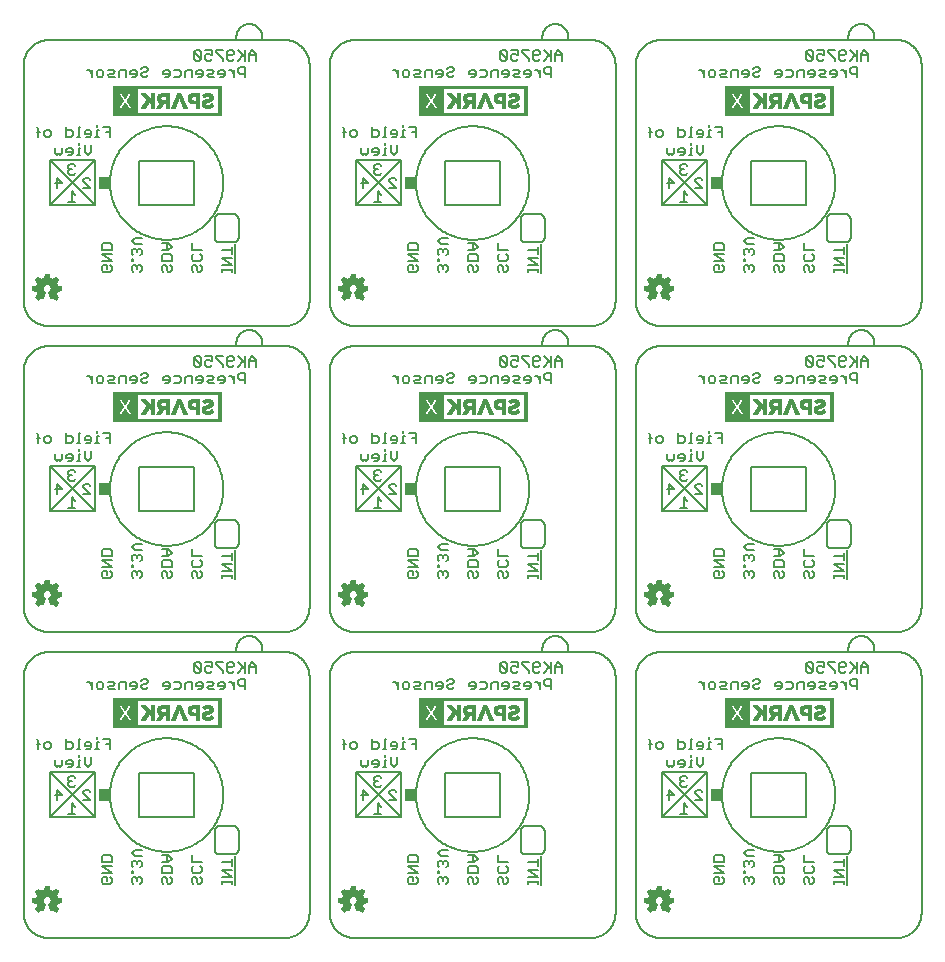
<source format=gbo>
G75*
%MOIN*%
%OFA0B0*%
%FSLAX25Y25*%
%IPPOS*%
%LPD*%
%AMOC8*
5,1,8,0,0,1.08239X$1,22.5*
%
%ADD10C,0.00600*%
%ADD11C,0.00700*%
%ADD12C,0.00299*%
%ADD13C,0.00039*%
%ADD14C,0.00800*%
%ADD15R,0.03937X0.03937*%
%ADD16C,0.00500*%
D10*
X0069673Y0056800D02*
X0069673Y0060203D01*
X0071375Y0058501D01*
X0069106Y0058501D01*
X0073606Y0061867D02*
X0074173Y0061300D01*
X0075308Y0061300D01*
X0075875Y0061867D01*
X0074741Y0063001D02*
X0074173Y0063001D01*
X0073606Y0062434D01*
X0073606Y0061867D01*
X0074173Y0063001D02*
X0073606Y0063569D01*
X0073606Y0064136D01*
X0074173Y0064703D01*
X0075308Y0064703D01*
X0075875Y0064136D01*
X0076468Y0067800D02*
X0077603Y0067800D01*
X0077035Y0067800D02*
X0077035Y0070069D01*
X0077603Y0070069D01*
X0077035Y0071203D02*
X0077035Y0071770D01*
X0077035Y0073800D02*
X0077035Y0077203D01*
X0077603Y0077203D01*
X0079017Y0075501D02*
X0079017Y0074934D01*
X0081286Y0074934D01*
X0081286Y0074367D02*
X0081286Y0075501D01*
X0080719Y0076069D01*
X0079584Y0076069D01*
X0079017Y0075501D01*
X0079584Y0073800D02*
X0080719Y0073800D01*
X0081286Y0074367D01*
X0082607Y0073800D02*
X0083741Y0073800D01*
X0083174Y0073800D02*
X0083174Y0076069D01*
X0083741Y0076069D01*
X0083174Y0077203D02*
X0083174Y0077770D01*
X0085156Y0077203D02*
X0087424Y0077203D01*
X0087424Y0073800D01*
X0087424Y0075501D02*
X0086290Y0075501D01*
X0081286Y0071203D02*
X0081286Y0068934D01*
X0080151Y0067800D01*
X0079017Y0068934D01*
X0079017Y0071203D01*
X0077603Y0073800D02*
X0076468Y0073800D01*
X0075147Y0074367D02*
X0074580Y0073800D01*
X0072879Y0073800D01*
X0072879Y0077203D01*
X0072879Y0076069D02*
X0074580Y0076069D01*
X0075147Y0075501D01*
X0075147Y0074367D01*
X0074580Y0070069D02*
X0073446Y0070069D01*
X0072879Y0069501D01*
X0072879Y0068934D01*
X0075147Y0068934D01*
X0075147Y0068367D02*
X0075147Y0069501D01*
X0074580Y0070069D01*
X0075147Y0068367D02*
X0074580Y0067800D01*
X0073446Y0067800D01*
X0071464Y0068367D02*
X0070897Y0067800D01*
X0070330Y0068367D01*
X0069763Y0067800D01*
X0069195Y0068367D01*
X0069195Y0070069D01*
X0071464Y0070069D02*
X0071464Y0068367D01*
X0067214Y0073800D02*
X0067781Y0074367D01*
X0067781Y0075501D01*
X0067214Y0076069D01*
X0066079Y0076069D01*
X0065512Y0075501D01*
X0065512Y0074367D01*
X0066079Y0073800D01*
X0067214Y0073800D01*
X0064098Y0075501D02*
X0062963Y0075501D01*
X0063531Y0076636D02*
X0062963Y0077203D01*
X0063531Y0076636D02*
X0063531Y0073800D01*
X0078606Y0059636D02*
X0079173Y0060203D01*
X0080308Y0060203D01*
X0080875Y0059636D01*
X0078606Y0059636D02*
X0078606Y0059069D01*
X0080875Y0056800D01*
X0078606Y0056800D01*
X0075875Y0054569D02*
X0074741Y0055703D01*
X0074741Y0052300D01*
X0075875Y0052300D02*
X0073606Y0052300D01*
X0085200Y0038435D02*
X0087469Y0038435D01*
X0088036Y0037868D01*
X0088036Y0036166D01*
X0084633Y0036166D01*
X0084633Y0037868D01*
X0085200Y0038435D01*
X0084633Y0034752D02*
X0088036Y0034752D01*
X0088036Y0032483D02*
X0084633Y0032483D01*
X0085200Y0031069D02*
X0086335Y0031069D01*
X0086335Y0029934D01*
X0087469Y0028800D02*
X0085200Y0028800D01*
X0084633Y0029367D01*
X0084633Y0030501D01*
X0085200Y0031069D01*
X0087469Y0031069D02*
X0088036Y0030501D01*
X0088036Y0029367D01*
X0087469Y0028800D01*
X0088036Y0032483D02*
X0084633Y0034752D01*
X0094633Y0034892D02*
X0095200Y0034325D01*
X0094633Y0034892D02*
X0094633Y0036026D01*
X0095200Y0036593D01*
X0095768Y0036593D01*
X0096335Y0036026D01*
X0096335Y0035459D01*
X0096335Y0036026D02*
X0096902Y0036593D01*
X0097469Y0036593D01*
X0098036Y0036026D01*
X0098036Y0034892D01*
X0097469Y0034325D01*
X0095200Y0033050D02*
X0094633Y0033050D01*
X0094633Y0032483D01*
X0095200Y0032483D01*
X0095200Y0033050D01*
X0095200Y0031069D02*
X0094633Y0030501D01*
X0094633Y0029367D01*
X0095200Y0028800D01*
X0096335Y0029934D02*
X0096335Y0030501D01*
X0095768Y0031069D01*
X0095200Y0031069D01*
X0096335Y0030501D02*
X0096902Y0031069D01*
X0097469Y0031069D01*
X0098036Y0030501D01*
X0098036Y0029367D01*
X0097469Y0028800D01*
X0104633Y0029367D02*
X0105200Y0028800D01*
X0104633Y0029367D02*
X0104633Y0030501D01*
X0105200Y0031069D01*
X0105768Y0031069D01*
X0106335Y0030501D01*
X0106335Y0029367D01*
X0106902Y0028800D01*
X0107469Y0028800D01*
X0108036Y0029367D01*
X0108036Y0030501D01*
X0107469Y0031069D01*
X0108036Y0032483D02*
X0104633Y0032483D01*
X0104633Y0034185D01*
X0105200Y0034752D01*
X0107469Y0034752D01*
X0108036Y0034185D01*
X0108036Y0032483D01*
X0106902Y0036166D02*
X0108036Y0037301D01*
X0106902Y0038435D01*
X0104633Y0038435D01*
X0106335Y0038435D02*
X0106335Y0036166D01*
X0106902Y0036166D02*
X0104633Y0036166D01*
X0098036Y0038008D02*
X0095768Y0038008D01*
X0094633Y0039142D01*
X0095768Y0040276D01*
X0098036Y0040276D01*
X0114633Y0038435D02*
X0114633Y0036166D01*
X0118036Y0036166D01*
X0117469Y0034752D02*
X0118036Y0034185D01*
X0118036Y0033050D01*
X0117469Y0032483D01*
X0115200Y0032483D01*
X0114633Y0033050D01*
X0114633Y0034185D01*
X0115200Y0034752D01*
X0115200Y0031069D02*
X0114633Y0030501D01*
X0114633Y0029367D01*
X0115200Y0028800D01*
X0116335Y0029367D02*
X0116335Y0030501D01*
X0115768Y0031069D01*
X0115200Y0031069D01*
X0116335Y0029367D02*
X0116902Y0028800D01*
X0117469Y0028800D01*
X0118036Y0029367D01*
X0118036Y0030501D01*
X0117469Y0031069D01*
X0124633Y0031255D02*
X0128036Y0031255D01*
X0124633Y0033524D01*
X0128036Y0033524D01*
X0128036Y0034939D02*
X0128036Y0037207D01*
X0128036Y0036073D02*
X0124633Y0036073D01*
X0124133Y0038700D02*
X0128533Y0038700D01*
X0129233Y0038322D02*
X0129233Y0028500D01*
X0128036Y0028800D02*
X0128036Y0029934D01*
X0128036Y0029367D02*
X0124633Y0029367D01*
X0124633Y0028800D02*
X0124633Y0029934D01*
X0124133Y0038700D02*
X0124050Y0038702D01*
X0123967Y0038708D01*
X0123884Y0038717D01*
X0123802Y0038731D01*
X0123721Y0038748D01*
X0123640Y0038769D01*
X0123561Y0038793D01*
X0123483Y0038822D01*
X0123406Y0038853D01*
X0123331Y0038889D01*
X0123257Y0038927D01*
X0123185Y0038970D01*
X0123116Y0039015D01*
X0123048Y0039064D01*
X0122983Y0039115D01*
X0122920Y0039170D01*
X0122860Y0039227D01*
X0122803Y0039287D01*
X0122748Y0039350D01*
X0122697Y0039415D01*
X0122648Y0039483D01*
X0122603Y0039552D01*
X0122560Y0039624D01*
X0122522Y0039698D01*
X0122486Y0039773D01*
X0122455Y0039850D01*
X0122426Y0039928D01*
X0122402Y0040007D01*
X0122381Y0040088D01*
X0122364Y0040169D01*
X0122350Y0040251D01*
X0122341Y0040334D01*
X0122335Y0040417D01*
X0122333Y0040500D01*
X0122333Y0046500D01*
X0122335Y0046583D01*
X0122341Y0046666D01*
X0122350Y0046749D01*
X0122364Y0046831D01*
X0122381Y0046912D01*
X0122402Y0046993D01*
X0122426Y0047072D01*
X0122455Y0047150D01*
X0122486Y0047227D01*
X0122522Y0047302D01*
X0122560Y0047376D01*
X0122603Y0047448D01*
X0122648Y0047517D01*
X0122697Y0047585D01*
X0122748Y0047650D01*
X0122803Y0047713D01*
X0122860Y0047773D01*
X0122920Y0047830D01*
X0122983Y0047885D01*
X0123048Y0047936D01*
X0123116Y0047985D01*
X0123185Y0048030D01*
X0123257Y0048073D01*
X0123331Y0048111D01*
X0123406Y0048147D01*
X0123483Y0048178D01*
X0123561Y0048207D01*
X0123640Y0048231D01*
X0123721Y0048252D01*
X0123802Y0048269D01*
X0123884Y0048283D01*
X0123967Y0048292D01*
X0124050Y0048298D01*
X0124133Y0048300D01*
X0128533Y0048300D01*
X0128616Y0048298D01*
X0128699Y0048292D01*
X0128782Y0048283D01*
X0128864Y0048269D01*
X0128945Y0048252D01*
X0129026Y0048231D01*
X0129105Y0048207D01*
X0129183Y0048178D01*
X0129260Y0048147D01*
X0129335Y0048111D01*
X0129409Y0048073D01*
X0129481Y0048030D01*
X0129550Y0047985D01*
X0129618Y0047936D01*
X0129683Y0047885D01*
X0129746Y0047830D01*
X0129806Y0047773D01*
X0129863Y0047713D01*
X0129918Y0047650D01*
X0129969Y0047585D01*
X0130018Y0047517D01*
X0130063Y0047448D01*
X0130106Y0047376D01*
X0130144Y0047302D01*
X0130180Y0047227D01*
X0130211Y0047150D01*
X0130240Y0047072D01*
X0130264Y0046993D01*
X0130285Y0046912D01*
X0130302Y0046831D01*
X0130316Y0046749D01*
X0130325Y0046666D01*
X0130331Y0046583D01*
X0130333Y0046500D01*
X0130333Y0040500D01*
X0130331Y0040417D01*
X0130325Y0040334D01*
X0130316Y0040251D01*
X0130302Y0040169D01*
X0130285Y0040088D01*
X0130264Y0040007D01*
X0130240Y0039928D01*
X0130211Y0039850D01*
X0130180Y0039773D01*
X0130144Y0039698D01*
X0130106Y0039624D01*
X0130063Y0039552D01*
X0130018Y0039483D01*
X0129969Y0039415D01*
X0129918Y0039350D01*
X0129863Y0039287D01*
X0129806Y0039227D01*
X0129746Y0039170D01*
X0129683Y0039115D01*
X0129618Y0039064D01*
X0129550Y0039015D01*
X0129481Y0038970D01*
X0129409Y0038927D01*
X0129335Y0038889D01*
X0129260Y0038853D01*
X0129183Y0038822D01*
X0129105Y0038793D01*
X0129026Y0038769D01*
X0128945Y0038748D01*
X0128864Y0038731D01*
X0128782Y0038717D01*
X0128699Y0038708D01*
X0128616Y0038702D01*
X0128533Y0038700D01*
X0165531Y0073800D02*
X0165531Y0076636D01*
X0164963Y0077203D01*
X0164963Y0075501D02*
X0166098Y0075501D01*
X0167512Y0075501D02*
X0168079Y0076069D01*
X0169214Y0076069D01*
X0169781Y0075501D01*
X0169781Y0074367D01*
X0169214Y0073800D01*
X0168079Y0073800D01*
X0167512Y0074367D01*
X0167512Y0075501D01*
X0171195Y0070069D02*
X0171195Y0068367D01*
X0171763Y0067800D01*
X0172330Y0068367D01*
X0172897Y0067800D01*
X0173464Y0068367D01*
X0173464Y0070069D01*
X0174879Y0069501D02*
X0174879Y0068934D01*
X0177147Y0068934D01*
X0177147Y0068367D02*
X0177147Y0069501D01*
X0176580Y0070069D01*
X0175446Y0070069D01*
X0174879Y0069501D01*
X0175446Y0067800D02*
X0176580Y0067800D01*
X0177147Y0068367D01*
X0178468Y0067800D02*
X0179603Y0067800D01*
X0179035Y0067800D02*
X0179035Y0070069D01*
X0179603Y0070069D01*
X0179035Y0071203D02*
X0179035Y0071770D01*
X0179035Y0073800D02*
X0179035Y0077203D01*
X0179603Y0077203D01*
X0181017Y0075501D02*
X0181017Y0074934D01*
X0183286Y0074934D01*
X0183286Y0074367D02*
X0183286Y0075501D01*
X0182719Y0076069D01*
X0181584Y0076069D01*
X0181017Y0075501D01*
X0181584Y0073800D02*
X0182719Y0073800D01*
X0183286Y0074367D01*
X0184607Y0073800D02*
X0185741Y0073800D01*
X0185174Y0073800D02*
X0185174Y0076069D01*
X0185741Y0076069D01*
X0185174Y0077203D02*
X0185174Y0077770D01*
X0187156Y0077203D02*
X0189424Y0077203D01*
X0189424Y0073800D01*
X0189424Y0075501D02*
X0188290Y0075501D01*
X0183286Y0071203D02*
X0183286Y0068934D01*
X0182151Y0067800D01*
X0181017Y0068934D01*
X0181017Y0071203D01*
X0179603Y0073800D02*
X0178468Y0073800D01*
X0177147Y0074367D02*
X0177147Y0075501D01*
X0176580Y0076069D01*
X0174879Y0076069D01*
X0174879Y0077203D02*
X0174879Y0073800D01*
X0176580Y0073800D01*
X0177147Y0074367D01*
X0177308Y0064703D02*
X0176173Y0064703D01*
X0175606Y0064136D01*
X0175606Y0063569D01*
X0176173Y0063001D01*
X0175606Y0062434D01*
X0175606Y0061867D01*
X0176173Y0061300D01*
X0177308Y0061300D01*
X0177875Y0061867D01*
X0176741Y0063001D02*
X0176173Y0063001D01*
X0177875Y0064136D02*
X0177308Y0064703D01*
X0181173Y0060203D02*
X0182308Y0060203D01*
X0182875Y0059636D01*
X0181173Y0060203D02*
X0180606Y0059636D01*
X0180606Y0059069D01*
X0182875Y0056800D01*
X0180606Y0056800D01*
X0177875Y0054569D02*
X0176741Y0055703D01*
X0176741Y0052300D01*
X0177875Y0052300D02*
X0175606Y0052300D01*
X0171673Y0056800D02*
X0171673Y0060203D01*
X0173375Y0058501D01*
X0171106Y0058501D01*
X0187200Y0038435D02*
X0189469Y0038435D01*
X0190036Y0037868D01*
X0190036Y0036166D01*
X0186633Y0036166D01*
X0186633Y0037868D01*
X0187200Y0038435D01*
X0186633Y0034752D02*
X0190036Y0034752D01*
X0190036Y0032483D02*
X0186633Y0032483D01*
X0187200Y0031069D02*
X0188335Y0031069D01*
X0188335Y0029934D01*
X0189469Y0028800D02*
X0187200Y0028800D01*
X0186633Y0029367D01*
X0186633Y0030501D01*
X0187200Y0031069D01*
X0189469Y0031069D02*
X0190036Y0030501D01*
X0190036Y0029367D01*
X0189469Y0028800D01*
X0190036Y0032483D02*
X0186633Y0034752D01*
X0196633Y0034892D02*
X0197200Y0034325D01*
X0196633Y0034892D02*
X0196633Y0036026D01*
X0197200Y0036593D01*
X0197768Y0036593D01*
X0198335Y0036026D01*
X0198335Y0035459D01*
X0198335Y0036026D02*
X0198902Y0036593D01*
X0199469Y0036593D01*
X0200036Y0036026D01*
X0200036Y0034892D01*
X0199469Y0034325D01*
X0197200Y0033050D02*
X0196633Y0033050D01*
X0196633Y0032483D01*
X0197200Y0032483D01*
X0197200Y0033050D01*
X0197200Y0031069D02*
X0196633Y0030501D01*
X0196633Y0029367D01*
X0197200Y0028800D01*
X0198335Y0029934D02*
X0198335Y0030501D01*
X0197768Y0031069D01*
X0197200Y0031069D01*
X0198335Y0030501D02*
X0198902Y0031069D01*
X0199469Y0031069D01*
X0200036Y0030501D01*
X0200036Y0029367D01*
X0199469Y0028800D01*
X0206633Y0029367D02*
X0207200Y0028800D01*
X0206633Y0029367D02*
X0206633Y0030501D01*
X0207200Y0031069D01*
X0207768Y0031069D01*
X0208335Y0030501D01*
X0208335Y0029367D01*
X0208902Y0028800D01*
X0209469Y0028800D01*
X0210036Y0029367D01*
X0210036Y0030501D01*
X0209469Y0031069D01*
X0210036Y0032483D02*
X0210036Y0034185D01*
X0209469Y0034752D01*
X0207200Y0034752D01*
X0206633Y0034185D01*
X0206633Y0032483D01*
X0210036Y0032483D01*
X0208902Y0036166D02*
X0206633Y0036166D01*
X0208335Y0036166D02*
X0208335Y0038435D01*
X0208902Y0038435D02*
X0206633Y0038435D01*
X0208902Y0038435D02*
X0210036Y0037301D01*
X0208902Y0036166D01*
X0216633Y0036166D02*
X0216633Y0038435D01*
X0216633Y0036166D02*
X0220036Y0036166D01*
X0219469Y0034752D02*
X0220036Y0034185D01*
X0220036Y0033050D01*
X0219469Y0032483D01*
X0217200Y0032483D01*
X0216633Y0033050D01*
X0216633Y0034185D01*
X0217200Y0034752D01*
X0217200Y0031069D02*
X0216633Y0030501D01*
X0216633Y0029367D01*
X0217200Y0028800D01*
X0218335Y0029367D02*
X0218335Y0030501D01*
X0217768Y0031069D01*
X0217200Y0031069D01*
X0218335Y0029367D02*
X0218902Y0028800D01*
X0219469Y0028800D01*
X0220036Y0029367D01*
X0220036Y0030501D01*
X0219469Y0031069D01*
X0226633Y0031255D02*
X0230036Y0031255D01*
X0226633Y0033524D01*
X0230036Y0033524D01*
X0230036Y0034939D02*
X0230036Y0037207D01*
X0230036Y0036073D02*
X0226633Y0036073D01*
X0226133Y0038700D02*
X0230533Y0038700D01*
X0231233Y0038322D02*
X0231233Y0028500D01*
X0230036Y0028800D02*
X0230036Y0029934D01*
X0230036Y0029367D02*
X0226633Y0029367D01*
X0226633Y0028800D02*
X0226633Y0029934D01*
X0226133Y0038700D02*
X0226050Y0038702D01*
X0225967Y0038708D01*
X0225884Y0038717D01*
X0225802Y0038731D01*
X0225721Y0038748D01*
X0225640Y0038769D01*
X0225561Y0038793D01*
X0225483Y0038822D01*
X0225406Y0038853D01*
X0225331Y0038889D01*
X0225257Y0038927D01*
X0225185Y0038970D01*
X0225116Y0039015D01*
X0225048Y0039064D01*
X0224983Y0039115D01*
X0224920Y0039170D01*
X0224860Y0039227D01*
X0224803Y0039287D01*
X0224748Y0039350D01*
X0224697Y0039415D01*
X0224648Y0039483D01*
X0224603Y0039552D01*
X0224560Y0039624D01*
X0224522Y0039698D01*
X0224486Y0039773D01*
X0224455Y0039850D01*
X0224426Y0039928D01*
X0224402Y0040007D01*
X0224381Y0040088D01*
X0224364Y0040169D01*
X0224350Y0040251D01*
X0224341Y0040334D01*
X0224335Y0040417D01*
X0224333Y0040500D01*
X0224333Y0046500D01*
X0224335Y0046583D01*
X0224341Y0046666D01*
X0224350Y0046749D01*
X0224364Y0046831D01*
X0224381Y0046912D01*
X0224402Y0046993D01*
X0224426Y0047072D01*
X0224455Y0047150D01*
X0224486Y0047227D01*
X0224522Y0047302D01*
X0224560Y0047376D01*
X0224603Y0047448D01*
X0224648Y0047517D01*
X0224697Y0047585D01*
X0224748Y0047650D01*
X0224803Y0047713D01*
X0224860Y0047773D01*
X0224920Y0047830D01*
X0224983Y0047885D01*
X0225048Y0047936D01*
X0225116Y0047985D01*
X0225185Y0048030D01*
X0225257Y0048073D01*
X0225331Y0048111D01*
X0225406Y0048147D01*
X0225483Y0048178D01*
X0225561Y0048207D01*
X0225640Y0048231D01*
X0225721Y0048252D01*
X0225802Y0048269D01*
X0225884Y0048283D01*
X0225967Y0048292D01*
X0226050Y0048298D01*
X0226133Y0048300D01*
X0230533Y0048300D01*
X0230616Y0048298D01*
X0230699Y0048292D01*
X0230782Y0048283D01*
X0230864Y0048269D01*
X0230945Y0048252D01*
X0231026Y0048231D01*
X0231105Y0048207D01*
X0231183Y0048178D01*
X0231260Y0048147D01*
X0231335Y0048111D01*
X0231409Y0048073D01*
X0231481Y0048030D01*
X0231550Y0047985D01*
X0231618Y0047936D01*
X0231683Y0047885D01*
X0231746Y0047830D01*
X0231806Y0047773D01*
X0231863Y0047713D01*
X0231918Y0047650D01*
X0231969Y0047585D01*
X0232018Y0047517D01*
X0232063Y0047448D01*
X0232106Y0047376D01*
X0232144Y0047302D01*
X0232180Y0047227D01*
X0232211Y0047150D01*
X0232240Y0047072D01*
X0232264Y0046993D01*
X0232285Y0046912D01*
X0232302Y0046831D01*
X0232316Y0046749D01*
X0232325Y0046666D01*
X0232331Y0046583D01*
X0232333Y0046500D01*
X0232333Y0040500D01*
X0232331Y0040417D01*
X0232325Y0040334D01*
X0232316Y0040251D01*
X0232302Y0040169D01*
X0232285Y0040088D01*
X0232264Y0040007D01*
X0232240Y0039928D01*
X0232211Y0039850D01*
X0232180Y0039773D01*
X0232144Y0039698D01*
X0232106Y0039624D01*
X0232063Y0039552D01*
X0232018Y0039483D01*
X0231969Y0039415D01*
X0231918Y0039350D01*
X0231863Y0039287D01*
X0231806Y0039227D01*
X0231746Y0039170D01*
X0231683Y0039115D01*
X0231618Y0039064D01*
X0231550Y0039015D01*
X0231481Y0038970D01*
X0231409Y0038927D01*
X0231335Y0038889D01*
X0231260Y0038853D01*
X0231183Y0038822D01*
X0231105Y0038793D01*
X0231026Y0038769D01*
X0230945Y0038748D01*
X0230864Y0038731D01*
X0230782Y0038717D01*
X0230699Y0038708D01*
X0230616Y0038702D01*
X0230533Y0038700D01*
X0200036Y0038008D02*
X0197768Y0038008D01*
X0196633Y0039142D01*
X0197768Y0040276D01*
X0200036Y0040276D01*
X0200307Y0093800D02*
X0201441Y0093800D01*
X0202009Y0094367D01*
X0201441Y0095501D02*
X0200307Y0095501D01*
X0199740Y0094934D01*
X0199740Y0094367D01*
X0200307Y0093800D01*
X0201441Y0095501D02*
X0202009Y0096069D01*
X0202009Y0096636D01*
X0201441Y0097203D01*
X0200307Y0097203D01*
X0199740Y0096636D01*
X0198325Y0095501D02*
X0197758Y0096069D01*
X0196624Y0096069D01*
X0196057Y0095501D01*
X0196057Y0094934D01*
X0198325Y0094934D01*
X0198325Y0094367D02*
X0198325Y0095501D01*
X0198325Y0094367D02*
X0197758Y0093800D01*
X0196624Y0093800D01*
X0194642Y0093800D02*
X0194642Y0096069D01*
X0192941Y0096069D01*
X0192374Y0095501D01*
X0192374Y0093800D01*
X0190959Y0093800D02*
X0189258Y0093800D01*
X0188691Y0094367D01*
X0189258Y0094934D01*
X0190392Y0094934D01*
X0190959Y0095501D01*
X0190392Y0096069D01*
X0188691Y0096069D01*
X0187276Y0095501D02*
X0187276Y0094367D01*
X0186709Y0093800D01*
X0185575Y0093800D01*
X0185007Y0094367D01*
X0185007Y0095501D01*
X0185575Y0096069D01*
X0186709Y0096069D01*
X0187276Y0095501D01*
X0183593Y0094934D02*
X0182459Y0096069D01*
X0181891Y0096069D01*
X0183593Y0096069D02*
X0183593Y0093800D01*
X0207106Y0094934D02*
X0209375Y0094934D01*
X0209375Y0094367D02*
X0209375Y0095501D01*
X0208808Y0096069D01*
X0207673Y0096069D01*
X0207106Y0095501D01*
X0207106Y0094934D01*
X0207673Y0093800D02*
X0208808Y0093800D01*
X0209375Y0094367D01*
X0210789Y0093800D02*
X0212491Y0093800D01*
X0213058Y0094367D01*
X0213058Y0095501D01*
X0212491Y0096069D01*
X0210789Y0096069D01*
X0214473Y0095501D02*
X0214473Y0093800D01*
X0214473Y0095501D02*
X0215040Y0096069D01*
X0216741Y0096069D01*
X0216741Y0093800D01*
X0218156Y0094934D02*
X0220424Y0094934D01*
X0220424Y0094367D02*
X0220424Y0095501D01*
X0219857Y0096069D01*
X0218723Y0096069D01*
X0218156Y0095501D01*
X0218156Y0094934D01*
X0218723Y0093800D02*
X0219857Y0093800D01*
X0220424Y0094367D01*
X0221839Y0094367D02*
X0222406Y0094934D01*
X0223540Y0094934D01*
X0224108Y0095501D01*
X0223540Y0096069D01*
X0221839Y0096069D01*
X0221839Y0094367D02*
X0222406Y0093800D01*
X0224108Y0093800D01*
X0225522Y0094934D02*
X0227791Y0094934D01*
X0227791Y0094367D02*
X0227791Y0095501D01*
X0227223Y0096069D01*
X0226089Y0096069D01*
X0225522Y0095501D01*
X0225522Y0094934D01*
X0226089Y0093800D02*
X0227223Y0093800D01*
X0227791Y0094367D01*
X0229158Y0096069D02*
X0229726Y0096069D01*
X0230860Y0094934D01*
X0230860Y0093800D02*
X0230860Y0096069D01*
X0232274Y0096636D02*
X0232274Y0095501D01*
X0232842Y0094934D01*
X0234543Y0094934D01*
X0234543Y0093800D02*
X0234543Y0097203D01*
X0232842Y0097203D01*
X0232274Y0096636D01*
X0232131Y0099300D02*
X0233832Y0101001D01*
X0234400Y0100434D02*
X0232131Y0102703D01*
X0230716Y0102136D02*
X0230716Y0101569D01*
X0230149Y0101001D01*
X0228448Y0101001D01*
X0228448Y0099867D02*
X0228448Y0102136D01*
X0229015Y0102703D01*
X0230149Y0102703D01*
X0230716Y0102136D01*
X0230716Y0099867D02*
X0230149Y0099300D01*
X0229015Y0099300D01*
X0228448Y0099867D01*
X0227033Y0099867D02*
X0227033Y0099300D01*
X0227033Y0099867D02*
X0224765Y0102136D01*
X0224765Y0102703D01*
X0227033Y0102703D01*
X0223350Y0102703D02*
X0223350Y0101001D01*
X0222216Y0101569D01*
X0221649Y0101569D01*
X0221082Y0101001D01*
X0221082Y0099867D01*
X0221649Y0099300D01*
X0222783Y0099300D01*
X0223350Y0099867D01*
X0223350Y0102703D02*
X0221082Y0102703D01*
X0219667Y0102136D02*
X0219100Y0102703D01*
X0217966Y0102703D01*
X0217398Y0102136D01*
X0219667Y0099867D01*
X0219100Y0099300D01*
X0217966Y0099300D01*
X0217398Y0099867D01*
X0217398Y0102136D01*
X0219667Y0102136D02*
X0219667Y0099867D01*
X0234400Y0099300D02*
X0234400Y0102703D01*
X0235814Y0101569D02*
X0235814Y0099300D01*
X0235814Y0101001D02*
X0238083Y0101001D01*
X0238083Y0101569D02*
X0236948Y0102703D01*
X0235814Y0101569D01*
X0238083Y0101569D02*
X0238083Y0099300D01*
X0266963Y0077203D02*
X0267531Y0076636D01*
X0267531Y0073800D01*
X0268098Y0075501D02*
X0266963Y0075501D01*
X0269512Y0075501D02*
X0270079Y0076069D01*
X0271214Y0076069D01*
X0271781Y0075501D01*
X0271781Y0074367D01*
X0271214Y0073800D01*
X0270079Y0073800D01*
X0269512Y0074367D01*
X0269512Y0075501D01*
X0273195Y0070069D02*
X0273195Y0068367D01*
X0273763Y0067800D01*
X0274330Y0068367D01*
X0274897Y0067800D01*
X0275464Y0068367D01*
X0275464Y0070069D01*
X0276879Y0069501D02*
X0276879Y0068934D01*
X0279147Y0068934D01*
X0279147Y0068367D02*
X0279147Y0069501D01*
X0278580Y0070069D01*
X0277446Y0070069D01*
X0276879Y0069501D01*
X0277446Y0067800D02*
X0278580Y0067800D01*
X0279147Y0068367D01*
X0280468Y0067800D02*
X0281603Y0067800D01*
X0281035Y0067800D02*
X0281035Y0070069D01*
X0281603Y0070069D01*
X0281035Y0071203D02*
X0281035Y0071770D01*
X0281035Y0073800D02*
X0281035Y0077203D01*
X0281603Y0077203D01*
X0283017Y0075501D02*
X0283017Y0074934D01*
X0285286Y0074934D01*
X0285286Y0074367D02*
X0285286Y0075501D01*
X0284719Y0076069D01*
X0283584Y0076069D01*
X0283017Y0075501D01*
X0283584Y0073800D02*
X0284719Y0073800D01*
X0285286Y0074367D01*
X0286607Y0073800D02*
X0287741Y0073800D01*
X0287174Y0073800D02*
X0287174Y0076069D01*
X0287741Y0076069D01*
X0287174Y0077203D02*
X0287174Y0077770D01*
X0289156Y0077203D02*
X0291424Y0077203D01*
X0291424Y0073800D01*
X0291424Y0075501D02*
X0290290Y0075501D01*
X0285286Y0071203D02*
X0285286Y0068934D01*
X0284151Y0067800D01*
X0283017Y0068934D01*
X0283017Y0071203D01*
X0281603Y0073800D02*
X0280468Y0073800D01*
X0279147Y0074367D02*
X0278580Y0073800D01*
X0276879Y0073800D01*
X0276879Y0077203D01*
X0276879Y0076069D02*
X0278580Y0076069D01*
X0279147Y0075501D01*
X0279147Y0074367D01*
X0279308Y0064703D02*
X0278173Y0064703D01*
X0277606Y0064136D01*
X0277606Y0063569D01*
X0278173Y0063001D01*
X0277606Y0062434D01*
X0277606Y0061867D01*
X0278173Y0061300D01*
X0279308Y0061300D01*
X0279875Y0061867D01*
X0278741Y0063001D02*
X0278173Y0063001D01*
X0279875Y0064136D02*
X0279308Y0064703D01*
X0283173Y0060203D02*
X0284308Y0060203D01*
X0284875Y0059636D01*
X0283173Y0060203D02*
X0282606Y0059636D01*
X0282606Y0059069D01*
X0284875Y0056800D01*
X0282606Y0056800D01*
X0279875Y0054569D02*
X0278741Y0055703D01*
X0278741Y0052300D01*
X0279875Y0052300D02*
X0277606Y0052300D01*
X0273673Y0056800D02*
X0273673Y0060203D01*
X0275375Y0058501D01*
X0273106Y0058501D01*
X0289200Y0038435D02*
X0291469Y0038435D01*
X0292036Y0037868D01*
X0292036Y0036166D01*
X0288633Y0036166D01*
X0288633Y0037868D01*
X0289200Y0038435D01*
X0288633Y0034752D02*
X0292036Y0034752D01*
X0292036Y0032483D02*
X0288633Y0032483D01*
X0289200Y0031069D02*
X0290335Y0031069D01*
X0290335Y0029934D01*
X0291469Y0028800D02*
X0289200Y0028800D01*
X0288633Y0029367D01*
X0288633Y0030501D01*
X0289200Y0031069D01*
X0291469Y0031069D02*
X0292036Y0030501D01*
X0292036Y0029367D01*
X0291469Y0028800D01*
X0292036Y0032483D02*
X0288633Y0034752D01*
X0298633Y0034892D02*
X0299200Y0034325D01*
X0298633Y0034892D02*
X0298633Y0036026D01*
X0299200Y0036593D01*
X0299768Y0036593D01*
X0300335Y0036026D01*
X0300335Y0035459D01*
X0300335Y0036026D02*
X0300902Y0036593D01*
X0301469Y0036593D01*
X0302036Y0036026D01*
X0302036Y0034892D01*
X0301469Y0034325D01*
X0299200Y0033050D02*
X0298633Y0033050D01*
X0298633Y0032483D01*
X0299200Y0032483D01*
X0299200Y0033050D01*
X0299200Y0031069D02*
X0298633Y0030501D01*
X0298633Y0029367D01*
X0299200Y0028800D01*
X0300335Y0029934D02*
X0300335Y0030501D01*
X0299768Y0031069D01*
X0299200Y0031069D01*
X0300335Y0030501D02*
X0300902Y0031069D01*
X0301469Y0031069D01*
X0302036Y0030501D01*
X0302036Y0029367D01*
X0301469Y0028800D01*
X0308633Y0029367D02*
X0309200Y0028800D01*
X0308633Y0029367D02*
X0308633Y0030501D01*
X0309200Y0031069D01*
X0309768Y0031069D01*
X0310335Y0030501D01*
X0310335Y0029367D01*
X0310902Y0028800D01*
X0311469Y0028800D01*
X0312036Y0029367D01*
X0312036Y0030501D01*
X0311469Y0031069D01*
X0312036Y0032483D02*
X0308633Y0032483D01*
X0308633Y0034185D01*
X0309200Y0034752D01*
X0311469Y0034752D01*
X0312036Y0034185D01*
X0312036Y0032483D01*
X0310902Y0036166D02*
X0312036Y0037301D01*
X0310902Y0038435D01*
X0308633Y0038435D01*
X0310335Y0038435D02*
X0310335Y0036166D01*
X0310902Y0036166D02*
X0308633Y0036166D01*
X0302036Y0038008D02*
X0299768Y0038008D01*
X0298633Y0039142D01*
X0299768Y0040276D01*
X0302036Y0040276D01*
X0318633Y0038435D02*
X0318633Y0036166D01*
X0322036Y0036166D01*
X0321469Y0034752D02*
X0322036Y0034185D01*
X0322036Y0033050D01*
X0321469Y0032483D01*
X0319200Y0032483D01*
X0318633Y0033050D01*
X0318633Y0034185D01*
X0319200Y0034752D01*
X0319200Y0031069D02*
X0318633Y0030501D01*
X0318633Y0029367D01*
X0319200Y0028800D01*
X0320335Y0029367D02*
X0320335Y0030501D01*
X0319768Y0031069D01*
X0319200Y0031069D01*
X0320335Y0029367D02*
X0320902Y0028800D01*
X0321469Y0028800D01*
X0322036Y0029367D01*
X0322036Y0030501D01*
X0321469Y0031069D01*
X0328633Y0031255D02*
X0332036Y0031255D01*
X0328633Y0033524D01*
X0332036Y0033524D01*
X0332036Y0034939D02*
X0332036Y0037207D01*
X0332036Y0036073D02*
X0328633Y0036073D01*
X0328133Y0038700D02*
X0332533Y0038700D01*
X0333233Y0038322D02*
X0333233Y0028500D01*
X0332036Y0028800D02*
X0332036Y0029934D01*
X0332036Y0029367D02*
X0328633Y0029367D01*
X0328633Y0028800D02*
X0328633Y0029934D01*
X0328133Y0038700D02*
X0328050Y0038702D01*
X0327967Y0038708D01*
X0327884Y0038717D01*
X0327802Y0038731D01*
X0327721Y0038748D01*
X0327640Y0038769D01*
X0327561Y0038793D01*
X0327483Y0038822D01*
X0327406Y0038853D01*
X0327331Y0038889D01*
X0327257Y0038927D01*
X0327185Y0038970D01*
X0327116Y0039015D01*
X0327048Y0039064D01*
X0326983Y0039115D01*
X0326920Y0039170D01*
X0326860Y0039227D01*
X0326803Y0039287D01*
X0326748Y0039350D01*
X0326697Y0039415D01*
X0326648Y0039483D01*
X0326603Y0039552D01*
X0326560Y0039624D01*
X0326522Y0039698D01*
X0326486Y0039773D01*
X0326455Y0039850D01*
X0326426Y0039928D01*
X0326402Y0040007D01*
X0326381Y0040088D01*
X0326364Y0040169D01*
X0326350Y0040251D01*
X0326341Y0040334D01*
X0326335Y0040417D01*
X0326333Y0040500D01*
X0326333Y0046500D01*
X0326335Y0046583D01*
X0326341Y0046666D01*
X0326350Y0046749D01*
X0326364Y0046831D01*
X0326381Y0046912D01*
X0326402Y0046993D01*
X0326426Y0047072D01*
X0326455Y0047150D01*
X0326486Y0047227D01*
X0326522Y0047302D01*
X0326560Y0047376D01*
X0326603Y0047448D01*
X0326648Y0047517D01*
X0326697Y0047585D01*
X0326748Y0047650D01*
X0326803Y0047713D01*
X0326860Y0047773D01*
X0326920Y0047830D01*
X0326983Y0047885D01*
X0327048Y0047936D01*
X0327116Y0047985D01*
X0327185Y0048030D01*
X0327257Y0048073D01*
X0327331Y0048111D01*
X0327406Y0048147D01*
X0327483Y0048178D01*
X0327561Y0048207D01*
X0327640Y0048231D01*
X0327721Y0048252D01*
X0327802Y0048269D01*
X0327884Y0048283D01*
X0327967Y0048292D01*
X0328050Y0048298D01*
X0328133Y0048300D01*
X0332533Y0048300D01*
X0332616Y0048298D01*
X0332699Y0048292D01*
X0332782Y0048283D01*
X0332864Y0048269D01*
X0332945Y0048252D01*
X0333026Y0048231D01*
X0333105Y0048207D01*
X0333183Y0048178D01*
X0333260Y0048147D01*
X0333335Y0048111D01*
X0333409Y0048073D01*
X0333481Y0048030D01*
X0333550Y0047985D01*
X0333618Y0047936D01*
X0333683Y0047885D01*
X0333746Y0047830D01*
X0333806Y0047773D01*
X0333863Y0047713D01*
X0333918Y0047650D01*
X0333969Y0047585D01*
X0334018Y0047517D01*
X0334063Y0047448D01*
X0334106Y0047376D01*
X0334144Y0047302D01*
X0334180Y0047227D01*
X0334211Y0047150D01*
X0334240Y0047072D01*
X0334264Y0046993D01*
X0334285Y0046912D01*
X0334302Y0046831D01*
X0334316Y0046749D01*
X0334325Y0046666D01*
X0334331Y0046583D01*
X0334333Y0046500D01*
X0334333Y0040500D01*
X0334331Y0040417D01*
X0334325Y0040334D01*
X0334316Y0040251D01*
X0334302Y0040169D01*
X0334285Y0040088D01*
X0334264Y0040007D01*
X0334240Y0039928D01*
X0334211Y0039850D01*
X0334180Y0039773D01*
X0334144Y0039698D01*
X0334106Y0039624D01*
X0334063Y0039552D01*
X0334018Y0039483D01*
X0333969Y0039415D01*
X0333918Y0039350D01*
X0333863Y0039287D01*
X0333806Y0039227D01*
X0333746Y0039170D01*
X0333683Y0039115D01*
X0333618Y0039064D01*
X0333550Y0039015D01*
X0333481Y0038970D01*
X0333409Y0038927D01*
X0333335Y0038889D01*
X0333260Y0038853D01*
X0333183Y0038822D01*
X0333105Y0038793D01*
X0333026Y0038769D01*
X0332945Y0038748D01*
X0332864Y0038731D01*
X0332782Y0038717D01*
X0332699Y0038708D01*
X0332616Y0038702D01*
X0332533Y0038700D01*
X0332860Y0093800D02*
X0332860Y0096069D01*
X0331726Y0096069D02*
X0331158Y0096069D01*
X0331726Y0096069D02*
X0332860Y0094934D01*
X0334274Y0095501D02*
X0334842Y0094934D01*
X0336543Y0094934D01*
X0336543Y0093800D02*
X0336543Y0097203D01*
X0334842Y0097203D01*
X0334274Y0096636D01*
X0334274Y0095501D01*
X0334131Y0099300D02*
X0335832Y0101001D01*
X0336400Y0100434D02*
X0334131Y0102703D01*
X0332716Y0102136D02*
X0332716Y0101569D01*
X0332149Y0101001D01*
X0330448Y0101001D01*
X0330448Y0099867D02*
X0330448Y0102136D01*
X0331015Y0102703D01*
X0332149Y0102703D01*
X0332716Y0102136D01*
X0332716Y0099867D02*
X0332149Y0099300D01*
X0331015Y0099300D01*
X0330448Y0099867D01*
X0329033Y0099867D02*
X0326765Y0102136D01*
X0326765Y0102703D01*
X0329033Y0102703D01*
X0329033Y0099867D02*
X0329033Y0099300D01*
X0329223Y0096069D02*
X0328089Y0096069D01*
X0327522Y0095501D01*
X0327522Y0094934D01*
X0329791Y0094934D01*
X0329791Y0094367D02*
X0329791Y0095501D01*
X0329223Y0096069D01*
X0329791Y0094367D02*
X0329223Y0093800D01*
X0328089Y0093800D01*
X0326108Y0093800D02*
X0324406Y0093800D01*
X0323839Y0094367D01*
X0324406Y0094934D01*
X0325540Y0094934D01*
X0326108Y0095501D01*
X0325540Y0096069D01*
X0323839Y0096069D01*
X0322424Y0095501D02*
X0321857Y0096069D01*
X0320723Y0096069D01*
X0320156Y0095501D01*
X0320156Y0094934D01*
X0322424Y0094934D01*
X0322424Y0094367D02*
X0322424Y0095501D01*
X0322424Y0094367D02*
X0321857Y0093800D01*
X0320723Y0093800D01*
X0318741Y0093800D02*
X0318741Y0096069D01*
X0317040Y0096069D01*
X0316473Y0095501D01*
X0316473Y0093800D01*
X0315058Y0094367D02*
X0314491Y0093800D01*
X0312789Y0093800D01*
X0311375Y0094367D02*
X0311375Y0095501D01*
X0310808Y0096069D01*
X0309673Y0096069D01*
X0309106Y0095501D01*
X0309106Y0094934D01*
X0311375Y0094934D01*
X0311375Y0094367D02*
X0310808Y0093800D01*
X0309673Y0093800D01*
X0312789Y0096069D02*
X0314491Y0096069D01*
X0315058Y0095501D01*
X0315058Y0094367D01*
X0319966Y0099300D02*
X0321100Y0099300D01*
X0321667Y0099867D01*
X0319398Y0102136D01*
X0319398Y0099867D01*
X0319966Y0099300D01*
X0321667Y0099867D02*
X0321667Y0102136D01*
X0321100Y0102703D01*
X0319966Y0102703D01*
X0319398Y0102136D01*
X0323082Y0102703D02*
X0325350Y0102703D01*
X0325350Y0101001D01*
X0324216Y0101569D01*
X0323649Y0101569D01*
X0323082Y0101001D01*
X0323082Y0099867D01*
X0323649Y0099300D01*
X0324783Y0099300D01*
X0325350Y0099867D01*
X0336400Y0099300D02*
X0336400Y0102703D01*
X0337814Y0101569D02*
X0337814Y0099300D01*
X0337814Y0101001D02*
X0340083Y0101001D01*
X0340083Y0101569D02*
X0338948Y0102703D01*
X0337814Y0101569D01*
X0340083Y0101569D02*
X0340083Y0099300D01*
X0333233Y0130500D02*
X0333233Y0140322D01*
X0332533Y0140700D02*
X0328133Y0140700D01*
X0328050Y0140702D01*
X0327967Y0140708D01*
X0327884Y0140717D01*
X0327802Y0140731D01*
X0327721Y0140748D01*
X0327640Y0140769D01*
X0327561Y0140793D01*
X0327483Y0140822D01*
X0327406Y0140853D01*
X0327331Y0140889D01*
X0327257Y0140927D01*
X0327185Y0140970D01*
X0327116Y0141015D01*
X0327048Y0141064D01*
X0326983Y0141115D01*
X0326920Y0141170D01*
X0326860Y0141227D01*
X0326803Y0141287D01*
X0326748Y0141350D01*
X0326697Y0141415D01*
X0326648Y0141483D01*
X0326603Y0141552D01*
X0326560Y0141624D01*
X0326522Y0141698D01*
X0326486Y0141773D01*
X0326455Y0141850D01*
X0326426Y0141928D01*
X0326402Y0142007D01*
X0326381Y0142088D01*
X0326364Y0142169D01*
X0326350Y0142251D01*
X0326341Y0142334D01*
X0326335Y0142417D01*
X0326333Y0142500D01*
X0326333Y0148500D01*
X0326335Y0148583D01*
X0326341Y0148666D01*
X0326350Y0148749D01*
X0326364Y0148831D01*
X0326381Y0148912D01*
X0326402Y0148993D01*
X0326426Y0149072D01*
X0326455Y0149150D01*
X0326486Y0149227D01*
X0326522Y0149302D01*
X0326560Y0149376D01*
X0326603Y0149448D01*
X0326648Y0149517D01*
X0326697Y0149585D01*
X0326748Y0149650D01*
X0326803Y0149713D01*
X0326860Y0149773D01*
X0326920Y0149830D01*
X0326983Y0149885D01*
X0327048Y0149936D01*
X0327116Y0149985D01*
X0327185Y0150030D01*
X0327257Y0150073D01*
X0327331Y0150111D01*
X0327406Y0150147D01*
X0327483Y0150178D01*
X0327561Y0150207D01*
X0327640Y0150231D01*
X0327721Y0150252D01*
X0327802Y0150269D01*
X0327884Y0150283D01*
X0327967Y0150292D01*
X0328050Y0150298D01*
X0328133Y0150300D01*
X0332533Y0150300D01*
X0332616Y0150298D01*
X0332699Y0150292D01*
X0332782Y0150283D01*
X0332864Y0150269D01*
X0332945Y0150252D01*
X0333026Y0150231D01*
X0333105Y0150207D01*
X0333183Y0150178D01*
X0333260Y0150147D01*
X0333335Y0150111D01*
X0333409Y0150073D01*
X0333481Y0150030D01*
X0333550Y0149985D01*
X0333618Y0149936D01*
X0333683Y0149885D01*
X0333746Y0149830D01*
X0333806Y0149773D01*
X0333863Y0149713D01*
X0333918Y0149650D01*
X0333969Y0149585D01*
X0334018Y0149517D01*
X0334063Y0149448D01*
X0334106Y0149376D01*
X0334144Y0149302D01*
X0334180Y0149227D01*
X0334211Y0149150D01*
X0334240Y0149072D01*
X0334264Y0148993D01*
X0334285Y0148912D01*
X0334302Y0148831D01*
X0334316Y0148749D01*
X0334325Y0148666D01*
X0334331Y0148583D01*
X0334333Y0148500D01*
X0334333Y0142500D01*
X0334331Y0142417D01*
X0334325Y0142334D01*
X0334316Y0142251D01*
X0334302Y0142169D01*
X0334285Y0142088D01*
X0334264Y0142007D01*
X0334240Y0141928D01*
X0334211Y0141850D01*
X0334180Y0141773D01*
X0334144Y0141698D01*
X0334106Y0141624D01*
X0334063Y0141552D01*
X0334018Y0141483D01*
X0333969Y0141415D01*
X0333918Y0141350D01*
X0333863Y0141287D01*
X0333806Y0141227D01*
X0333746Y0141170D01*
X0333683Y0141115D01*
X0333618Y0141064D01*
X0333550Y0141015D01*
X0333481Y0140970D01*
X0333409Y0140927D01*
X0333335Y0140889D01*
X0333260Y0140853D01*
X0333183Y0140822D01*
X0333105Y0140793D01*
X0333026Y0140769D01*
X0332945Y0140748D01*
X0332864Y0140731D01*
X0332782Y0140717D01*
X0332699Y0140708D01*
X0332616Y0140702D01*
X0332533Y0140700D01*
X0332036Y0139207D02*
X0332036Y0136939D01*
X0332036Y0138073D02*
X0328633Y0138073D01*
X0328633Y0135524D02*
X0332036Y0135524D01*
X0332036Y0133255D02*
X0328633Y0133255D01*
X0328633Y0131934D02*
X0328633Y0130800D01*
X0328633Y0131367D02*
X0332036Y0131367D01*
X0332036Y0130800D02*
X0332036Y0131934D01*
X0332036Y0133255D02*
X0328633Y0135524D01*
X0322036Y0135050D02*
X0321469Y0134483D01*
X0319200Y0134483D01*
X0318633Y0135050D01*
X0318633Y0136185D01*
X0319200Y0136752D01*
X0318633Y0138166D02*
X0318633Y0140435D01*
X0318633Y0138166D02*
X0322036Y0138166D01*
X0321469Y0136752D02*
X0322036Y0136185D01*
X0322036Y0135050D01*
X0321469Y0133069D02*
X0322036Y0132501D01*
X0322036Y0131367D01*
X0321469Y0130800D01*
X0320902Y0130800D01*
X0320335Y0131367D01*
X0320335Y0132501D01*
X0319768Y0133069D01*
X0319200Y0133069D01*
X0318633Y0132501D01*
X0318633Y0131367D01*
X0319200Y0130800D01*
X0312036Y0131367D02*
X0311469Y0130800D01*
X0310902Y0130800D01*
X0310335Y0131367D01*
X0310335Y0132501D01*
X0309768Y0133069D01*
X0309200Y0133069D01*
X0308633Y0132501D01*
X0308633Y0131367D01*
X0309200Y0130800D01*
X0312036Y0131367D02*
X0312036Y0132501D01*
X0311469Y0133069D01*
X0312036Y0134483D02*
X0308633Y0134483D01*
X0308633Y0136185D01*
X0309200Y0136752D01*
X0311469Y0136752D01*
X0312036Y0136185D01*
X0312036Y0134483D01*
X0310902Y0138166D02*
X0312036Y0139301D01*
X0310902Y0140435D01*
X0308633Y0140435D01*
X0310335Y0140435D02*
X0310335Y0138166D01*
X0310902Y0138166D02*
X0308633Y0138166D01*
X0302036Y0138026D02*
X0302036Y0136892D01*
X0301469Y0136325D01*
X0300335Y0137459D02*
X0300335Y0138026D01*
X0299768Y0138593D01*
X0299200Y0138593D01*
X0298633Y0138026D01*
X0298633Y0136892D01*
X0299200Y0136325D01*
X0299200Y0135050D02*
X0298633Y0135050D01*
X0298633Y0134483D01*
X0299200Y0134483D01*
X0299200Y0135050D01*
X0299200Y0133069D02*
X0298633Y0132501D01*
X0298633Y0131367D01*
X0299200Y0130800D01*
X0300335Y0131934D02*
X0300335Y0132501D01*
X0299768Y0133069D01*
X0299200Y0133069D01*
X0300335Y0132501D02*
X0300902Y0133069D01*
X0301469Y0133069D01*
X0302036Y0132501D01*
X0302036Y0131367D01*
X0301469Y0130800D01*
X0302036Y0138026D02*
X0301469Y0138593D01*
X0300902Y0138593D01*
X0300335Y0138026D01*
X0299768Y0140008D02*
X0298633Y0141142D01*
X0299768Y0142276D01*
X0302036Y0142276D01*
X0302036Y0140008D02*
X0299768Y0140008D01*
X0292036Y0139868D02*
X0292036Y0138166D01*
X0288633Y0138166D01*
X0288633Y0139868D01*
X0289200Y0140435D01*
X0291469Y0140435D01*
X0292036Y0139868D01*
X0292036Y0136752D02*
X0288633Y0136752D01*
X0292036Y0134483D01*
X0288633Y0134483D01*
X0289200Y0133069D02*
X0290335Y0133069D01*
X0290335Y0131934D01*
X0291469Y0130800D02*
X0292036Y0131367D01*
X0292036Y0132501D01*
X0291469Y0133069D01*
X0289200Y0133069D02*
X0288633Y0132501D01*
X0288633Y0131367D01*
X0289200Y0130800D01*
X0291469Y0130800D01*
X0279875Y0154300D02*
X0277606Y0154300D01*
X0278741Y0154300D02*
X0278741Y0157703D01*
X0279875Y0156569D01*
X0282606Y0158800D02*
X0284875Y0158800D01*
X0282606Y0161069D01*
X0282606Y0161636D01*
X0283173Y0162203D01*
X0284308Y0162203D01*
X0284875Y0161636D01*
X0279875Y0163867D02*
X0279308Y0163300D01*
X0278173Y0163300D01*
X0277606Y0163867D01*
X0277606Y0164434D01*
X0278173Y0165001D01*
X0278741Y0165001D01*
X0278173Y0165001D02*
X0277606Y0165569D01*
X0277606Y0166136D01*
X0278173Y0166703D01*
X0279308Y0166703D01*
X0279875Y0166136D01*
X0280468Y0169800D02*
X0281603Y0169800D01*
X0281035Y0169800D02*
X0281035Y0172069D01*
X0281603Y0172069D01*
X0281035Y0173203D02*
X0281035Y0173770D01*
X0281035Y0175800D02*
X0281035Y0179203D01*
X0281603Y0179203D01*
X0283017Y0177501D02*
X0283017Y0176934D01*
X0285286Y0176934D01*
X0285286Y0176367D02*
X0285286Y0177501D01*
X0284719Y0178069D01*
X0283584Y0178069D01*
X0283017Y0177501D01*
X0283584Y0175800D02*
X0284719Y0175800D01*
X0285286Y0176367D01*
X0286607Y0175800D02*
X0287741Y0175800D01*
X0287174Y0175800D02*
X0287174Y0178069D01*
X0287741Y0178069D01*
X0287174Y0179203D02*
X0287174Y0179770D01*
X0289156Y0179203D02*
X0291424Y0179203D01*
X0291424Y0175800D01*
X0291424Y0177501D02*
X0290290Y0177501D01*
X0285286Y0173203D02*
X0285286Y0170934D01*
X0284151Y0169800D01*
X0283017Y0170934D01*
X0283017Y0173203D01*
X0281603Y0175800D02*
X0280468Y0175800D01*
X0279147Y0176367D02*
X0279147Y0177501D01*
X0278580Y0178069D01*
X0276879Y0178069D01*
X0276879Y0179203D02*
X0276879Y0175800D01*
X0278580Y0175800D01*
X0279147Y0176367D01*
X0278580Y0172069D02*
X0277446Y0172069D01*
X0276879Y0171501D01*
X0276879Y0170934D01*
X0279147Y0170934D01*
X0279147Y0170367D02*
X0279147Y0171501D01*
X0278580Y0172069D01*
X0279147Y0170367D02*
X0278580Y0169800D01*
X0277446Y0169800D01*
X0275464Y0170367D02*
X0274897Y0169800D01*
X0274330Y0170367D01*
X0273763Y0169800D01*
X0273195Y0170367D01*
X0273195Y0172069D01*
X0275464Y0172069D02*
X0275464Y0170367D01*
X0271214Y0175800D02*
X0270079Y0175800D01*
X0269512Y0176367D01*
X0269512Y0177501D01*
X0270079Y0178069D01*
X0271214Y0178069D01*
X0271781Y0177501D01*
X0271781Y0176367D01*
X0271214Y0175800D01*
X0268098Y0177501D02*
X0266963Y0177501D01*
X0267531Y0178636D02*
X0266963Y0179203D01*
X0267531Y0178636D02*
X0267531Y0175800D01*
X0273673Y0162203D02*
X0275375Y0160501D01*
X0273106Y0160501D01*
X0273673Y0158800D02*
X0273673Y0162203D01*
X0285593Y0195800D02*
X0285593Y0198069D01*
X0284459Y0198069D02*
X0285593Y0196934D01*
X0287007Y0196367D02*
X0287007Y0197501D01*
X0287575Y0198069D01*
X0288709Y0198069D01*
X0289276Y0197501D01*
X0289276Y0196367D01*
X0288709Y0195800D01*
X0287575Y0195800D01*
X0287007Y0196367D01*
X0284459Y0198069D02*
X0283891Y0198069D01*
X0290691Y0198069D02*
X0292392Y0198069D01*
X0292959Y0197501D01*
X0292392Y0196934D01*
X0291258Y0196934D01*
X0290691Y0196367D01*
X0291258Y0195800D01*
X0292959Y0195800D01*
X0294374Y0195800D02*
X0294374Y0197501D01*
X0294941Y0198069D01*
X0296642Y0198069D01*
X0296642Y0195800D01*
X0298057Y0196934D02*
X0300325Y0196934D01*
X0300325Y0196367D02*
X0300325Y0197501D01*
X0299758Y0198069D01*
X0298624Y0198069D01*
X0298057Y0197501D01*
X0298057Y0196934D01*
X0298624Y0195800D02*
X0299758Y0195800D01*
X0300325Y0196367D01*
X0301740Y0196367D02*
X0302307Y0195800D01*
X0303441Y0195800D01*
X0304009Y0196367D01*
X0303441Y0197501D02*
X0302307Y0197501D01*
X0301740Y0196934D01*
X0301740Y0196367D01*
X0303441Y0197501D02*
X0304009Y0198069D01*
X0304009Y0198636D01*
X0303441Y0199203D01*
X0302307Y0199203D01*
X0301740Y0198636D01*
X0309106Y0197501D02*
X0309106Y0196934D01*
X0311375Y0196934D01*
X0311375Y0196367D02*
X0311375Y0197501D01*
X0310808Y0198069D01*
X0309673Y0198069D01*
X0309106Y0197501D01*
X0309673Y0195800D02*
X0310808Y0195800D01*
X0311375Y0196367D01*
X0312789Y0195800D02*
X0314491Y0195800D01*
X0315058Y0196367D01*
X0315058Y0197501D01*
X0314491Y0198069D01*
X0312789Y0198069D01*
X0316473Y0197501D02*
X0316473Y0195800D01*
X0316473Y0197501D02*
X0317040Y0198069D01*
X0318741Y0198069D01*
X0318741Y0195800D01*
X0320156Y0196934D02*
X0322424Y0196934D01*
X0322424Y0196367D02*
X0322424Y0197501D01*
X0321857Y0198069D01*
X0320723Y0198069D01*
X0320156Y0197501D01*
X0320156Y0196934D01*
X0320723Y0195800D02*
X0321857Y0195800D01*
X0322424Y0196367D01*
X0323839Y0196367D02*
X0324406Y0196934D01*
X0325540Y0196934D01*
X0326108Y0197501D01*
X0325540Y0198069D01*
X0323839Y0198069D01*
X0323839Y0196367D02*
X0324406Y0195800D01*
X0326108Y0195800D01*
X0327522Y0196934D02*
X0329791Y0196934D01*
X0329791Y0196367D02*
X0329791Y0197501D01*
X0329223Y0198069D01*
X0328089Y0198069D01*
X0327522Y0197501D01*
X0327522Y0196934D01*
X0328089Y0195800D02*
X0329223Y0195800D01*
X0329791Y0196367D01*
X0331158Y0198069D02*
X0331726Y0198069D01*
X0332860Y0196934D01*
X0332860Y0195800D02*
X0332860Y0198069D01*
X0334274Y0198636D02*
X0334274Y0197501D01*
X0334842Y0196934D01*
X0336543Y0196934D01*
X0336543Y0195800D02*
X0336543Y0199203D01*
X0334842Y0199203D01*
X0334274Y0198636D01*
X0334131Y0201300D02*
X0335832Y0203001D01*
X0336400Y0202434D02*
X0334131Y0204703D01*
X0332716Y0204136D02*
X0332716Y0203569D01*
X0332149Y0203001D01*
X0330448Y0203001D01*
X0330448Y0201867D02*
X0330448Y0204136D01*
X0331015Y0204703D01*
X0332149Y0204703D01*
X0332716Y0204136D01*
X0332716Y0201867D02*
X0332149Y0201300D01*
X0331015Y0201300D01*
X0330448Y0201867D01*
X0329033Y0201867D02*
X0329033Y0201300D01*
X0329033Y0201867D02*
X0326765Y0204136D01*
X0326765Y0204703D01*
X0329033Y0204703D01*
X0325350Y0204703D02*
X0325350Y0203001D01*
X0324216Y0203569D01*
X0323649Y0203569D01*
X0323082Y0203001D01*
X0323082Y0201867D01*
X0323649Y0201300D01*
X0324783Y0201300D01*
X0325350Y0201867D01*
X0325350Y0204703D02*
X0323082Y0204703D01*
X0321667Y0204136D02*
X0321100Y0204703D01*
X0319966Y0204703D01*
X0319398Y0204136D01*
X0321667Y0201867D01*
X0321100Y0201300D01*
X0319966Y0201300D01*
X0319398Y0201867D01*
X0319398Y0204136D01*
X0321667Y0204136D02*
X0321667Y0201867D01*
X0336400Y0201300D02*
X0336400Y0204703D01*
X0337814Y0203569D02*
X0337814Y0201300D01*
X0337814Y0203001D02*
X0340083Y0203001D01*
X0340083Y0203569D02*
X0338948Y0204703D01*
X0337814Y0203569D01*
X0340083Y0203569D02*
X0340083Y0201300D01*
X0333233Y0232500D02*
X0333233Y0242322D01*
X0332533Y0242700D02*
X0328133Y0242700D01*
X0328050Y0242702D01*
X0327967Y0242708D01*
X0327884Y0242717D01*
X0327802Y0242731D01*
X0327721Y0242748D01*
X0327640Y0242769D01*
X0327561Y0242793D01*
X0327483Y0242822D01*
X0327406Y0242853D01*
X0327331Y0242889D01*
X0327257Y0242927D01*
X0327185Y0242970D01*
X0327116Y0243015D01*
X0327048Y0243064D01*
X0326983Y0243115D01*
X0326920Y0243170D01*
X0326860Y0243227D01*
X0326803Y0243287D01*
X0326748Y0243350D01*
X0326697Y0243415D01*
X0326648Y0243483D01*
X0326603Y0243552D01*
X0326560Y0243624D01*
X0326522Y0243698D01*
X0326486Y0243773D01*
X0326455Y0243850D01*
X0326426Y0243928D01*
X0326402Y0244007D01*
X0326381Y0244088D01*
X0326364Y0244169D01*
X0326350Y0244251D01*
X0326341Y0244334D01*
X0326335Y0244417D01*
X0326333Y0244500D01*
X0326333Y0250500D01*
X0326335Y0250583D01*
X0326341Y0250666D01*
X0326350Y0250749D01*
X0326364Y0250831D01*
X0326381Y0250912D01*
X0326402Y0250993D01*
X0326426Y0251072D01*
X0326455Y0251150D01*
X0326486Y0251227D01*
X0326522Y0251302D01*
X0326560Y0251376D01*
X0326603Y0251448D01*
X0326648Y0251517D01*
X0326697Y0251585D01*
X0326748Y0251650D01*
X0326803Y0251713D01*
X0326860Y0251773D01*
X0326920Y0251830D01*
X0326983Y0251885D01*
X0327048Y0251936D01*
X0327116Y0251985D01*
X0327185Y0252030D01*
X0327257Y0252073D01*
X0327331Y0252111D01*
X0327406Y0252147D01*
X0327483Y0252178D01*
X0327561Y0252207D01*
X0327640Y0252231D01*
X0327721Y0252252D01*
X0327802Y0252269D01*
X0327884Y0252283D01*
X0327967Y0252292D01*
X0328050Y0252298D01*
X0328133Y0252300D01*
X0332533Y0252300D01*
X0332616Y0252298D01*
X0332699Y0252292D01*
X0332782Y0252283D01*
X0332864Y0252269D01*
X0332945Y0252252D01*
X0333026Y0252231D01*
X0333105Y0252207D01*
X0333183Y0252178D01*
X0333260Y0252147D01*
X0333335Y0252111D01*
X0333409Y0252073D01*
X0333481Y0252030D01*
X0333550Y0251985D01*
X0333618Y0251936D01*
X0333683Y0251885D01*
X0333746Y0251830D01*
X0333806Y0251773D01*
X0333863Y0251713D01*
X0333918Y0251650D01*
X0333969Y0251585D01*
X0334018Y0251517D01*
X0334063Y0251448D01*
X0334106Y0251376D01*
X0334144Y0251302D01*
X0334180Y0251227D01*
X0334211Y0251150D01*
X0334240Y0251072D01*
X0334264Y0250993D01*
X0334285Y0250912D01*
X0334302Y0250831D01*
X0334316Y0250749D01*
X0334325Y0250666D01*
X0334331Y0250583D01*
X0334333Y0250500D01*
X0334333Y0244500D01*
X0334331Y0244417D01*
X0334325Y0244334D01*
X0334316Y0244251D01*
X0334302Y0244169D01*
X0334285Y0244088D01*
X0334264Y0244007D01*
X0334240Y0243928D01*
X0334211Y0243850D01*
X0334180Y0243773D01*
X0334144Y0243698D01*
X0334106Y0243624D01*
X0334063Y0243552D01*
X0334018Y0243483D01*
X0333969Y0243415D01*
X0333918Y0243350D01*
X0333863Y0243287D01*
X0333806Y0243227D01*
X0333746Y0243170D01*
X0333683Y0243115D01*
X0333618Y0243064D01*
X0333550Y0243015D01*
X0333481Y0242970D01*
X0333409Y0242927D01*
X0333335Y0242889D01*
X0333260Y0242853D01*
X0333183Y0242822D01*
X0333105Y0242793D01*
X0333026Y0242769D01*
X0332945Y0242748D01*
X0332864Y0242731D01*
X0332782Y0242717D01*
X0332699Y0242708D01*
X0332616Y0242702D01*
X0332533Y0242700D01*
X0332036Y0241207D02*
X0332036Y0238939D01*
X0332036Y0240073D02*
X0328633Y0240073D01*
X0328633Y0237524D02*
X0332036Y0237524D01*
X0332036Y0235255D02*
X0328633Y0237524D01*
X0328633Y0235255D02*
X0332036Y0235255D01*
X0332036Y0233934D02*
X0332036Y0232800D01*
X0332036Y0233367D02*
X0328633Y0233367D01*
X0328633Y0232800D02*
X0328633Y0233934D01*
X0322036Y0233367D02*
X0321469Y0232800D01*
X0320902Y0232800D01*
X0320335Y0233367D01*
X0320335Y0234501D01*
X0319768Y0235069D01*
X0319200Y0235069D01*
X0318633Y0234501D01*
X0318633Y0233367D01*
X0319200Y0232800D01*
X0322036Y0233367D02*
X0322036Y0234501D01*
X0321469Y0235069D01*
X0321469Y0236483D02*
X0319200Y0236483D01*
X0318633Y0237050D01*
X0318633Y0238185D01*
X0319200Y0238752D01*
X0318633Y0240166D02*
X0322036Y0240166D01*
X0321469Y0238752D02*
X0322036Y0238185D01*
X0322036Y0237050D01*
X0321469Y0236483D01*
X0318633Y0240166D02*
X0318633Y0242435D01*
X0312036Y0241301D02*
X0310902Y0242435D01*
X0308633Y0242435D01*
X0310335Y0242435D02*
X0310335Y0240166D01*
X0310902Y0240166D02*
X0312036Y0241301D01*
X0310902Y0240166D02*
X0308633Y0240166D01*
X0309200Y0238752D02*
X0311469Y0238752D01*
X0312036Y0238185D01*
X0312036Y0236483D01*
X0308633Y0236483D01*
X0308633Y0238185D01*
X0309200Y0238752D01*
X0309200Y0235069D02*
X0308633Y0234501D01*
X0308633Y0233367D01*
X0309200Y0232800D01*
X0310335Y0233367D02*
X0310335Y0234501D01*
X0309768Y0235069D01*
X0309200Y0235069D01*
X0310335Y0233367D02*
X0310902Y0232800D01*
X0311469Y0232800D01*
X0312036Y0233367D01*
X0312036Y0234501D01*
X0311469Y0235069D01*
X0302036Y0234501D02*
X0301469Y0235069D01*
X0300902Y0235069D01*
X0300335Y0234501D01*
X0299768Y0235069D01*
X0299200Y0235069D01*
X0298633Y0234501D01*
X0298633Y0233367D01*
X0299200Y0232800D01*
X0300335Y0233934D02*
X0300335Y0234501D01*
X0302036Y0234501D02*
X0302036Y0233367D01*
X0301469Y0232800D01*
X0299200Y0236483D02*
X0299200Y0237050D01*
X0298633Y0237050D01*
X0298633Y0236483D01*
X0299200Y0236483D01*
X0299200Y0238325D02*
X0298633Y0238892D01*
X0298633Y0240026D01*
X0299200Y0240593D01*
X0299768Y0240593D01*
X0300335Y0240026D01*
X0300335Y0239459D01*
X0300335Y0240026D02*
X0300902Y0240593D01*
X0301469Y0240593D01*
X0302036Y0240026D01*
X0302036Y0238892D01*
X0301469Y0238325D01*
X0302036Y0242008D02*
X0299768Y0242008D01*
X0298633Y0243142D01*
X0299768Y0244276D01*
X0302036Y0244276D01*
X0292036Y0241868D02*
X0292036Y0240166D01*
X0288633Y0240166D01*
X0288633Y0241868D01*
X0289200Y0242435D01*
X0291469Y0242435D01*
X0292036Y0241868D01*
X0292036Y0238752D02*
X0288633Y0238752D01*
X0292036Y0236483D01*
X0288633Y0236483D01*
X0289200Y0235069D02*
X0290335Y0235069D01*
X0290335Y0233934D01*
X0291469Y0232800D02*
X0289200Y0232800D01*
X0288633Y0233367D01*
X0288633Y0234501D01*
X0289200Y0235069D01*
X0291469Y0235069D02*
X0292036Y0234501D01*
X0292036Y0233367D01*
X0291469Y0232800D01*
X0279875Y0256300D02*
X0277606Y0256300D01*
X0278741Y0256300D02*
X0278741Y0259703D01*
X0279875Y0258569D01*
X0282606Y0260800D02*
X0284875Y0260800D01*
X0282606Y0263069D01*
X0282606Y0263636D01*
X0283173Y0264203D01*
X0284308Y0264203D01*
X0284875Y0263636D01*
X0279875Y0265867D02*
X0279308Y0265300D01*
X0278173Y0265300D01*
X0277606Y0265867D01*
X0277606Y0266434D01*
X0278173Y0267001D01*
X0278741Y0267001D01*
X0278173Y0267001D02*
X0277606Y0267569D01*
X0277606Y0268136D01*
X0278173Y0268703D01*
X0279308Y0268703D01*
X0279875Y0268136D01*
X0280468Y0271800D02*
X0281603Y0271800D01*
X0281035Y0271800D02*
X0281035Y0274069D01*
X0281603Y0274069D01*
X0281035Y0275203D02*
X0281035Y0275770D01*
X0281035Y0277800D02*
X0281035Y0281203D01*
X0281603Y0281203D01*
X0283017Y0279501D02*
X0283017Y0278934D01*
X0285286Y0278934D01*
X0285286Y0278367D02*
X0285286Y0279501D01*
X0284719Y0280069D01*
X0283584Y0280069D01*
X0283017Y0279501D01*
X0283584Y0277800D02*
X0284719Y0277800D01*
X0285286Y0278367D01*
X0286607Y0277800D02*
X0287741Y0277800D01*
X0287174Y0277800D02*
X0287174Y0280069D01*
X0287741Y0280069D01*
X0287174Y0281203D02*
X0287174Y0281770D01*
X0289156Y0281203D02*
X0291424Y0281203D01*
X0291424Y0277800D01*
X0291424Y0279501D02*
X0290290Y0279501D01*
X0285286Y0275203D02*
X0285286Y0272934D01*
X0284151Y0271800D01*
X0283017Y0272934D01*
X0283017Y0275203D01*
X0281603Y0277800D02*
X0280468Y0277800D01*
X0279147Y0278367D02*
X0279147Y0279501D01*
X0278580Y0280069D01*
X0276879Y0280069D01*
X0276879Y0281203D02*
X0276879Y0277800D01*
X0278580Y0277800D01*
X0279147Y0278367D01*
X0278580Y0274069D02*
X0277446Y0274069D01*
X0276879Y0273501D01*
X0276879Y0272934D01*
X0279147Y0272934D01*
X0279147Y0272367D02*
X0279147Y0273501D01*
X0278580Y0274069D01*
X0279147Y0272367D02*
X0278580Y0271800D01*
X0277446Y0271800D01*
X0275464Y0272367D02*
X0274897Y0271800D01*
X0274330Y0272367D01*
X0273763Y0271800D01*
X0273195Y0272367D01*
X0273195Y0274069D01*
X0275464Y0274069D02*
X0275464Y0272367D01*
X0271214Y0277800D02*
X0271781Y0278367D01*
X0271781Y0279501D01*
X0271214Y0280069D01*
X0270079Y0280069D01*
X0269512Y0279501D01*
X0269512Y0278367D01*
X0270079Y0277800D01*
X0271214Y0277800D01*
X0268098Y0279501D02*
X0266963Y0279501D01*
X0267531Y0280636D02*
X0266963Y0281203D01*
X0267531Y0280636D02*
X0267531Y0277800D01*
X0273673Y0264203D02*
X0275375Y0262501D01*
X0273106Y0262501D01*
X0273673Y0260800D02*
X0273673Y0264203D01*
X0285593Y0297800D02*
X0285593Y0300069D01*
X0284459Y0300069D02*
X0285593Y0298934D01*
X0287007Y0298367D02*
X0287007Y0299501D01*
X0287575Y0300069D01*
X0288709Y0300069D01*
X0289276Y0299501D01*
X0289276Y0298367D01*
X0288709Y0297800D01*
X0287575Y0297800D01*
X0287007Y0298367D01*
X0284459Y0300069D02*
X0283891Y0300069D01*
X0290691Y0300069D02*
X0292392Y0300069D01*
X0292959Y0299501D01*
X0292392Y0298934D01*
X0291258Y0298934D01*
X0290691Y0298367D01*
X0291258Y0297800D01*
X0292959Y0297800D01*
X0294374Y0297800D02*
X0294374Y0299501D01*
X0294941Y0300069D01*
X0296642Y0300069D01*
X0296642Y0297800D01*
X0298057Y0298934D02*
X0300325Y0298934D01*
X0300325Y0298367D02*
X0300325Y0299501D01*
X0299758Y0300069D01*
X0298624Y0300069D01*
X0298057Y0299501D01*
X0298057Y0298934D01*
X0298624Y0297800D02*
X0299758Y0297800D01*
X0300325Y0298367D01*
X0301740Y0298367D02*
X0301740Y0298934D01*
X0302307Y0299501D01*
X0303441Y0299501D01*
X0304009Y0300069D01*
X0304009Y0300636D01*
X0303441Y0301203D01*
X0302307Y0301203D01*
X0301740Y0300636D01*
X0301740Y0298367D02*
X0302307Y0297800D01*
X0303441Y0297800D01*
X0304009Y0298367D01*
X0309106Y0298934D02*
X0311375Y0298934D01*
X0311375Y0298367D02*
X0311375Y0299501D01*
X0310808Y0300069D01*
X0309673Y0300069D01*
X0309106Y0299501D01*
X0309106Y0298934D01*
X0309673Y0297800D02*
X0310808Y0297800D01*
X0311375Y0298367D01*
X0312789Y0297800D02*
X0314491Y0297800D01*
X0315058Y0298367D01*
X0315058Y0299501D01*
X0314491Y0300069D01*
X0312789Y0300069D01*
X0316473Y0299501D02*
X0316473Y0297800D01*
X0316473Y0299501D02*
X0317040Y0300069D01*
X0318741Y0300069D01*
X0318741Y0297800D01*
X0320156Y0298934D02*
X0322424Y0298934D01*
X0322424Y0298367D02*
X0322424Y0299501D01*
X0321857Y0300069D01*
X0320723Y0300069D01*
X0320156Y0299501D01*
X0320156Y0298934D01*
X0320723Y0297800D02*
X0321857Y0297800D01*
X0322424Y0298367D01*
X0323839Y0298367D02*
X0324406Y0298934D01*
X0325540Y0298934D01*
X0326108Y0299501D01*
X0325540Y0300069D01*
X0323839Y0300069D01*
X0323839Y0298367D02*
X0324406Y0297800D01*
X0326108Y0297800D01*
X0327522Y0298934D02*
X0329791Y0298934D01*
X0329791Y0298367D02*
X0329791Y0299501D01*
X0329223Y0300069D01*
X0328089Y0300069D01*
X0327522Y0299501D01*
X0327522Y0298934D01*
X0328089Y0297800D02*
X0329223Y0297800D01*
X0329791Y0298367D01*
X0331158Y0300069D02*
X0331726Y0300069D01*
X0332860Y0298934D01*
X0332860Y0297800D02*
X0332860Y0300069D01*
X0334274Y0300636D02*
X0334274Y0299501D01*
X0334842Y0298934D01*
X0336543Y0298934D01*
X0336543Y0297800D02*
X0336543Y0301203D01*
X0334842Y0301203D01*
X0334274Y0300636D01*
X0334131Y0303300D02*
X0335832Y0305001D01*
X0336400Y0304434D02*
X0334131Y0306703D01*
X0332716Y0306136D02*
X0332716Y0305569D01*
X0332149Y0305001D01*
X0330448Y0305001D01*
X0330448Y0303867D02*
X0330448Y0306136D01*
X0331015Y0306703D01*
X0332149Y0306703D01*
X0332716Y0306136D01*
X0332716Y0303867D02*
X0332149Y0303300D01*
X0331015Y0303300D01*
X0330448Y0303867D01*
X0329033Y0303867D02*
X0326765Y0306136D01*
X0326765Y0306703D01*
X0329033Y0306703D01*
X0329033Y0303867D02*
X0329033Y0303300D01*
X0325350Y0303867D02*
X0324783Y0303300D01*
X0323649Y0303300D01*
X0323082Y0303867D01*
X0323082Y0305001D01*
X0323649Y0305569D01*
X0324216Y0305569D01*
X0325350Y0305001D01*
X0325350Y0306703D01*
X0323082Y0306703D01*
X0321667Y0306136D02*
X0321667Y0303867D01*
X0319398Y0306136D01*
X0319398Y0303867D01*
X0319966Y0303300D01*
X0321100Y0303300D01*
X0321667Y0303867D01*
X0321667Y0306136D02*
X0321100Y0306703D01*
X0319966Y0306703D01*
X0319398Y0306136D01*
X0336400Y0306703D02*
X0336400Y0303300D01*
X0337814Y0303300D02*
X0337814Y0305569D01*
X0338948Y0306703D01*
X0340083Y0305569D01*
X0340083Y0303300D01*
X0340083Y0305001D02*
X0337814Y0305001D01*
X0238083Y0305001D02*
X0235814Y0305001D01*
X0235814Y0305569D02*
X0235814Y0303300D01*
X0234400Y0303300D02*
X0234400Y0306703D01*
X0233832Y0305001D02*
X0232131Y0303300D01*
X0230716Y0303867D02*
X0230149Y0303300D01*
X0229015Y0303300D01*
X0228448Y0303867D01*
X0228448Y0306136D01*
X0229015Y0306703D01*
X0230149Y0306703D01*
X0230716Y0306136D01*
X0230716Y0305569D01*
X0230149Y0305001D01*
X0228448Y0305001D01*
X0227033Y0303867D02*
X0227033Y0303300D01*
X0227033Y0303867D02*
X0224765Y0306136D01*
X0224765Y0306703D01*
X0227033Y0306703D01*
X0223350Y0306703D02*
X0223350Y0305001D01*
X0222216Y0305569D01*
X0221649Y0305569D01*
X0221082Y0305001D01*
X0221082Y0303867D01*
X0221649Y0303300D01*
X0222783Y0303300D01*
X0223350Y0303867D01*
X0223350Y0306703D02*
X0221082Y0306703D01*
X0219667Y0306136D02*
X0219100Y0306703D01*
X0217966Y0306703D01*
X0217398Y0306136D01*
X0219667Y0303867D01*
X0219100Y0303300D01*
X0217966Y0303300D01*
X0217398Y0303867D01*
X0217398Y0306136D01*
X0219667Y0306136D02*
X0219667Y0303867D01*
X0219857Y0300069D02*
X0218723Y0300069D01*
X0218156Y0299501D01*
X0218156Y0298934D01*
X0220424Y0298934D01*
X0220424Y0298367D02*
X0220424Y0299501D01*
X0219857Y0300069D01*
X0220424Y0298367D02*
X0219857Y0297800D01*
X0218723Y0297800D01*
X0216741Y0297800D02*
X0216741Y0300069D01*
X0215040Y0300069D01*
X0214473Y0299501D01*
X0214473Y0297800D01*
X0213058Y0298367D02*
X0212491Y0297800D01*
X0210789Y0297800D01*
X0209375Y0298367D02*
X0209375Y0299501D01*
X0208808Y0300069D01*
X0207673Y0300069D01*
X0207106Y0299501D01*
X0207106Y0298934D01*
X0209375Y0298934D01*
X0209375Y0298367D02*
X0208808Y0297800D01*
X0207673Y0297800D01*
X0210789Y0300069D02*
X0212491Y0300069D01*
X0213058Y0299501D01*
X0213058Y0298367D01*
X0221839Y0298367D02*
X0222406Y0298934D01*
X0223540Y0298934D01*
X0224108Y0299501D01*
X0223540Y0300069D01*
X0221839Y0300069D01*
X0221839Y0298367D02*
X0222406Y0297800D01*
X0224108Y0297800D01*
X0225522Y0298934D02*
X0227791Y0298934D01*
X0227791Y0298367D02*
X0227791Y0299501D01*
X0227223Y0300069D01*
X0226089Y0300069D01*
X0225522Y0299501D01*
X0225522Y0298934D01*
X0226089Y0297800D02*
X0227223Y0297800D01*
X0227791Y0298367D01*
X0229158Y0300069D02*
X0229726Y0300069D01*
X0230860Y0298934D01*
X0230860Y0297800D02*
X0230860Y0300069D01*
X0232274Y0300636D02*
X0232274Y0299501D01*
X0232842Y0298934D01*
X0234543Y0298934D01*
X0234543Y0297800D02*
X0234543Y0301203D01*
X0232842Y0301203D01*
X0232274Y0300636D01*
X0234400Y0304434D02*
X0232131Y0306703D01*
X0235814Y0305569D02*
X0236948Y0306703D01*
X0238083Y0305569D01*
X0238083Y0303300D01*
X0202009Y0300636D02*
X0202009Y0300069D01*
X0201441Y0299501D01*
X0200307Y0299501D01*
X0199740Y0298934D01*
X0199740Y0298367D01*
X0200307Y0297800D01*
X0201441Y0297800D01*
X0202009Y0298367D01*
X0202009Y0300636D02*
X0201441Y0301203D01*
X0200307Y0301203D01*
X0199740Y0300636D01*
X0198325Y0299501D02*
X0197758Y0300069D01*
X0196624Y0300069D01*
X0196057Y0299501D01*
X0196057Y0298934D01*
X0198325Y0298934D01*
X0198325Y0298367D02*
X0198325Y0299501D01*
X0198325Y0298367D02*
X0197758Y0297800D01*
X0196624Y0297800D01*
X0194642Y0297800D02*
X0194642Y0300069D01*
X0192941Y0300069D01*
X0192374Y0299501D01*
X0192374Y0297800D01*
X0190959Y0297800D02*
X0189258Y0297800D01*
X0188691Y0298367D01*
X0189258Y0298934D01*
X0190392Y0298934D01*
X0190959Y0299501D01*
X0190392Y0300069D01*
X0188691Y0300069D01*
X0187276Y0299501D02*
X0187276Y0298367D01*
X0186709Y0297800D01*
X0185575Y0297800D01*
X0185007Y0298367D01*
X0185007Y0299501D01*
X0185575Y0300069D01*
X0186709Y0300069D01*
X0187276Y0299501D01*
X0183593Y0298934D02*
X0182459Y0300069D01*
X0181891Y0300069D01*
X0183593Y0300069D02*
X0183593Y0297800D01*
X0185174Y0281770D02*
X0185174Y0281203D01*
X0185174Y0280069D02*
X0185174Y0277800D01*
X0185741Y0277800D02*
X0184607Y0277800D01*
X0183286Y0278367D02*
X0183286Y0279501D01*
X0182719Y0280069D01*
X0181584Y0280069D01*
X0181017Y0279501D01*
X0181017Y0278934D01*
X0183286Y0278934D01*
X0183286Y0278367D02*
X0182719Y0277800D01*
X0181584Y0277800D01*
X0179603Y0277800D02*
X0178468Y0277800D01*
X0179035Y0277800D02*
X0179035Y0281203D01*
X0179603Y0281203D01*
X0177147Y0279501D02*
X0177147Y0278367D01*
X0176580Y0277800D01*
X0174879Y0277800D01*
X0174879Y0281203D01*
X0174879Y0280069D02*
X0176580Y0280069D01*
X0177147Y0279501D01*
X0179035Y0275770D02*
X0179035Y0275203D01*
X0179035Y0274069D02*
X0179035Y0271800D01*
X0178468Y0271800D02*
X0179603Y0271800D01*
X0181017Y0272934D02*
X0181017Y0275203D01*
X0179603Y0274069D02*
X0179035Y0274069D01*
X0177147Y0273501D02*
X0176580Y0274069D01*
X0175446Y0274069D01*
X0174879Y0273501D01*
X0174879Y0272934D01*
X0177147Y0272934D01*
X0177147Y0272367D02*
X0177147Y0273501D01*
X0177147Y0272367D02*
X0176580Y0271800D01*
X0175446Y0271800D01*
X0173464Y0272367D02*
X0172897Y0271800D01*
X0172330Y0272367D01*
X0171763Y0271800D01*
X0171195Y0272367D01*
X0171195Y0274069D01*
X0173464Y0274069D02*
X0173464Y0272367D01*
X0176173Y0268703D02*
X0175606Y0268136D01*
X0175606Y0267569D01*
X0176173Y0267001D01*
X0175606Y0266434D01*
X0175606Y0265867D01*
X0176173Y0265300D01*
X0177308Y0265300D01*
X0177875Y0265867D01*
X0176741Y0267001D02*
X0176173Y0267001D01*
X0176173Y0268703D02*
X0177308Y0268703D01*
X0177875Y0268136D01*
X0181173Y0264203D02*
X0182308Y0264203D01*
X0182875Y0263636D01*
X0181173Y0264203D02*
X0180606Y0263636D01*
X0180606Y0263069D01*
X0182875Y0260800D01*
X0180606Y0260800D01*
X0177875Y0258569D02*
X0176741Y0259703D01*
X0176741Y0256300D01*
X0177875Y0256300D02*
X0175606Y0256300D01*
X0171673Y0260800D02*
X0171673Y0264203D01*
X0173375Y0262501D01*
X0171106Y0262501D01*
X0181017Y0272934D02*
X0182151Y0271800D01*
X0183286Y0272934D01*
X0183286Y0275203D01*
X0185174Y0280069D02*
X0185741Y0280069D01*
X0187156Y0281203D02*
X0189424Y0281203D01*
X0189424Y0277800D01*
X0189424Y0279501D02*
X0188290Y0279501D01*
X0169781Y0279501D02*
X0169781Y0278367D01*
X0169214Y0277800D01*
X0168079Y0277800D01*
X0167512Y0278367D01*
X0167512Y0279501D01*
X0168079Y0280069D01*
X0169214Y0280069D01*
X0169781Y0279501D01*
X0166098Y0279501D02*
X0164963Y0279501D01*
X0165531Y0280636D02*
X0164963Y0281203D01*
X0165531Y0280636D02*
X0165531Y0277800D01*
X0136083Y0303300D02*
X0136083Y0305569D01*
X0134948Y0306703D01*
X0133814Y0305569D01*
X0133814Y0303300D01*
X0132400Y0303300D02*
X0132400Y0306703D01*
X0131832Y0305001D02*
X0130131Y0303300D01*
X0128716Y0303867D02*
X0128149Y0303300D01*
X0127015Y0303300D01*
X0126448Y0303867D01*
X0126448Y0306136D01*
X0127015Y0306703D01*
X0128149Y0306703D01*
X0128716Y0306136D01*
X0128716Y0305569D01*
X0128149Y0305001D01*
X0126448Y0305001D01*
X0125033Y0303867D02*
X0122765Y0306136D01*
X0122765Y0306703D01*
X0125033Y0306703D01*
X0125033Y0303867D02*
X0125033Y0303300D01*
X0125223Y0300069D02*
X0124089Y0300069D01*
X0123522Y0299501D01*
X0123522Y0298934D01*
X0125791Y0298934D01*
X0125791Y0298367D02*
X0125791Y0299501D01*
X0125223Y0300069D01*
X0125791Y0298367D02*
X0125223Y0297800D01*
X0124089Y0297800D01*
X0122108Y0297800D02*
X0120406Y0297800D01*
X0119839Y0298367D01*
X0120406Y0298934D01*
X0121540Y0298934D01*
X0122108Y0299501D01*
X0121540Y0300069D01*
X0119839Y0300069D01*
X0118424Y0299501D02*
X0118424Y0298367D01*
X0117857Y0297800D01*
X0116723Y0297800D01*
X0116156Y0298934D02*
X0118424Y0298934D01*
X0118424Y0299501D02*
X0117857Y0300069D01*
X0116723Y0300069D01*
X0116156Y0299501D01*
X0116156Y0298934D01*
X0114741Y0297800D02*
X0114741Y0300069D01*
X0113040Y0300069D01*
X0112473Y0299501D01*
X0112473Y0297800D01*
X0111058Y0298367D02*
X0111058Y0299501D01*
X0110491Y0300069D01*
X0108789Y0300069D01*
X0107375Y0299501D02*
X0107375Y0298367D01*
X0106808Y0297800D01*
X0105673Y0297800D01*
X0105106Y0298934D02*
X0107375Y0298934D01*
X0107375Y0299501D02*
X0106808Y0300069D01*
X0105673Y0300069D01*
X0105106Y0299501D01*
X0105106Y0298934D01*
X0108789Y0297800D02*
X0110491Y0297800D01*
X0111058Y0298367D01*
X0115966Y0303300D02*
X0117100Y0303300D01*
X0117667Y0303867D01*
X0115398Y0306136D01*
X0115398Y0303867D01*
X0115966Y0303300D01*
X0117667Y0303867D02*
X0117667Y0306136D01*
X0117100Y0306703D01*
X0115966Y0306703D01*
X0115398Y0306136D01*
X0119082Y0306703D02*
X0121350Y0306703D01*
X0121350Y0305001D01*
X0120216Y0305569D01*
X0119649Y0305569D01*
X0119082Y0305001D01*
X0119082Y0303867D01*
X0119649Y0303300D01*
X0120783Y0303300D01*
X0121350Y0303867D01*
X0127158Y0300069D02*
X0127726Y0300069D01*
X0128860Y0298934D01*
X0128860Y0297800D02*
X0128860Y0300069D01*
X0130274Y0300636D02*
X0130274Y0299501D01*
X0130842Y0298934D01*
X0132543Y0298934D01*
X0132543Y0297800D02*
X0132543Y0301203D01*
X0130842Y0301203D01*
X0130274Y0300636D01*
X0132400Y0304434D02*
X0130131Y0306703D01*
X0133814Y0305001D02*
X0136083Y0305001D01*
X0100009Y0300636D02*
X0100009Y0300069D01*
X0099441Y0299501D01*
X0098307Y0299501D01*
X0097740Y0298934D01*
X0097740Y0298367D01*
X0098307Y0297800D01*
X0099441Y0297800D01*
X0100009Y0298367D01*
X0100009Y0300636D02*
X0099441Y0301203D01*
X0098307Y0301203D01*
X0097740Y0300636D01*
X0096325Y0299501D02*
X0096325Y0298367D01*
X0095758Y0297800D01*
X0094624Y0297800D01*
X0094057Y0298934D02*
X0096325Y0298934D01*
X0096325Y0299501D02*
X0095758Y0300069D01*
X0094624Y0300069D01*
X0094057Y0299501D01*
X0094057Y0298934D01*
X0092642Y0297800D02*
X0092642Y0300069D01*
X0090941Y0300069D01*
X0090374Y0299501D01*
X0090374Y0297800D01*
X0088959Y0297800D02*
X0087258Y0297800D01*
X0086691Y0298367D01*
X0087258Y0298934D01*
X0088392Y0298934D01*
X0088959Y0299501D01*
X0088392Y0300069D01*
X0086691Y0300069D01*
X0085276Y0299501D02*
X0085276Y0298367D01*
X0084709Y0297800D01*
X0083575Y0297800D01*
X0083007Y0298367D01*
X0083007Y0299501D01*
X0083575Y0300069D01*
X0084709Y0300069D01*
X0085276Y0299501D01*
X0081593Y0298934D02*
X0080459Y0300069D01*
X0079891Y0300069D01*
X0081593Y0300069D02*
X0081593Y0297800D01*
X0083174Y0281770D02*
X0083174Y0281203D01*
X0083174Y0280069D02*
X0083174Y0277800D01*
X0083741Y0277800D02*
X0082607Y0277800D01*
X0081286Y0278367D02*
X0081286Y0279501D01*
X0080719Y0280069D01*
X0079584Y0280069D01*
X0079017Y0279501D01*
X0079017Y0278934D01*
X0081286Y0278934D01*
X0081286Y0278367D02*
X0080719Y0277800D01*
X0079584Y0277800D01*
X0077603Y0277800D02*
X0076468Y0277800D01*
X0077035Y0277800D02*
X0077035Y0281203D01*
X0077603Y0281203D01*
X0075147Y0279501D02*
X0074580Y0280069D01*
X0072879Y0280069D01*
X0072879Y0281203D02*
X0072879Y0277800D01*
X0074580Y0277800D01*
X0075147Y0278367D01*
X0075147Y0279501D01*
X0077035Y0275770D02*
X0077035Y0275203D01*
X0077035Y0274069D02*
X0077035Y0271800D01*
X0076468Y0271800D02*
X0077603Y0271800D01*
X0079017Y0272934D02*
X0079017Y0275203D01*
X0077603Y0274069D02*
X0077035Y0274069D01*
X0075147Y0273501D02*
X0074580Y0274069D01*
X0073446Y0274069D01*
X0072879Y0273501D01*
X0072879Y0272934D01*
X0075147Y0272934D01*
X0075147Y0272367D02*
X0075147Y0273501D01*
X0075147Y0272367D02*
X0074580Y0271800D01*
X0073446Y0271800D01*
X0071464Y0272367D02*
X0070897Y0271800D01*
X0070330Y0272367D01*
X0069763Y0271800D01*
X0069195Y0272367D01*
X0069195Y0274069D01*
X0071464Y0274069D02*
X0071464Y0272367D01*
X0074173Y0268703D02*
X0073606Y0268136D01*
X0073606Y0267569D01*
X0074173Y0267001D01*
X0073606Y0266434D01*
X0073606Y0265867D01*
X0074173Y0265300D01*
X0075308Y0265300D01*
X0075875Y0265867D01*
X0074741Y0267001D02*
X0074173Y0267001D01*
X0074173Y0268703D02*
X0075308Y0268703D01*
X0075875Y0268136D01*
X0079173Y0264203D02*
X0080308Y0264203D01*
X0080875Y0263636D01*
X0079173Y0264203D02*
X0078606Y0263636D01*
X0078606Y0263069D01*
X0080875Y0260800D01*
X0078606Y0260800D01*
X0075875Y0258569D02*
X0074741Y0259703D01*
X0074741Y0256300D01*
X0075875Y0256300D02*
X0073606Y0256300D01*
X0069673Y0260800D02*
X0069673Y0264203D01*
X0071375Y0262501D01*
X0069106Y0262501D01*
X0079017Y0272934D02*
X0080151Y0271800D01*
X0081286Y0272934D01*
X0081286Y0275203D01*
X0083174Y0280069D02*
X0083741Y0280069D01*
X0085156Y0281203D02*
X0087424Y0281203D01*
X0087424Y0277800D01*
X0087424Y0279501D02*
X0086290Y0279501D01*
X0067781Y0279501D02*
X0067781Y0278367D01*
X0067214Y0277800D01*
X0066079Y0277800D01*
X0065512Y0278367D01*
X0065512Y0279501D01*
X0066079Y0280069D01*
X0067214Y0280069D01*
X0067781Y0279501D01*
X0064098Y0279501D02*
X0062963Y0279501D01*
X0063531Y0280636D02*
X0062963Y0281203D01*
X0063531Y0280636D02*
X0063531Y0277800D01*
X0085200Y0242435D02*
X0087469Y0242435D01*
X0088036Y0241868D01*
X0088036Y0240166D01*
X0084633Y0240166D01*
X0084633Y0241868D01*
X0085200Y0242435D01*
X0084633Y0238752D02*
X0088036Y0238752D01*
X0088036Y0236483D02*
X0084633Y0236483D01*
X0085200Y0235069D02*
X0086335Y0235069D01*
X0086335Y0233934D01*
X0087469Y0232800D02*
X0085200Y0232800D01*
X0084633Y0233367D01*
X0084633Y0234501D01*
X0085200Y0235069D01*
X0087469Y0235069D02*
X0088036Y0234501D01*
X0088036Y0233367D01*
X0087469Y0232800D01*
X0088036Y0236483D02*
X0084633Y0238752D01*
X0094633Y0238892D02*
X0095200Y0238325D01*
X0094633Y0238892D02*
X0094633Y0240026D01*
X0095200Y0240593D01*
X0095768Y0240593D01*
X0096335Y0240026D01*
X0096335Y0239459D01*
X0096335Y0240026D02*
X0096902Y0240593D01*
X0097469Y0240593D01*
X0098036Y0240026D01*
X0098036Y0238892D01*
X0097469Y0238325D01*
X0095200Y0237050D02*
X0094633Y0237050D01*
X0094633Y0236483D01*
X0095200Y0236483D01*
X0095200Y0237050D01*
X0095200Y0235069D02*
X0094633Y0234501D01*
X0094633Y0233367D01*
X0095200Y0232800D01*
X0096335Y0233934D02*
X0096335Y0234501D01*
X0095768Y0235069D01*
X0095200Y0235069D01*
X0096335Y0234501D02*
X0096902Y0235069D01*
X0097469Y0235069D01*
X0098036Y0234501D01*
X0098036Y0233367D01*
X0097469Y0232800D01*
X0104633Y0233367D02*
X0105200Y0232800D01*
X0104633Y0233367D02*
X0104633Y0234501D01*
X0105200Y0235069D01*
X0105768Y0235069D01*
X0106335Y0234501D01*
X0106335Y0233367D01*
X0106902Y0232800D01*
X0107469Y0232800D01*
X0108036Y0233367D01*
X0108036Y0234501D01*
X0107469Y0235069D01*
X0108036Y0236483D02*
X0104633Y0236483D01*
X0104633Y0238185D01*
X0105200Y0238752D01*
X0107469Y0238752D01*
X0108036Y0238185D01*
X0108036Y0236483D01*
X0106902Y0240166D02*
X0108036Y0241301D01*
X0106902Y0242435D01*
X0104633Y0242435D01*
X0106335Y0242435D02*
X0106335Y0240166D01*
X0106902Y0240166D02*
X0104633Y0240166D01*
X0098036Y0242008D02*
X0095768Y0242008D01*
X0094633Y0243142D01*
X0095768Y0244276D01*
X0098036Y0244276D01*
X0114633Y0242435D02*
X0114633Y0240166D01*
X0118036Y0240166D01*
X0117469Y0238752D02*
X0118036Y0238185D01*
X0118036Y0237050D01*
X0117469Y0236483D01*
X0115200Y0236483D01*
X0114633Y0237050D01*
X0114633Y0238185D01*
X0115200Y0238752D01*
X0122333Y0244500D02*
X0122333Y0250500D01*
X0122335Y0250583D01*
X0122341Y0250666D01*
X0122350Y0250749D01*
X0122364Y0250831D01*
X0122381Y0250912D01*
X0122402Y0250993D01*
X0122426Y0251072D01*
X0122455Y0251150D01*
X0122486Y0251227D01*
X0122522Y0251302D01*
X0122560Y0251376D01*
X0122603Y0251448D01*
X0122648Y0251517D01*
X0122697Y0251585D01*
X0122748Y0251650D01*
X0122803Y0251713D01*
X0122860Y0251773D01*
X0122920Y0251830D01*
X0122983Y0251885D01*
X0123048Y0251936D01*
X0123116Y0251985D01*
X0123185Y0252030D01*
X0123257Y0252073D01*
X0123331Y0252111D01*
X0123406Y0252147D01*
X0123483Y0252178D01*
X0123561Y0252207D01*
X0123640Y0252231D01*
X0123721Y0252252D01*
X0123802Y0252269D01*
X0123884Y0252283D01*
X0123967Y0252292D01*
X0124050Y0252298D01*
X0124133Y0252300D01*
X0128533Y0252300D01*
X0128616Y0252298D01*
X0128699Y0252292D01*
X0128782Y0252283D01*
X0128864Y0252269D01*
X0128945Y0252252D01*
X0129026Y0252231D01*
X0129105Y0252207D01*
X0129183Y0252178D01*
X0129260Y0252147D01*
X0129335Y0252111D01*
X0129409Y0252073D01*
X0129481Y0252030D01*
X0129550Y0251985D01*
X0129618Y0251936D01*
X0129683Y0251885D01*
X0129746Y0251830D01*
X0129806Y0251773D01*
X0129863Y0251713D01*
X0129918Y0251650D01*
X0129969Y0251585D01*
X0130018Y0251517D01*
X0130063Y0251448D01*
X0130106Y0251376D01*
X0130144Y0251302D01*
X0130180Y0251227D01*
X0130211Y0251150D01*
X0130240Y0251072D01*
X0130264Y0250993D01*
X0130285Y0250912D01*
X0130302Y0250831D01*
X0130316Y0250749D01*
X0130325Y0250666D01*
X0130331Y0250583D01*
X0130333Y0250500D01*
X0130333Y0244500D01*
X0130331Y0244417D01*
X0130325Y0244334D01*
X0130316Y0244251D01*
X0130302Y0244169D01*
X0130285Y0244088D01*
X0130264Y0244007D01*
X0130240Y0243928D01*
X0130211Y0243850D01*
X0130180Y0243773D01*
X0130144Y0243698D01*
X0130106Y0243624D01*
X0130063Y0243552D01*
X0130018Y0243483D01*
X0129969Y0243415D01*
X0129918Y0243350D01*
X0129863Y0243287D01*
X0129806Y0243227D01*
X0129746Y0243170D01*
X0129683Y0243115D01*
X0129618Y0243064D01*
X0129550Y0243015D01*
X0129481Y0242970D01*
X0129409Y0242927D01*
X0129335Y0242889D01*
X0129260Y0242853D01*
X0129183Y0242822D01*
X0129105Y0242793D01*
X0129026Y0242769D01*
X0128945Y0242748D01*
X0128864Y0242731D01*
X0128782Y0242717D01*
X0128699Y0242708D01*
X0128616Y0242702D01*
X0128533Y0242700D01*
X0124133Y0242700D01*
X0124050Y0242702D01*
X0123967Y0242708D01*
X0123884Y0242717D01*
X0123802Y0242731D01*
X0123721Y0242748D01*
X0123640Y0242769D01*
X0123561Y0242793D01*
X0123483Y0242822D01*
X0123406Y0242853D01*
X0123331Y0242889D01*
X0123257Y0242927D01*
X0123185Y0242970D01*
X0123116Y0243015D01*
X0123048Y0243064D01*
X0122983Y0243115D01*
X0122920Y0243170D01*
X0122860Y0243227D01*
X0122803Y0243287D01*
X0122748Y0243350D01*
X0122697Y0243415D01*
X0122648Y0243483D01*
X0122603Y0243552D01*
X0122560Y0243624D01*
X0122522Y0243698D01*
X0122486Y0243773D01*
X0122455Y0243850D01*
X0122426Y0243928D01*
X0122402Y0244007D01*
X0122381Y0244088D01*
X0122364Y0244169D01*
X0122350Y0244251D01*
X0122341Y0244334D01*
X0122335Y0244417D01*
X0122333Y0244500D01*
X0124633Y0240073D02*
X0128036Y0240073D01*
X0128036Y0238939D02*
X0128036Y0241207D01*
X0129233Y0242322D02*
X0129233Y0232500D01*
X0128036Y0232800D02*
X0128036Y0233934D01*
X0128036Y0233367D02*
X0124633Y0233367D01*
X0124633Y0232800D02*
X0124633Y0233934D01*
X0124633Y0235255D02*
X0128036Y0235255D01*
X0124633Y0237524D01*
X0128036Y0237524D01*
X0118036Y0234501D02*
X0118036Y0233367D01*
X0117469Y0232800D01*
X0116902Y0232800D01*
X0116335Y0233367D01*
X0116335Y0234501D01*
X0115768Y0235069D01*
X0115200Y0235069D01*
X0114633Y0234501D01*
X0114633Y0233367D01*
X0115200Y0232800D01*
X0117469Y0235069D02*
X0118036Y0234501D01*
X0117100Y0204703D02*
X0115966Y0204703D01*
X0115398Y0204136D01*
X0117667Y0201867D01*
X0117100Y0201300D01*
X0115966Y0201300D01*
X0115398Y0201867D01*
X0115398Y0204136D01*
X0117100Y0204703D02*
X0117667Y0204136D01*
X0117667Y0201867D01*
X0119082Y0201867D02*
X0119649Y0201300D01*
X0120783Y0201300D01*
X0121350Y0201867D01*
X0121350Y0203001D02*
X0120216Y0203569D01*
X0119649Y0203569D01*
X0119082Y0203001D01*
X0119082Y0201867D01*
X0121350Y0203001D02*
X0121350Y0204703D01*
X0119082Y0204703D01*
X0122765Y0204703D02*
X0122765Y0204136D01*
X0125033Y0201867D01*
X0125033Y0201300D01*
X0126448Y0201867D02*
X0126448Y0204136D01*
X0127015Y0204703D01*
X0128149Y0204703D01*
X0128716Y0204136D01*
X0128716Y0203569D01*
X0128149Y0203001D01*
X0126448Y0203001D01*
X0126448Y0201867D02*
X0127015Y0201300D01*
X0128149Y0201300D01*
X0128716Y0201867D01*
X0130131Y0201300D02*
X0131832Y0203001D01*
X0132400Y0202434D02*
X0130131Y0204703D01*
X0132400Y0204703D02*
X0132400Y0201300D01*
X0133814Y0201300D02*
X0133814Y0203569D01*
X0134948Y0204703D01*
X0136083Y0203569D01*
X0136083Y0201300D01*
X0136083Y0203001D02*
X0133814Y0203001D01*
X0132543Y0199203D02*
X0130842Y0199203D01*
X0130274Y0198636D01*
X0130274Y0197501D01*
X0130842Y0196934D01*
X0132543Y0196934D01*
X0132543Y0195800D02*
X0132543Y0199203D01*
X0128860Y0198069D02*
X0128860Y0195800D01*
X0128860Y0196934D02*
X0127726Y0198069D01*
X0127158Y0198069D01*
X0125791Y0197501D02*
X0125223Y0198069D01*
X0124089Y0198069D01*
X0123522Y0197501D01*
X0123522Y0196934D01*
X0125791Y0196934D01*
X0125791Y0196367D02*
X0125791Y0197501D01*
X0125791Y0196367D02*
X0125223Y0195800D01*
X0124089Y0195800D01*
X0122108Y0195800D02*
X0120406Y0195800D01*
X0119839Y0196367D01*
X0120406Y0196934D01*
X0121540Y0196934D01*
X0122108Y0197501D01*
X0121540Y0198069D01*
X0119839Y0198069D01*
X0118424Y0197501D02*
X0117857Y0198069D01*
X0116723Y0198069D01*
X0116156Y0197501D01*
X0116156Y0196934D01*
X0118424Y0196934D01*
X0118424Y0196367D02*
X0118424Y0197501D01*
X0118424Y0196367D02*
X0117857Y0195800D01*
X0116723Y0195800D01*
X0114741Y0195800D02*
X0114741Y0198069D01*
X0113040Y0198069D01*
X0112473Y0197501D01*
X0112473Y0195800D01*
X0111058Y0196367D02*
X0110491Y0195800D01*
X0108789Y0195800D01*
X0107375Y0196367D02*
X0107375Y0197501D01*
X0106808Y0198069D01*
X0105673Y0198069D01*
X0105106Y0197501D01*
X0105106Y0196934D01*
X0107375Y0196934D01*
X0107375Y0196367D02*
X0106808Y0195800D01*
X0105673Y0195800D01*
X0108789Y0198069D02*
X0110491Y0198069D01*
X0111058Y0197501D01*
X0111058Y0196367D01*
X0100009Y0196367D02*
X0099441Y0195800D01*
X0098307Y0195800D01*
X0097740Y0196367D01*
X0097740Y0196934D01*
X0098307Y0197501D01*
X0099441Y0197501D01*
X0100009Y0198069D01*
X0100009Y0198636D01*
X0099441Y0199203D01*
X0098307Y0199203D01*
X0097740Y0198636D01*
X0096325Y0197501D02*
X0095758Y0198069D01*
X0094624Y0198069D01*
X0094057Y0197501D01*
X0094057Y0196934D01*
X0096325Y0196934D01*
X0096325Y0196367D02*
X0096325Y0197501D01*
X0096325Y0196367D02*
X0095758Y0195800D01*
X0094624Y0195800D01*
X0092642Y0195800D02*
X0092642Y0198069D01*
X0090941Y0198069D01*
X0090374Y0197501D01*
X0090374Y0195800D01*
X0088959Y0195800D02*
X0087258Y0195800D01*
X0086691Y0196367D01*
X0087258Y0196934D01*
X0088392Y0196934D01*
X0088959Y0197501D01*
X0088392Y0198069D01*
X0086691Y0198069D01*
X0085276Y0197501D02*
X0085276Y0196367D01*
X0084709Y0195800D01*
X0083575Y0195800D01*
X0083007Y0196367D01*
X0083007Y0197501D01*
X0083575Y0198069D01*
X0084709Y0198069D01*
X0085276Y0197501D01*
X0081593Y0196934D02*
X0080459Y0198069D01*
X0079891Y0198069D01*
X0081593Y0198069D02*
X0081593Y0195800D01*
X0083174Y0179770D02*
X0083174Y0179203D01*
X0083174Y0178069D02*
X0083174Y0175800D01*
X0083741Y0175800D02*
X0082607Y0175800D01*
X0081286Y0176367D02*
X0081286Y0177501D01*
X0080719Y0178069D01*
X0079584Y0178069D01*
X0079017Y0177501D01*
X0079017Y0176934D01*
X0081286Y0176934D01*
X0081286Y0176367D02*
X0080719Y0175800D01*
X0079584Y0175800D01*
X0077603Y0175800D02*
X0076468Y0175800D01*
X0077035Y0175800D02*
X0077035Y0179203D01*
X0077603Y0179203D01*
X0075147Y0177501D02*
X0074580Y0178069D01*
X0072879Y0178069D01*
X0072879Y0179203D02*
X0072879Y0175800D01*
X0074580Y0175800D01*
X0075147Y0176367D01*
X0075147Y0177501D01*
X0077035Y0173770D02*
X0077035Y0173203D01*
X0077035Y0172069D02*
X0077035Y0169800D01*
X0076468Y0169800D02*
X0077603Y0169800D01*
X0079017Y0170934D02*
X0079017Y0173203D01*
X0077603Y0172069D02*
X0077035Y0172069D01*
X0075147Y0171501D02*
X0074580Y0172069D01*
X0073446Y0172069D01*
X0072879Y0171501D01*
X0072879Y0170934D01*
X0075147Y0170934D01*
X0075147Y0170367D02*
X0075147Y0171501D01*
X0075147Y0170367D02*
X0074580Y0169800D01*
X0073446Y0169800D01*
X0071464Y0170367D02*
X0070897Y0169800D01*
X0070330Y0170367D01*
X0069763Y0169800D01*
X0069195Y0170367D01*
X0069195Y0172069D01*
X0071464Y0172069D02*
X0071464Y0170367D01*
X0074173Y0166703D02*
X0073606Y0166136D01*
X0073606Y0165569D01*
X0074173Y0165001D01*
X0073606Y0164434D01*
X0073606Y0163867D01*
X0074173Y0163300D01*
X0075308Y0163300D01*
X0075875Y0163867D01*
X0074741Y0165001D02*
X0074173Y0165001D01*
X0074173Y0166703D02*
X0075308Y0166703D01*
X0075875Y0166136D01*
X0079173Y0162203D02*
X0080308Y0162203D01*
X0080875Y0161636D01*
X0079173Y0162203D02*
X0078606Y0161636D01*
X0078606Y0161069D01*
X0080875Y0158800D01*
X0078606Y0158800D01*
X0075875Y0156569D02*
X0074741Y0157703D01*
X0074741Y0154300D01*
X0075875Y0154300D02*
X0073606Y0154300D01*
X0069673Y0158800D02*
X0069673Y0162203D01*
X0071375Y0160501D01*
X0069106Y0160501D01*
X0079017Y0170934D02*
X0080151Y0169800D01*
X0081286Y0170934D01*
X0081286Y0173203D01*
X0083174Y0178069D02*
X0083741Y0178069D01*
X0085156Y0179203D02*
X0087424Y0179203D01*
X0087424Y0175800D01*
X0087424Y0177501D02*
X0086290Y0177501D01*
X0067781Y0177501D02*
X0067781Y0176367D01*
X0067214Y0175800D01*
X0066079Y0175800D01*
X0065512Y0176367D01*
X0065512Y0177501D01*
X0066079Y0178069D01*
X0067214Y0178069D01*
X0067781Y0177501D01*
X0064098Y0177501D02*
X0062963Y0177501D01*
X0063531Y0178636D02*
X0062963Y0179203D01*
X0063531Y0178636D02*
X0063531Y0175800D01*
X0095768Y0142276D02*
X0098036Y0142276D01*
X0098036Y0140008D02*
X0095768Y0140008D01*
X0094633Y0141142D01*
X0095768Y0142276D01*
X0095768Y0138593D02*
X0095200Y0138593D01*
X0094633Y0138026D01*
X0094633Y0136892D01*
X0095200Y0136325D01*
X0095200Y0135050D02*
X0094633Y0135050D01*
X0094633Y0134483D01*
X0095200Y0134483D01*
X0095200Y0135050D01*
X0095200Y0133069D02*
X0094633Y0132501D01*
X0094633Y0131367D01*
X0095200Y0130800D01*
X0096335Y0131934D02*
X0096335Y0132501D01*
X0095768Y0133069D01*
X0095200Y0133069D01*
X0096335Y0132501D02*
X0096902Y0133069D01*
X0097469Y0133069D01*
X0098036Y0132501D01*
X0098036Y0131367D01*
X0097469Y0130800D01*
X0097469Y0136325D02*
X0098036Y0136892D01*
X0098036Y0138026D01*
X0097469Y0138593D01*
X0096902Y0138593D01*
X0096335Y0138026D01*
X0095768Y0138593D01*
X0096335Y0138026D02*
X0096335Y0137459D01*
X0088036Y0136752D02*
X0084633Y0136752D01*
X0088036Y0134483D01*
X0084633Y0134483D01*
X0085200Y0133069D02*
X0086335Y0133069D01*
X0086335Y0131934D01*
X0087469Y0130800D02*
X0088036Y0131367D01*
X0088036Y0132501D01*
X0087469Y0133069D01*
X0085200Y0133069D02*
X0084633Y0132501D01*
X0084633Y0131367D01*
X0085200Y0130800D01*
X0087469Y0130800D01*
X0088036Y0138166D02*
X0084633Y0138166D01*
X0084633Y0139868D01*
X0085200Y0140435D01*
X0087469Y0140435D01*
X0088036Y0139868D01*
X0088036Y0138166D01*
X0104633Y0138166D02*
X0106902Y0138166D01*
X0108036Y0139301D01*
X0106902Y0140435D01*
X0104633Y0140435D01*
X0106335Y0140435D02*
X0106335Y0138166D01*
X0107469Y0136752D02*
X0108036Y0136185D01*
X0108036Y0134483D01*
X0104633Y0134483D01*
X0104633Y0136185D01*
X0105200Y0136752D01*
X0107469Y0136752D01*
X0107469Y0133069D02*
X0108036Y0132501D01*
X0108036Y0131367D01*
X0107469Y0130800D01*
X0106902Y0130800D01*
X0106335Y0131367D01*
X0106335Y0132501D01*
X0105768Y0133069D01*
X0105200Y0133069D01*
X0104633Y0132501D01*
X0104633Y0131367D01*
X0105200Y0130800D01*
X0114633Y0131367D02*
X0115200Y0130800D01*
X0114633Y0131367D02*
X0114633Y0132501D01*
X0115200Y0133069D01*
X0115768Y0133069D01*
X0116335Y0132501D01*
X0116335Y0131367D01*
X0116902Y0130800D01*
X0117469Y0130800D01*
X0118036Y0131367D01*
X0118036Y0132501D01*
X0117469Y0133069D01*
X0117469Y0134483D02*
X0115200Y0134483D01*
X0114633Y0135050D01*
X0114633Y0136185D01*
X0115200Y0136752D01*
X0114633Y0138166D02*
X0114633Y0140435D01*
X0114633Y0138166D02*
X0118036Y0138166D01*
X0117469Y0136752D02*
X0118036Y0136185D01*
X0118036Y0135050D01*
X0117469Y0134483D01*
X0124633Y0135524D02*
X0128036Y0135524D01*
X0128036Y0136939D02*
X0128036Y0139207D01*
X0128036Y0138073D02*
X0124633Y0138073D01*
X0124633Y0135524D02*
X0128036Y0133255D01*
X0124633Y0133255D01*
X0124633Y0131934D02*
X0124633Y0130800D01*
X0124633Y0131367D02*
X0128036Y0131367D01*
X0128036Y0130800D02*
X0128036Y0131934D01*
X0129233Y0130500D02*
X0129233Y0140322D01*
X0128533Y0140700D02*
X0124133Y0140700D01*
X0124050Y0140702D01*
X0123967Y0140708D01*
X0123884Y0140717D01*
X0123802Y0140731D01*
X0123721Y0140748D01*
X0123640Y0140769D01*
X0123561Y0140793D01*
X0123483Y0140822D01*
X0123406Y0140853D01*
X0123331Y0140889D01*
X0123257Y0140927D01*
X0123185Y0140970D01*
X0123116Y0141015D01*
X0123048Y0141064D01*
X0122983Y0141115D01*
X0122920Y0141170D01*
X0122860Y0141227D01*
X0122803Y0141287D01*
X0122748Y0141350D01*
X0122697Y0141415D01*
X0122648Y0141483D01*
X0122603Y0141552D01*
X0122560Y0141624D01*
X0122522Y0141698D01*
X0122486Y0141773D01*
X0122455Y0141850D01*
X0122426Y0141928D01*
X0122402Y0142007D01*
X0122381Y0142088D01*
X0122364Y0142169D01*
X0122350Y0142251D01*
X0122341Y0142334D01*
X0122335Y0142417D01*
X0122333Y0142500D01*
X0122333Y0148500D01*
X0122335Y0148583D01*
X0122341Y0148666D01*
X0122350Y0148749D01*
X0122364Y0148831D01*
X0122381Y0148912D01*
X0122402Y0148993D01*
X0122426Y0149072D01*
X0122455Y0149150D01*
X0122486Y0149227D01*
X0122522Y0149302D01*
X0122560Y0149376D01*
X0122603Y0149448D01*
X0122648Y0149517D01*
X0122697Y0149585D01*
X0122748Y0149650D01*
X0122803Y0149713D01*
X0122860Y0149773D01*
X0122920Y0149830D01*
X0122983Y0149885D01*
X0123048Y0149936D01*
X0123116Y0149985D01*
X0123185Y0150030D01*
X0123257Y0150073D01*
X0123331Y0150111D01*
X0123406Y0150147D01*
X0123483Y0150178D01*
X0123561Y0150207D01*
X0123640Y0150231D01*
X0123721Y0150252D01*
X0123802Y0150269D01*
X0123884Y0150283D01*
X0123967Y0150292D01*
X0124050Y0150298D01*
X0124133Y0150300D01*
X0128533Y0150300D01*
X0128616Y0150298D01*
X0128699Y0150292D01*
X0128782Y0150283D01*
X0128864Y0150269D01*
X0128945Y0150252D01*
X0129026Y0150231D01*
X0129105Y0150207D01*
X0129183Y0150178D01*
X0129260Y0150147D01*
X0129335Y0150111D01*
X0129409Y0150073D01*
X0129481Y0150030D01*
X0129550Y0149985D01*
X0129618Y0149936D01*
X0129683Y0149885D01*
X0129746Y0149830D01*
X0129806Y0149773D01*
X0129863Y0149713D01*
X0129918Y0149650D01*
X0129969Y0149585D01*
X0130018Y0149517D01*
X0130063Y0149448D01*
X0130106Y0149376D01*
X0130144Y0149302D01*
X0130180Y0149227D01*
X0130211Y0149150D01*
X0130240Y0149072D01*
X0130264Y0148993D01*
X0130285Y0148912D01*
X0130302Y0148831D01*
X0130316Y0148749D01*
X0130325Y0148666D01*
X0130331Y0148583D01*
X0130333Y0148500D01*
X0130333Y0142500D01*
X0130331Y0142417D01*
X0130325Y0142334D01*
X0130316Y0142251D01*
X0130302Y0142169D01*
X0130285Y0142088D01*
X0130264Y0142007D01*
X0130240Y0141928D01*
X0130211Y0141850D01*
X0130180Y0141773D01*
X0130144Y0141698D01*
X0130106Y0141624D01*
X0130063Y0141552D01*
X0130018Y0141483D01*
X0129969Y0141415D01*
X0129918Y0141350D01*
X0129863Y0141287D01*
X0129806Y0141227D01*
X0129746Y0141170D01*
X0129683Y0141115D01*
X0129618Y0141064D01*
X0129550Y0141015D01*
X0129481Y0140970D01*
X0129409Y0140927D01*
X0129335Y0140889D01*
X0129260Y0140853D01*
X0129183Y0140822D01*
X0129105Y0140793D01*
X0129026Y0140769D01*
X0128945Y0140748D01*
X0128864Y0140731D01*
X0128782Y0140717D01*
X0128699Y0140708D01*
X0128616Y0140702D01*
X0128533Y0140700D01*
X0128149Y0102703D02*
X0128716Y0102136D01*
X0128716Y0101569D01*
X0128149Y0101001D01*
X0126448Y0101001D01*
X0126448Y0099867D02*
X0126448Y0102136D01*
X0127015Y0102703D01*
X0128149Y0102703D01*
X0130131Y0102703D02*
X0132400Y0100434D01*
X0131832Y0101001D02*
X0130131Y0099300D01*
X0128716Y0099867D02*
X0128149Y0099300D01*
X0127015Y0099300D01*
X0126448Y0099867D01*
X0125033Y0099867D02*
X0122765Y0102136D01*
X0122765Y0102703D01*
X0125033Y0102703D01*
X0125033Y0099867D02*
X0125033Y0099300D01*
X0125223Y0096069D02*
X0124089Y0096069D01*
X0123522Y0095501D01*
X0123522Y0094934D01*
X0125791Y0094934D01*
X0125791Y0094367D02*
X0125791Y0095501D01*
X0125223Y0096069D01*
X0125791Y0094367D02*
X0125223Y0093800D01*
X0124089Y0093800D01*
X0122108Y0093800D02*
X0120406Y0093800D01*
X0119839Y0094367D01*
X0120406Y0094934D01*
X0121540Y0094934D01*
X0122108Y0095501D01*
X0121540Y0096069D01*
X0119839Y0096069D01*
X0118424Y0095501D02*
X0117857Y0096069D01*
X0116723Y0096069D01*
X0116156Y0095501D01*
X0116156Y0094934D01*
X0118424Y0094934D01*
X0118424Y0094367D02*
X0118424Y0095501D01*
X0118424Y0094367D02*
X0117857Y0093800D01*
X0116723Y0093800D01*
X0114741Y0093800D02*
X0114741Y0096069D01*
X0113040Y0096069D01*
X0112473Y0095501D01*
X0112473Y0093800D01*
X0111058Y0094367D02*
X0110491Y0093800D01*
X0108789Y0093800D01*
X0107375Y0094367D02*
X0107375Y0095501D01*
X0106808Y0096069D01*
X0105673Y0096069D01*
X0105106Y0095501D01*
X0105106Y0094934D01*
X0107375Y0094934D01*
X0107375Y0094367D02*
X0106808Y0093800D01*
X0105673Y0093800D01*
X0108789Y0096069D02*
X0110491Y0096069D01*
X0111058Y0095501D01*
X0111058Y0094367D01*
X0115966Y0099300D02*
X0117100Y0099300D01*
X0117667Y0099867D01*
X0115398Y0102136D01*
X0115398Y0099867D01*
X0115966Y0099300D01*
X0117667Y0099867D02*
X0117667Y0102136D01*
X0117100Y0102703D01*
X0115966Y0102703D01*
X0115398Y0102136D01*
X0119082Y0102703D02*
X0121350Y0102703D01*
X0121350Y0101001D01*
X0120216Y0101569D01*
X0119649Y0101569D01*
X0119082Y0101001D01*
X0119082Y0099867D01*
X0119649Y0099300D01*
X0120783Y0099300D01*
X0121350Y0099867D01*
X0127158Y0096069D02*
X0127726Y0096069D01*
X0128860Y0094934D01*
X0128860Y0093800D02*
X0128860Y0096069D01*
X0130274Y0096636D02*
X0130274Y0095501D01*
X0130842Y0094934D01*
X0132543Y0094934D01*
X0132543Y0093800D02*
X0132543Y0097203D01*
X0130842Y0097203D01*
X0130274Y0096636D01*
X0132400Y0099300D02*
X0132400Y0102703D01*
X0133814Y0101569D02*
X0133814Y0099300D01*
X0133814Y0101001D02*
X0136083Y0101001D01*
X0136083Y0101569D02*
X0134948Y0102703D01*
X0133814Y0101569D01*
X0136083Y0101569D02*
X0136083Y0099300D01*
X0100009Y0096636D02*
X0100009Y0096069D01*
X0099441Y0095501D01*
X0098307Y0095501D01*
X0097740Y0094934D01*
X0097740Y0094367D01*
X0098307Y0093800D01*
X0099441Y0093800D01*
X0100009Y0094367D01*
X0100009Y0096636D02*
X0099441Y0097203D01*
X0098307Y0097203D01*
X0097740Y0096636D01*
X0096325Y0095501D02*
X0095758Y0096069D01*
X0094624Y0096069D01*
X0094057Y0095501D01*
X0094057Y0094934D01*
X0096325Y0094934D01*
X0096325Y0094367D02*
X0096325Y0095501D01*
X0096325Y0094367D02*
X0095758Y0093800D01*
X0094624Y0093800D01*
X0092642Y0093800D02*
X0092642Y0096069D01*
X0090941Y0096069D01*
X0090374Y0095501D01*
X0090374Y0093800D01*
X0088959Y0093800D02*
X0087258Y0093800D01*
X0086691Y0094367D01*
X0087258Y0094934D01*
X0088392Y0094934D01*
X0088959Y0095501D01*
X0088392Y0096069D01*
X0086691Y0096069D01*
X0085276Y0095501D02*
X0085276Y0094367D01*
X0084709Y0093800D01*
X0083575Y0093800D01*
X0083007Y0094367D01*
X0083007Y0095501D01*
X0083575Y0096069D01*
X0084709Y0096069D01*
X0085276Y0095501D01*
X0081593Y0094934D02*
X0080459Y0096069D01*
X0079891Y0096069D01*
X0081593Y0096069D02*
X0081593Y0093800D01*
X0171673Y0158800D02*
X0171673Y0162203D01*
X0173375Y0160501D01*
X0171106Y0160501D01*
X0175606Y0163867D02*
X0176173Y0163300D01*
X0177308Y0163300D01*
X0177875Y0163867D01*
X0176741Y0165001D02*
X0176173Y0165001D01*
X0175606Y0164434D01*
X0175606Y0163867D01*
X0176173Y0165001D02*
X0175606Y0165569D01*
X0175606Y0166136D01*
X0176173Y0166703D01*
X0177308Y0166703D01*
X0177875Y0166136D01*
X0178468Y0169800D02*
X0179603Y0169800D01*
X0179035Y0169800D02*
X0179035Y0172069D01*
X0179603Y0172069D01*
X0179035Y0173203D02*
X0179035Y0173770D01*
X0179035Y0175800D02*
X0179035Y0179203D01*
X0179603Y0179203D01*
X0181017Y0177501D02*
X0181584Y0178069D01*
X0182719Y0178069D01*
X0183286Y0177501D01*
X0183286Y0176367D01*
X0182719Y0175800D01*
X0181584Y0175800D01*
X0181017Y0176934D02*
X0183286Y0176934D01*
X0184607Y0175800D02*
X0185741Y0175800D01*
X0185174Y0175800D02*
X0185174Y0178069D01*
X0185741Y0178069D01*
X0185174Y0179203D02*
X0185174Y0179770D01*
X0187156Y0179203D02*
X0189424Y0179203D01*
X0189424Y0175800D01*
X0189424Y0177501D02*
X0188290Y0177501D01*
X0183286Y0173203D02*
X0183286Y0170934D01*
X0182151Y0169800D01*
X0181017Y0170934D01*
X0181017Y0173203D01*
X0179603Y0175800D02*
X0178468Y0175800D01*
X0177147Y0176367D02*
X0177147Y0177501D01*
X0176580Y0178069D01*
X0174879Y0178069D01*
X0174879Y0179203D02*
X0174879Y0175800D01*
X0176580Y0175800D01*
X0177147Y0176367D01*
X0181017Y0176934D02*
X0181017Y0177501D01*
X0176580Y0172069D02*
X0175446Y0172069D01*
X0174879Y0171501D01*
X0174879Y0170934D01*
X0177147Y0170934D01*
X0177147Y0170367D02*
X0177147Y0171501D01*
X0176580Y0172069D01*
X0177147Y0170367D02*
X0176580Y0169800D01*
X0175446Y0169800D01*
X0173464Y0170367D02*
X0173464Y0172069D01*
X0173464Y0170367D02*
X0172897Y0169800D01*
X0172330Y0170367D01*
X0171763Y0169800D01*
X0171195Y0170367D01*
X0171195Y0172069D01*
X0169214Y0175800D02*
X0169781Y0176367D01*
X0169781Y0177501D01*
X0169214Y0178069D01*
X0168079Y0178069D01*
X0167512Y0177501D01*
X0167512Y0176367D01*
X0168079Y0175800D01*
X0169214Y0175800D01*
X0166098Y0177501D02*
X0164963Y0177501D01*
X0165531Y0178636D02*
X0165531Y0175800D01*
X0165531Y0178636D02*
X0164963Y0179203D01*
X0181173Y0162203D02*
X0182308Y0162203D01*
X0182875Y0161636D01*
X0181173Y0162203D02*
X0180606Y0161636D01*
X0180606Y0161069D01*
X0182875Y0158800D01*
X0180606Y0158800D01*
X0177875Y0156569D02*
X0176741Y0157703D01*
X0176741Y0154300D01*
X0177875Y0154300D02*
X0175606Y0154300D01*
X0187200Y0140435D02*
X0189469Y0140435D01*
X0190036Y0139868D01*
X0190036Y0138166D01*
X0186633Y0138166D01*
X0186633Y0139868D01*
X0187200Y0140435D01*
X0186633Y0136752D02*
X0190036Y0136752D01*
X0190036Y0134483D02*
X0186633Y0136752D01*
X0186633Y0134483D02*
X0190036Y0134483D01*
X0189469Y0133069D02*
X0190036Y0132501D01*
X0190036Y0131367D01*
X0189469Y0130800D01*
X0187200Y0130800D01*
X0186633Y0131367D01*
X0186633Y0132501D01*
X0187200Y0133069D01*
X0188335Y0133069D01*
X0188335Y0131934D01*
X0196633Y0131367D02*
X0197200Y0130800D01*
X0196633Y0131367D02*
X0196633Y0132501D01*
X0197200Y0133069D01*
X0197768Y0133069D01*
X0198335Y0132501D01*
X0198335Y0131934D01*
X0198335Y0132501D02*
X0198902Y0133069D01*
X0199469Y0133069D01*
X0200036Y0132501D01*
X0200036Y0131367D01*
X0199469Y0130800D01*
X0197200Y0134483D02*
X0197200Y0135050D01*
X0196633Y0135050D01*
X0196633Y0134483D01*
X0197200Y0134483D01*
X0197200Y0136325D02*
X0196633Y0136892D01*
X0196633Y0138026D01*
X0197200Y0138593D01*
X0197768Y0138593D01*
X0198335Y0138026D01*
X0198335Y0137459D01*
X0198335Y0138026D02*
X0198902Y0138593D01*
X0199469Y0138593D01*
X0200036Y0138026D01*
X0200036Y0136892D01*
X0199469Y0136325D01*
X0200036Y0140008D02*
X0197768Y0140008D01*
X0196633Y0141142D01*
X0197768Y0142276D01*
X0200036Y0142276D01*
X0206633Y0140435D02*
X0208902Y0140435D01*
X0210036Y0139301D01*
X0208902Y0138166D01*
X0206633Y0138166D01*
X0207200Y0136752D02*
X0209469Y0136752D01*
X0210036Y0136185D01*
X0210036Y0134483D01*
X0206633Y0134483D01*
X0206633Y0136185D01*
X0207200Y0136752D01*
X0208335Y0138166D02*
X0208335Y0140435D01*
X0207768Y0133069D02*
X0207200Y0133069D01*
X0206633Y0132501D01*
X0206633Y0131367D01*
X0207200Y0130800D01*
X0208335Y0131367D02*
X0208335Y0132501D01*
X0207768Y0133069D01*
X0209469Y0133069D02*
X0210036Y0132501D01*
X0210036Y0131367D01*
X0209469Y0130800D01*
X0208902Y0130800D01*
X0208335Y0131367D01*
X0216633Y0131367D02*
X0217200Y0130800D01*
X0216633Y0131367D02*
X0216633Y0132501D01*
X0217200Y0133069D01*
X0217768Y0133069D01*
X0218335Y0132501D01*
X0218335Y0131367D01*
X0218902Y0130800D01*
X0219469Y0130800D01*
X0220036Y0131367D01*
X0220036Y0132501D01*
X0219469Y0133069D01*
X0219469Y0134483D02*
X0217200Y0134483D01*
X0216633Y0135050D01*
X0216633Y0136185D01*
X0217200Y0136752D01*
X0216633Y0138166D02*
X0216633Y0140435D01*
X0216633Y0138166D02*
X0220036Y0138166D01*
X0219469Y0136752D02*
X0220036Y0136185D01*
X0220036Y0135050D01*
X0219469Y0134483D01*
X0226133Y0140700D02*
X0230533Y0140700D01*
X0231233Y0140322D02*
X0231233Y0130500D01*
X0230036Y0130800D02*
X0230036Y0131934D01*
X0230036Y0131367D02*
X0226633Y0131367D01*
X0226633Y0130800D02*
X0226633Y0131934D01*
X0226633Y0133255D02*
X0230036Y0133255D01*
X0226633Y0135524D01*
X0230036Y0135524D01*
X0230036Y0136939D02*
X0230036Y0139207D01*
X0230036Y0138073D02*
X0226633Y0138073D01*
X0226133Y0140700D02*
X0226050Y0140702D01*
X0225967Y0140708D01*
X0225884Y0140717D01*
X0225802Y0140731D01*
X0225721Y0140748D01*
X0225640Y0140769D01*
X0225561Y0140793D01*
X0225483Y0140822D01*
X0225406Y0140853D01*
X0225331Y0140889D01*
X0225257Y0140927D01*
X0225185Y0140970D01*
X0225116Y0141015D01*
X0225048Y0141064D01*
X0224983Y0141115D01*
X0224920Y0141170D01*
X0224860Y0141227D01*
X0224803Y0141287D01*
X0224748Y0141350D01*
X0224697Y0141415D01*
X0224648Y0141483D01*
X0224603Y0141552D01*
X0224560Y0141624D01*
X0224522Y0141698D01*
X0224486Y0141773D01*
X0224455Y0141850D01*
X0224426Y0141928D01*
X0224402Y0142007D01*
X0224381Y0142088D01*
X0224364Y0142169D01*
X0224350Y0142251D01*
X0224341Y0142334D01*
X0224335Y0142417D01*
X0224333Y0142500D01*
X0224333Y0148500D01*
X0224335Y0148583D01*
X0224341Y0148666D01*
X0224350Y0148749D01*
X0224364Y0148831D01*
X0224381Y0148912D01*
X0224402Y0148993D01*
X0224426Y0149072D01*
X0224455Y0149150D01*
X0224486Y0149227D01*
X0224522Y0149302D01*
X0224560Y0149376D01*
X0224603Y0149448D01*
X0224648Y0149517D01*
X0224697Y0149585D01*
X0224748Y0149650D01*
X0224803Y0149713D01*
X0224860Y0149773D01*
X0224920Y0149830D01*
X0224983Y0149885D01*
X0225048Y0149936D01*
X0225116Y0149985D01*
X0225185Y0150030D01*
X0225257Y0150073D01*
X0225331Y0150111D01*
X0225406Y0150147D01*
X0225483Y0150178D01*
X0225561Y0150207D01*
X0225640Y0150231D01*
X0225721Y0150252D01*
X0225802Y0150269D01*
X0225884Y0150283D01*
X0225967Y0150292D01*
X0226050Y0150298D01*
X0226133Y0150300D01*
X0230533Y0150300D01*
X0230616Y0150298D01*
X0230699Y0150292D01*
X0230782Y0150283D01*
X0230864Y0150269D01*
X0230945Y0150252D01*
X0231026Y0150231D01*
X0231105Y0150207D01*
X0231183Y0150178D01*
X0231260Y0150147D01*
X0231335Y0150111D01*
X0231409Y0150073D01*
X0231481Y0150030D01*
X0231550Y0149985D01*
X0231618Y0149936D01*
X0231683Y0149885D01*
X0231746Y0149830D01*
X0231806Y0149773D01*
X0231863Y0149713D01*
X0231918Y0149650D01*
X0231969Y0149585D01*
X0232018Y0149517D01*
X0232063Y0149448D01*
X0232106Y0149376D01*
X0232144Y0149302D01*
X0232180Y0149227D01*
X0232211Y0149150D01*
X0232240Y0149072D01*
X0232264Y0148993D01*
X0232285Y0148912D01*
X0232302Y0148831D01*
X0232316Y0148749D01*
X0232325Y0148666D01*
X0232331Y0148583D01*
X0232333Y0148500D01*
X0232333Y0142500D01*
X0232331Y0142417D01*
X0232325Y0142334D01*
X0232316Y0142251D01*
X0232302Y0142169D01*
X0232285Y0142088D01*
X0232264Y0142007D01*
X0232240Y0141928D01*
X0232211Y0141850D01*
X0232180Y0141773D01*
X0232144Y0141698D01*
X0232106Y0141624D01*
X0232063Y0141552D01*
X0232018Y0141483D01*
X0231969Y0141415D01*
X0231918Y0141350D01*
X0231863Y0141287D01*
X0231806Y0141227D01*
X0231746Y0141170D01*
X0231683Y0141115D01*
X0231618Y0141064D01*
X0231550Y0141015D01*
X0231481Y0140970D01*
X0231409Y0140927D01*
X0231335Y0140889D01*
X0231260Y0140853D01*
X0231183Y0140822D01*
X0231105Y0140793D01*
X0231026Y0140769D01*
X0230945Y0140748D01*
X0230864Y0140731D01*
X0230782Y0140717D01*
X0230699Y0140708D01*
X0230616Y0140702D01*
X0230533Y0140700D01*
X0283891Y0096069D02*
X0284459Y0096069D01*
X0285593Y0094934D01*
X0285593Y0093800D02*
X0285593Y0096069D01*
X0287007Y0095501D02*
X0287575Y0096069D01*
X0288709Y0096069D01*
X0289276Y0095501D01*
X0289276Y0094367D01*
X0288709Y0093800D01*
X0287575Y0093800D01*
X0287007Y0094367D01*
X0287007Y0095501D01*
X0290691Y0096069D02*
X0292392Y0096069D01*
X0292959Y0095501D01*
X0292392Y0094934D01*
X0291258Y0094934D01*
X0290691Y0094367D01*
X0291258Y0093800D01*
X0292959Y0093800D01*
X0294374Y0093800D02*
X0294374Y0095501D01*
X0294941Y0096069D01*
X0296642Y0096069D01*
X0296642Y0093800D01*
X0298057Y0094934D02*
X0300325Y0094934D01*
X0300325Y0094367D02*
X0300325Y0095501D01*
X0299758Y0096069D01*
X0298624Y0096069D01*
X0298057Y0095501D01*
X0298057Y0094934D01*
X0298624Y0093800D02*
X0299758Y0093800D01*
X0300325Y0094367D01*
X0301740Y0094367D02*
X0302307Y0093800D01*
X0303441Y0093800D01*
X0304009Y0094367D01*
X0303441Y0095501D02*
X0302307Y0095501D01*
X0301740Y0094934D01*
X0301740Y0094367D01*
X0303441Y0095501D02*
X0304009Y0096069D01*
X0304009Y0096636D01*
X0303441Y0097203D01*
X0302307Y0097203D01*
X0301740Y0096636D01*
X0234543Y0195800D02*
X0234543Y0199203D01*
X0232842Y0199203D01*
X0232274Y0198636D01*
X0232274Y0197501D01*
X0232842Y0196934D01*
X0234543Y0196934D01*
X0230860Y0196934D02*
X0229726Y0198069D01*
X0229158Y0198069D01*
X0227791Y0197501D02*
X0227223Y0198069D01*
X0226089Y0198069D01*
X0225522Y0197501D01*
X0225522Y0196934D01*
X0227791Y0196934D01*
X0227791Y0196367D02*
X0227791Y0197501D01*
X0227791Y0196367D02*
X0227223Y0195800D01*
X0226089Y0195800D01*
X0224108Y0195800D02*
X0222406Y0195800D01*
X0221839Y0196367D01*
X0222406Y0196934D01*
X0223540Y0196934D01*
X0224108Y0197501D01*
X0223540Y0198069D01*
X0221839Y0198069D01*
X0220424Y0197501D02*
X0219857Y0198069D01*
X0218723Y0198069D01*
X0218156Y0197501D01*
X0218156Y0196934D01*
X0220424Y0196934D01*
X0220424Y0196367D02*
X0220424Y0197501D01*
X0220424Y0196367D02*
X0219857Y0195800D01*
X0218723Y0195800D01*
X0216741Y0195800D02*
X0216741Y0198069D01*
X0215040Y0198069D01*
X0214473Y0197501D01*
X0214473Y0195800D01*
X0213058Y0196367D02*
X0212491Y0195800D01*
X0210789Y0195800D01*
X0209375Y0196367D02*
X0209375Y0197501D01*
X0208808Y0198069D01*
X0207673Y0198069D01*
X0207106Y0197501D01*
X0207106Y0196934D01*
X0209375Y0196934D01*
X0209375Y0196367D02*
X0208808Y0195800D01*
X0207673Y0195800D01*
X0210789Y0198069D02*
X0212491Y0198069D01*
X0213058Y0197501D01*
X0213058Y0196367D01*
X0217966Y0201300D02*
X0219100Y0201300D01*
X0219667Y0201867D01*
X0217398Y0204136D01*
X0217398Y0201867D01*
X0217966Y0201300D01*
X0219667Y0201867D02*
X0219667Y0204136D01*
X0219100Y0204703D01*
X0217966Y0204703D01*
X0217398Y0204136D01*
X0221082Y0204703D02*
X0223350Y0204703D01*
X0223350Y0203001D01*
X0222216Y0203569D01*
X0221649Y0203569D01*
X0221082Y0203001D01*
X0221082Y0201867D01*
X0221649Y0201300D01*
X0222783Y0201300D01*
X0223350Y0201867D01*
X0224765Y0204136D02*
X0227033Y0201867D01*
X0227033Y0201300D01*
X0228448Y0201867D02*
X0229015Y0201300D01*
X0230149Y0201300D01*
X0230716Y0201867D01*
X0230149Y0203001D02*
X0228448Y0203001D01*
X0228448Y0201867D02*
X0228448Y0204136D01*
X0229015Y0204703D01*
X0230149Y0204703D01*
X0230716Y0204136D01*
X0230716Y0203569D01*
X0230149Y0203001D01*
X0232131Y0201300D02*
X0233832Y0203001D01*
X0234400Y0202434D02*
X0232131Y0204703D01*
X0234400Y0204703D02*
X0234400Y0201300D01*
X0235814Y0201300D02*
X0235814Y0203569D01*
X0236948Y0204703D01*
X0238083Y0203569D01*
X0238083Y0201300D01*
X0238083Y0203001D02*
X0235814Y0203001D01*
X0230860Y0198069D02*
X0230860Y0195800D01*
X0227033Y0204703D02*
X0224765Y0204703D01*
X0224765Y0204136D01*
X0202009Y0198636D02*
X0202009Y0198069D01*
X0201441Y0197501D01*
X0200307Y0197501D01*
X0199740Y0196934D01*
X0199740Y0196367D01*
X0200307Y0195800D01*
X0201441Y0195800D01*
X0202009Y0196367D01*
X0202009Y0198636D02*
X0201441Y0199203D01*
X0200307Y0199203D01*
X0199740Y0198636D01*
X0198325Y0197501D02*
X0197758Y0198069D01*
X0196624Y0198069D01*
X0196057Y0197501D01*
X0196057Y0196934D01*
X0198325Y0196934D01*
X0198325Y0196367D02*
X0198325Y0197501D01*
X0198325Y0196367D02*
X0197758Y0195800D01*
X0196624Y0195800D01*
X0194642Y0195800D02*
X0194642Y0198069D01*
X0192941Y0198069D01*
X0192374Y0197501D01*
X0192374Y0195800D01*
X0190959Y0195800D02*
X0189258Y0195800D01*
X0188691Y0196367D01*
X0189258Y0196934D01*
X0190392Y0196934D01*
X0190959Y0197501D01*
X0190392Y0198069D01*
X0188691Y0198069D01*
X0187276Y0197501D02*
X0187276Y0196367D01*
X0186709Y0195800D01*
X0185575Y0195800D01*
X0185007Y0196367D01*
X0185007Y0197501D01*
X0185575Y0198069D01*
X0186709Y0198069D01*
X0187276Y0197501D01*
X0183593Y0196934D02*
X0182459Y0198069D01*
X0181891Y0198069D01*
X0183593Y0198069D02*
X0183593Y0195800D01*
X0187200Y0232800D02*
X0186633Y0233367D01*
X0186633Y0234501D01*
X0187200Y0235069D01*
X0188335Y0235069D01*
X0188335Y0233934D01*
X0189469Y0232800D02*
X0187200Y0232800D01*
X0189469Y0232800D02*
X0190036Y0233367D01*
X0190036Y0234501D01*
X0189469Y0235069D01*
X0190036Y0236483D02*
X0186633Y0236483D01*
X0186633Y0238752D02*
X0190036Y0238752D01*
X0190036Y0240166D02*
X0190036Y0241868D01*
X0189469Y0242435D01*
X0187200Y0242435D01*
X0186633Y0241868D01*
X0186633Y0240166D01*
X0190036Y0240166D01*
X0190036Y0236483D02*
X0186633Y0238752D01*
X0196633Y0238892D02*
X0197200Y0238325D01*
X0196633Y0238892D02*
X0196633Y0240026D01*
X0197200Y0240593D01*
X0197768Y0240593D01*
X0198335Y0240026D01*
X0198335Y0239459D01*
X0198335Y0240026D02*
X0198902Y0240593D01*
X0199469Y0240593D01*
X0200036Y0240026D01*
X0200036Y0238892D01*
X0199469Y0238325D01*
X0197200Y0237050D02*
X0196633Y0237050D01*
X0196633Y0236483D01*
X0197200Y0236483D01*
X0197200Y0237050D01*
X0197200Y0235069D02*
X0196633Y0234501D01*
X0196633Y0233367D01*
X0197200Y0232800D01*
X0198335Y0233934D02*
X0198335Y0234501D01*
X0197768Y0235069D01*
X0197200Y0235069D01*
X0198335Y0234501D02*
X0198902Y0235069D01*
X0199469Y0235069D01*
X0200036Y0234501D01*
X0200036Y0233367D01*
X0199469Y0232800D01*
X0206633Y0233367D02*
X0207200Y0232800D01*
X0206633Y0233367D02*
X0206633Y0234501D01*
X0207200Y0235069D01*
X0207768Y0235069D01*
X0208335Y0234501D01*
X0208335Y0233367D01*
X0208902Y0232800D01*
X0209469Y0232800D01*
X0210036Y0233367D01*
X0210036Y0234501D01*
X0209469Y0235069D01*
X0210036Y0236483D02*
X0206633Y0236483D01*
X0206633Y0238185D01*
X0207200Y0238752D01*
X0209469Y0238752D01*
X0210036Y0238185D01*
X0210036Y0236483D01*
X0208902Y0240166D02*
X0206633Y0240166D01*
X0208335Y0240166D02*
X0208335Y0242435D01*
X0208902Y0242435D02*
X0206633Y0242435D01*
X0208902Y0242435D02*
X0210036Y0241301D01*
X0208902Y0240166D01*
X0216633Y0240166D02*
X0216633Y0242435D01*
X0216633Y0240166D02*
X0220036Y0240166D01*
X0219469Y0238752D02*
X0220036Y0238185D01*
X0220036Y0237050D01*
X0219469Y0236483D01*
X0217200Y0236483D01*
X0216633Y0237050D01*
X0216633Y0238185D01*
X0217200Y0238752D01*
X0217200Y0235069D02*
X0216633Y0234501D01*
X0216633Y0233367D01*
X0217200Y0232800D01*
X0218335Y0233367D02*
X0218335Y0234501D01*
X0217768Y0235069D01*
X0217200Y0235069D01*
X0218335Y0233367D02*
X0218902Y0232800D01*
X0219469Y0232800D01*
X0220036Y0233367D01*
X0220036Y0234501D01*
X0219469Y0235069D01*
X0226633Y0235255D02*
X0230036Y0235255D01*
X0226633Y0237524D01*
X0230036Y0237524D01*
X0230036Y0238939D02*
X0230036Y0241207D01*
X0230036Y0240073D02*
X0226633Y0240073D01*
X0226133Y0242700D02*
X0230533Y0242700D01*
X0231233Y0242322D02*
X0231233Y0232500D01*
X0230036Y0232800D02*
X0230036Y0233934D01*
X0230036Y0233367D02*
X0226633Y0233367D01*
X0226633Y0232800D02*
X0226633Y0233934D01*
X0226133Y0242700D02*
X0226050Y0242702D01*
X0225967Y0242708D01*
X0225884Y0242717D01*
X0225802Y0242731D01*
X0225721Y0242748D01*
X0225640Y0242769D01*
X0225561Y0242793D01*
X0225483Y0242822D01*
X0225406Y0242853D01*
X0225331Y0242889D01*
X0225257Y0242927D01*
X0225185Y0242970D01*
X0225116Y0243015D01*
X0225048Y0243064D01*
X0224983Y0243115D01*
X0224920Y0243170D01*
X0224860Y0243227D01*
X0224803Y0243287D01*
X0224748Y0243350D01*
X0224697Y0243415D01*
X0224648Y0243483D01*
X0224603Y0243552D01*
X0224560Y0243624D01*
X0224522Y0243698D01*
X0224486Y0243773D01*
X0224455Y0243850D01*
X0224426Y0243928D01*
X0224402Y0244007D01*
X0224381Y0244088D01*
X0224364Y0244169D01*
X0224350Y0244251D01*
X0224341Y0244334D01*
X0224335Y0244417D01*
X0224333Y0244500D01*
X0224333Y0250500D01*
X0224335Y0250583D01*
X0224341Y0250666D01*
X0224350Y0250749D01*
X0224364Y0250831D01*
X0224381Y0250912D01*
X0224402Y0250993D01*
X0224426Y0251072D01*
X0224455Y0251150D01*
X0224486Y0251227D01*
X0224522Y0251302D01*
X0224560Y0251376D01*
X0224603Y0251448D01*
X0224648Y0251517D01*
X0224697Y0251585D01*
X0224748Y0251650D01*
X0224803Y0251713D01*
X0224860Y0251773D01*
X0224920Y0251830D01*
X0224983Y0251885D01*
X0225048Y0251936D01*
X0225116Y0251985D01*
X0225185Y0252030D01*
X0225257Y0252073D01*
X0225331Y0252111D01*
X0225406Y0252147D01*
X0225483Y0252178D01*
X0225561Y0252207D01*
X0225640Y0252231D01*
X0225721Y0252252D01*
X0225802Y0252269D01*
X0225884Y0252283D01*
X0225967Y0252292D01*
X0226050Y0252298D01*
X0226133Y0252300D01*
X0230533Y0252300D01*
X0230616Y0252298D01*
X0230699Y0252292D01*
X0230782Y0252283D01*
X0230864Y0252269D01*
X0230945Y0252252D01*
X0231026Y0252231D01*
X0231105Y0252207D01*
X0231183Y0252178D01*
X0231260Y0252147D01*
X0231335Y0252111D01*
X0231409Y0252073D01*
X0231481Y0252030D01*
X0231550Y0251985D01*
X0231618Y0251936D01*
X0231683Y0251885D01*
X0231746Y0251830D01*
X0231806Y0251773D01*
X0231863Y0251713D01*
X0231918Y0251650D01*
X0231969Y0251585D01*
X0232018Y0251517D01*
X0232063Y0251448D01*
X0232106Y0251376D01*
X0232144Y0251302D01*
X0232180Y0251227D01*
X0232211Y0251150D01*
X0232240Y0251072D01*
X0232264Y0250993D01*
X0232285Y0250912D01*
X0232302Y0250831D01*
X0232316Y0250749D01*
X0232325Y0250666D01*
X0232331Y0250583D01*
X0232333Y0250500D01*
X0232333Y0244500D01*
X0232331Y0244417D01*
X0232325Y0244334D01*
X0232316Y0244251D01*
X0232302Y0244169D01*
X0232285Y0244088D01*
X0232264Y0244007D01*
X0232240Y0243928D01*
X0232211Y0243850D01*
X0232180Y0243773D01*
X0232144Y0243698D01*
X0232106Y0243624D01*
X0232063Y0243552D01*
X0232018Y0243483D01*
X0231969Y0243415D01*
X0231918Y0243350D01*
X0231863Y0243287D01*
X0231806Y0243227D01*
X0231746Y0243170D01*
X0231683Y0243115D01*
X0231618Y0243064D01*
X0231550Y0243015D01*
X0231481Y0242970D01*
X0231409Y0242927D01*
X0231335Y0242889D01*
X0231260Y0242853D01*
X0231183Y0242822D01*
X0231105Y0242793D01*
X0231026Y0242769D01*
X0230945Y0242748D01*
X0230864Y0242731D01*
X0230782Y0242717D01*
X0230699Y0242708D01*
X0230616Y0242702D01*
X0230533Y0242700D01*
X0200036Y0242008D02*
X0197768Y0242008D01*
X0196633Y0243142D01*
X0197768Y0244276D01*
X0200036Y0244276D01*
X0125033Y0204703D02*
X0122765Y0204703D01*
D11*
X0082333Y0168000D02*
X0067333Y0168000D01*
X0082333Y0153000D01*
X0067333Y0153000D01*
X0067333Y0168000D01*
X0082333Y0168000D02*
X0067333Y0153000D01*
X0082333Y0153000D02*
X0082333Y0168000D01*
X0169333Y0168000D02*
X0169333Y0153000D01*
X0184333Y0153000D01*
X0184333Y0168000D01*
X0169333Y0168000D01*
X0184333Y0153000D01*
X0184333Y0168000D02*
X0169333Y0153000D01*
X0169333Y0066000D02*
X0184333Y0066000D01*
X0184333Y0051000D01*
X0169333Y0051000D01*
X0169333Y0066000D01*
X0184333Y0051000D01*
X0184333Y0066000D02*
X0169333Y0051000D01*
X0082333Y0051000D02*
X0067333Y0051000D01*
X0067333Y0066000D01*
X0082333Y0066000D01*
X0082333Y0051000D01*
X0067333Y0066000D01*
X0082333Y0066000D02*
X0067333Y0051000D01*
X0271333Y0051000D02*
X0286333Y0051000D01*
X0286333Y0066000D01*
X0271333Y0066000D01*
X0286333Y0051000D01*
X0271333Y0051000D02*
X0271333Y0066000D01*
X0286333Y0066000D02*
X0271333Y0051000D01*
X0271333Y0153000D02*
X0286333Y0153000D01*
X0286333Y0168000D01*
X0271333Y0168000D01*
X0286333Y0153000D01*
X0271333Y0153000D02*
X0271333Y0168000D01*
X0286333Y0168000D02*
X0271333Y0153000D01*
X0271333Y0255000D02*
X0286333Y0255000D01*
X0286333Y0270000D01*
X0271333Y0270000D01*
X0286333Y0255000D01*
X0271333Y0255000D02*
X0271333Y0270000D01*
X0286333Y0270000D02*
X0271333Y0255000D01*
X0184333Y0255000D02*
X0169333Y0255000D01*
X0169333Y0270000D01*
X0184333Y0270000D01*
X0184333Y0255000D01*
X0169333Y0270000D01*
X0184333Y0270000D02*
X0169333Y0255000D01*
X0082333Y0255000D02*
X0067333Y0255000D01*
X0067333Y0270000D01*
X0082333Y0270000D01*
X0082333Y0255000D01*
X0067333Y0270000D01*
X0082333Y0270000D02*
X0067333Y0255000D01*
D12*
X0066977Y0232293D02*
X0065717Y0232293D01*
X0065481Y0230915D01*
X0065402Y0230915D01*
X0065323Y0230875D01*
X0065284Y0230875D01*
X0065205Y0230836D01*
X0065166Y0230836D01*
X0065087Y0230797D01*
X0065008Y0230797D01*
X0064969Y0230757D01*
X0064890Y0230718D01*
X0064851Y0230718D01*
X0064772Y0230679D01*
X0064733Y0230639D01*
X0064654Y0230600D01*
X0064614Y0230600D01*
X0064536Y0230561D01*
X0064496Y0230521D01*
X0063355Y0231309D01*
X0062449Y0230442D01*
X0063276Y0229301D01*
X0063236Y0229261D01*
X0063197Y0229183D01*
X0063158Y0229143D01*
X0063158Y0229064D01*
X0063118Y0229025D01*
X0063079Y0228946D01*
X0063040Y0228907D01*
X0063040Y0228828D01*
X0063000Y0228789D01*
X0063000Y0228710D01*
X0062961Y0228631D01*
X0062922Y0228592D01*
X0062922Y0228513D01*
X0062882Y0228474D01*
X0062882Y0228316D01*
X0061465Y0228080D01*
X0061465Y0226820D01*
X0062843Y0226584D01*
X0062882Y0226545D01*
X0062882Y0226466D01*
X0062922Y0226387D01*
X0062922Y0226348D01*
X0062961Y0226269D01*
X0062961Y0226230D01*
X0063040Y0226072D01*
X0063040Y0226033D01*
X0063079Y0225954D01*
X0063118Y0225915D01*
X0063158Y0225836D01*
X0063158Y0225797D01*
X0063197Y0225718D01*
X0063236Y0225679D01*
X0063276Y0225600D01*
X0062449Y0224498D01*
X0063355Y0223592D01*
X0064496Y0224379D01*
X0064536Y0224379D01*
X0064614Y0224301D01*
X0064654Y0224301D01*
X0064693Y0224261D01*
X0064772Y0224261D01*
X0064811Y0224222D01*
X0064851Y0224222D01*
X0064890Y0224183D01*
X0064929Y0224183D01*
X0064969Y0224143D01*
X0065048Y0224143D01*
X0065048Y0224104D01*
X0065835Y0226230D01*
X0065599Y0226348D01*
X0065520Y0226427D01*
X0065441Y0226466D01*
X0065284Y0226623D01*
X0065244Y0226702D01*
X0065166Y0226781D01*
X0065126Y0226860D01*
X0065087Y0226978D01*
X0065048Y0227057D01*
X0065048Y0227135D01*
X0065008Y0227253D01*
X0065008Y0227608D01*
X0065048Y0227726D01*
X0065048Y0227844D01*
X0065126Y0227962D01*
X0065166Y0228080D01*
X0065323Y0228316D01*
X0065481Y0228474D01*
X0065717Y0228631D01*
X0065835Y0228671D01*
X0065953Y0228749D01*
X0066071Y0228749D01*
X0066189Y0228789D01*
X0066465Y0228789D01*
X0066622Y0228749D01*
X0066740Y0228749D01*
X0066859Y0228671D01*
X0066977Y0228631D01*
X0067095Y0228553D01*
X0067173Y0228474D01*
X0067292Y0228395D01*
X0067370Y0228316D01*
X0067528Y0228080D01*
X0067685Y0227608D01*
X0067685Y0227372D01*
X0067646Y0227253D01*
X0067646Y0227135D01*
X0067567Y0226978D01*
X0067528Y0226860D01*
X0067449Y0226702D01*
X0067370Y0226623D01*
X0067331Y0226545D01*
X0067252Y0226466D01*
X0067173Y0226427D01*
X0067095Y0226348D01*
X0066937Y0226269D01*
X0066819Y0226230D01*
X0067607Y0224104D01*
X0067646Y0224143D01*
X0067725Y0224143D01*
X0067764Y0224183D01*
X0067803Y0224183D01*
X0067843Y0224222D01*
X0067882Y0224222D01*
X0067922Y0224261D01*
X0067961Y0224261D01*
X0068000Y0224301D01*
X0068040Y0224301D01*
X0068079Y0224340D01*
X0068118Y0224340D01*
X0068158Y0224379D01*
X0068197Y0224379D01*
X0069339Y0223592D01*
X0070205Y0224498D01*
X0069418Y0225600D01*
X0069457Y0225679D01*
X0069457Y0225718D01*
X0069496Y0225797D01*
X0069536Y0225836D01*
X0069575Y0225915D01*
X0069614Y0225954D01*
X0069614Y0226033D01*
X0069654Y0226072D01*
X0069654Y0226151D01*
X0069693Y0226230D01*
X0069733Y0226269D01*
X0069733Y0226348D01*
X0069772Y0226387D01*
X0069772Y0226466D01*
X0069811Y0226545D01*
X0069811Y0226584D01*
X0071189Y0226820D01*
X0071189Y0228080D01*
X0069811Y0228316D01*
X0069811Y0228395D01*
X0069772Y0228474D01*
X0069772Y0228513D01*
X0069733Y0228592D01*
X0069733Y0228631D01*
X0069654Y0228789D01*
X0069654Y0228828D01*
X0069614Y0228907D01*
X0069575Y0228946D01*
X0069575Y0229025D01*
X0069536Y0229064D01*
X0069496Y0229143D01*
X0069457Y0229183D01*
X0069457Y0229261D01*
X0069418Y0229301D01*
X0070205Y0230442D01*
X0069339Y0231309D01*
X0068197Y0230521D01*
X0068118Y0230561D01*
X0068079Y0230600D01*
X0068000Y0230600D01*
X0067961Y0230639D01*
X0067882Y0230679D01*
X0067843Y0230718D01*
X0067764Y0230718D01*
X0067725Y0230757D01*
X0067646Y0230797D01*
X0067607Y0230797D01*
X0067528Y0230836D01*
X0067449Y0230836D01*
X0067410Y0230875D01*
X0067331Y0230875D01*
X0067252Y0230915D01*
X0067213Y0230915D01*
X0066977Y0232293D01*
X0067011Y0232091D02*
X0065682Y0232091D01*
X0065631Y0231793D02*
X0067062Y0231793D01*
X0067113Y0231495D02*
X0065580Y0231495D01*
X0065529Y0231197D02*
X0067164Y0231197D01*
X0067282Y0230900D02*
X0065372Y0230900D01*
X0064658Y0230602D02*
X0067998Y0230602D01*
X0068314Y0230602D02*
X0070045Y0230602D01*
X0070110Y0230304D02*
X0062549Y0230304D01*
X0062616Y0230602D02*
X0064379Y0230602D01*
X0063947Y0230900D02*
X0062927Y0230900D01*
X0063238Y0231197D02*
X0063516Y0231197D01*
X0062765Y0230007D02*
X0069904Y0230007D01*
X0069699Y0229709D02*
X0062980Y0229709D01*
X0063196Y0229411D02*
X0069494Y0229411D01*
X0069511Y0229113D02*
X0063158Y0229113D01*
X0063027Y0228816D02*
X0069654Y0228816D01*
X0069770Y0228518D02*
X0067129Y0228518D01*
X0067434Y0228220D02*
X0070372Y0228220D01*
X0071189Y0227923D02*
X0067580Y0227923D01*
X0067680Y0227625D02*
X0071189Y0227625D01*
X0071189Y0227327D02*
X0067670Y0227327D01*
X0067593Y0227029D02*
X0071189Y0227029D01*
X0070672Y0226732D02*
X0067464Y0226732D01*
X0067188Y0226434D02*
X0069772Y0226434D01*
X0069654Y0226136D02*
X0066854Y0226136D01*
X0066964Y0225838D02*
X0069537Y0225838D01*
X0069460Y0225541D02*
X0067074Y0225541D01*
X0067185Y0225243D02*
X0069672Y0225243D01*
X0069885Y0224945D02*
X0067295Y0224945D01*
X0067405Y0224648D02*
X0070098Y0224648D01*
X0070064Y0224350D02*
X0068240Y0224350D01*
X0068128Y0224350D02*
X0067515Y0224350D01*
X0068672Y0224052D02*
X0069779Y0224052D01*
X0069494Y0223754D02*
X0069103Y0223754D01*
X0065469Y0225243D02*
X0063008Y0225243D01*
X0062785Y0224945D02*
X0065359Y0224945D01*
X0065249Y0224648D02*
X0062562Y0224648D01*
X0062597Y0224350D02*
X0064453Y0224350D01*
X0064565Y0224350D02*
X0065139Y0224350D01*
X0064022Y0224052D02*
X0062894Y0224052D01*
X0063192Y0223754D02*
X0063590Y0223754D01*
X0063231Y0225541D02*
X0065580Y0225541D01*
X0065690Y0225838D02*
X0063157Y0225838D01*
X0063008Y0226136D02*
X0065800Y0226136D01*
X0065505Y0226434D02*
X0062898Y0226434D01*
X0061982Y0226732D02*
X0065215Y0226732D01*
X0065061Y0227029D02*
X0061465Y0227029D01*
X0061465Y0227327D02*
X0065008Y0227327D01*
X0065014Y0227625D02*
X0061465Y0227625D01*
X0061465Y0227923D02*
X0065100Y0227923D01*
X0065259Y0228220D02*
X0062305Y0228220D01*
X0062922Y0228518D02*
X0065547Y0228518D01*
X0068746Y0230900D02*
X0069748Y0230900D01*
X0069450Y0231197D02*
X0069178Y0231197D01*
X0163465Y0228080D02*
X0164882Y0228316D01*
X0164882Y0228474D01*
X0164922Y0228513D01*
X0164922Y0228592D01*
X0164961Y0228631D01*
X0165000Y0228710D01*
X0165000Y0228789D01*
X0165040Y0228828D01*
X0165040Y0228907D01*
X0165079Y0228946D01*
X0165118Y0229025D01*
X0165158Y0229064D01*
X0165158Y0229143D01*
X0165197Y0229183D01*
X0165236Y0229261D01*
X0165276Y0229301D01*
X0164449Y0230442D01*
X0165355Y0231309D01*
X0166496Y0230521D01*
X0166536Y0230561D01*
X0166614Y0230600D01*
X0166654Y0230600D01*
X0166733Y0230639D01*
X0166772Y0230679D01*
X0166851Y0230718D01*
X0166890Y0230718D01*
X0166969Y0230757D01*
X0167008Y0230797D01*
X0167087Y0230797D01*
X0167166Y0230836D01*
X0167205Y0230836D01*
X0167284Y0230875D01*
X0167323Y0230875D01*
X0167402Y0230915D01*
X0167481Y0230915D01*
X0167717Y0232293D01*
X0168977Y0232293D01*
X0169213Y0230915D01*
X0169252Y0230915D01*
X0169331Y0230875D01*
X0169410Y0230875D01*
X0169449Y0230836D01*
X0169528Y0230836D01*
X0169607Y0230797D01*
X0169646Y0230797D01*
X0169725Y0230757D01*
X0169764Y0230718D01*
X0169843Y0230718D01*
X0169882Y0230679D01*
X0169961Y0230639D01*
X0170000Y0230600D01*
X0170079Y0230600D01*
X0170118Y0230561D01*
X0170197Y0230521D01*
X0171339Y0231309D01*
X0172205Y0230442D01*
X0171418Y0229301D01*
X0171457Y0229261D01*
X0171457Y0229183D01*
X0171496Y0229143D01*
X0171536Y0229064D01*
X0171575Y0229025D01*
X0171575Y0228946D01*
X0171614Y0228907D01*
X0171654Y0228828D01*
X0171654Y0228789D01*
X0171733Y0228631D01*
X0171733Y0228592D01*
X0171772Y0228513D01*
X0171772Y0228474D01*
X0171811Y0228395D01*
X0171811Y0228316D01*
X0173189Y0228080D01*
X0173189Y0226820D01*
X0171811Y0226584D01*
X0171811Y0226545D01*
X0171772Y0226466D01*
X0171772Y0226387D01*
X0171733Y0226348D01*
X0171733Y0226269D01*
X0171693Y0226230D01*
X0171654Y0226151D01*
X0171654Y0226072D01*
X0171614Y0226033D01*
X0171614Y0225954D01*
X0171575Y0225915D01*
X0171536Y0225836D01*
X0171496Y0225797D01*
X0171457Y0225718D01*
X0171457Y0225679D01*
X0171418Y0225600D01*
X0172205Y0224498D01*
X0171339Y0223592D01*
X0170197Y0224379D01*
X0170158Y0224379D01*
X0170118Y0224340D01*
X0170079Y0224340D01*
X0170040Y0224301D01*
X0170000Y0224301D01*
X0169961Y0224261D01*
X0169922Y0224261D01*
X0169882Y0224222D01*
X0169843Y0224222D01*
X0169803Y0224183D01*
X0169764Y0224183D01*
X0169725Y0224143D01*
X0169646Y0224143D01*
X0169607Y0224104D01*
X0168819Y0226230D01*
X0168937Y0226269D01*
X0169095Y0226348D01*
X0169173Y0226427D01*
X0169252Y0226466D01*
X0169331Y0226545D01*
X0169370Y0226623D01*
X0169449Y0226702D01*
X0169528Y0226860D01*
X0169567Y0226978D01*
X0169646Y0227135D01*
X0169646Y0227253D01*
X0169685Y0227372D01*
X0169685Y0227608D01*
X0169528Y0228080D01*
X0169370Y0228316D01*
X0169292Y0228395D01*
X0169173Y0228474D01*
X0169095Y0228553D01*
X0168977Y0228631D01*
X0168859Y0228671D01*
X0168740Y0228749D01*
X0168622Y0228749D01*
X0168465Y0228789D01*
X0168189Y0228789D01*
X0168071Y0228749D01*
X0167953Y0228749D01*
X0167835Y0228671D01*
X0167717Y0228631D01*
X0167481Y0228474D01*
X0167323Y0228316D01*
X0167166Y0228080D01*
X0167126Y0227962D01*
X0167048Y0227844D01*
X0167048Y0227726D01*
X0167008Y0227608D01*
X0167008Y0227253D01*
X0167048Y0227135D01*
X0167048Y0227057D01*
X0167087Y0226978D01*
X0167126Y0226860D01*
X0167166Y0226781D01*
X0167244Y0226702D01*
X0167284Y0226623D01*
X0167441Y0226466D01*
X0167520Y0226427D01*
X0167599Y0226348D01*
X0167835Y0226230D01*
X0167048Y0224104D01*
X0167048Y0224143D01*
X0166969Y0224143D01*
X0166929Y0224183D01*
X0166890Y0224183D01*
X0166851Y0224222D01*
X0166811Y0224222D01*
X0166772Y0224261D01*
X0166693Y0224261D01*
X0166654Y0224301D01*
X0166614Y0224301D01*
X0166536Y0224379D01*
X0166496Y0224379D01*
X0165355Y0223592D01*
X0164449Y0224498D01*
X0165276Y0225600D01*
X0165236Y0225679D01*
X0165197Y0225718D01*
X0165158Y0225797D01*
X0165158Y0225836D01*
X0165118Y0225915D01*
X0165079Y0225954D01*
X0165040Y0226033D01*
X0165040Y0226072D01*
X0164961Y0226230D01*
X0164961Y0226269D01*
X0164922Y0226348D01*
X0164922Y0226387D01*
X0164882Y0226466D01*
X0164882Y0226545D01*
X0164843Y0226584D01*
X0163465Y0226820D01*
X0163465Y0228080D01*
X0163465Y0227923D02*
X0167100Y0227923D01*
X0167014Y0227625D02*
X0163465Y0227625D01*
X0163465Y0227327D02*
X0167008Y0227327D01*
X0167061Y0227029D02*
X0163465Y0227029D01*
X0163982Y0226732D02*
X0167215Y0226732D01*
X0167505Y0226434D02*
X0164898Y0226434D01*
X0165008Y0226136D02*
X0167800Y0226136D01*
X0167690Y0225838D02*
X0165157Y0225838D01*
X0165231Y0225541D02*
X0167580Y0225541D01*
X0167469Y0225243D02*
X0165008Y0225243D01*
X0164785Y0224945D02*
X0167359Y0224945D01*
X0167249Y0224648D02*
X0164562Y0224648D01*
X0164597Y0224350D02*
X0166453Y0224350D01*
X0166565Y0224350D02*
X0167139Y0224350D01*
X0166022Y0224052D02*
X0164894Y0224052D01*
X0165192Y0223754D02*
X0165590Y0223754D01*
X0169185Y0225243D02*
X0171672Y0225243D01*
X0171460Y0225541D02*
X0169074Y0225541D01*
X0168964Y0225838D02*
X0171537Y0225838D01*
X0171654Y0226136D02*
X0168854Y0226136D01*
X0169188Y0226434D02*
X0171772Y0226434D01*
X0172672Y0226732D02*
X0169464Y0226732D01*
X0169593Y0227029D02*
X0173189Y0227029D01*
X0173189Y0227327D02*
X0169670Y0227327D01*
X0169680Y0227625D02*
X0173189Y0227625D01*
X0173189Y0227923D02*
X0169580Y0227923D01*
X0169434Y0228220D02*
X0172372Y0228220D01*
X0171770Y0228518D02*
X0169129Y0228518D01*
X0167547Y0228518D02*
X0164922Y0228518D01*
X0165027Y0228816D02*
X0171654Y0228816D01*
X0171511Y0229113D02*
X0165158Y0229113D01*
X0165196Y0229411D02*
X0171494Y0229411D01*
X0171699Y0229709D02*
X0164980Y0229709D01*
X0164765Y0230007D02*
X0171904Y0230007D01*
X0172110Y0230304D02*
X0164549Y0230304D01*
X0164616Y0230602D02*
X0166379Y0230602D01*
X0166658Y0230602D02*
X0169998Y0230602D01*
X0170314Y0230602D02*
X0172045Y0230602D01*
X0171748Y0230900D02*
X0170746Y0230900D01*
X0171178Y0231197D02*
X0171450Y0231197D01*
X0169282Y0230900D02*
X0167372Y0230900D01*
X0167529Y0231197D02*
X0169164Y0231197D01*
X0169113Y0231495D02*
X0167580Y0231495D01*
X0167631Y0231793D02*
X0169062Y0231793D01*
X0169011Y0232091D02*
X0167682Y0232091D01*
X0165947Y0230900D02*
X0164927Y0230900D01*
X0165238Y0231197D02*
X0165516Y0231197D01*
X0164305Y0228220D02*
X0167259Y0228220D01*
X0169295Y0224945D02*
X0171885Y0224945D01*
X0172098Y0224648D02*
X0169405Y0224648D01*
X0169515Y0224350D02*
X0170128Y0224350D01*
X0170240Y0224350D02*
X0172064Y0224350D01*
X0171779Y0224052D02*
X0170672Y0224052D01*
X0171103Y0223754D02*
X0171494Y0223754D01*
X0265465Y0226820D02*
X0266843Y0226584D01*
X0266882Y0226545D01*
X0266882Y0226466D01*
X0266922Y0226387D01*
X0266922Y0226348D01*
X0266961Y0226269D01*
X0266961Y0226230D01*
X0267040Y0226072D01*
X0267040Y0226033D01*
X0267079Y0225954D01*
X0267118Y0225915D01*
X0267158Y0225836D01*
X0267158Y0225797D01*
X0267197Y0225718D01*
X0267236Y0225679D01*
X0267276Y0225600D01*
X0266449Y0224498D01*
X0267355Y0223592D01*
X0268496Y0224379D01*
X0268536Y0224379D01*
X0268614Y0224301D01*
X0268654Y0224301D01*
X0268693Y0224261D01*
X0268772Y0224261D01*
X0268811Y0224222D01*
X0268851Y0224222D01*
X0268890Y0224183D01*
X0268929Y0224183D01*
X0268969Y0224143D01*
X0269048Y0224143D01*
X0269048Y0224104D01*
X0269835Y0226230D01*
X0269599Y0226348D01*
X0269520Y0226427D01*
X0269441Y0226466D01*
X0269284Y0226623D01*
X0269244Y0226702D01*
X0269166Y0226781D01*
X0269126Y0226860D01*
X0269087Y0226978D01*
X0269048Y0227057D01*
X0269048Y0227135D01*
X0269008Y0227253D01*
X0269008Y0227608D01*
X0269048Y0227726D01*
X0269048Y0227844D01*
X0269126Y0227962D01*
X0269166Y0228080D01*
X0269323Y0228316D01*
X0269481Y0228474D01*
X0269717Y0228631D01*
X0269835Y0228671D01*
X0269953Y0228749D01*
X0270071Y0228749D01*
X0270189Y0228789D01*
X0270465Y0228789D01*
X0270622Y0228749D01*
X0270740Y0228749D01*
X0270859Y0228671D01*
X0270977Y0228631D01*
X0271095Y0228553D01*
X0271173Y0228474D01*
X0271292Y0228395D01*
X0271370Y0228316D01*
X0271528Y0228080D01*
X0271685Y0227608D01*
X0271685Y0227372D01*
X0271646Y0227253D01*
X0271646Y0227135D01*
X0271567Y0226978D01*
X0271528Y0226860D01*
X0271449Y0226702D01*
X0271370Y0226623D01*
X0271331Y0226545D01*
X0271252Y0226466D01*
X0271173Y0226427D01*
X0271095Y0226348D01*
X0270937Y0226269D01*
X0270819Y0226230D01*
X0271607Y0224104D01*
X0271646Y0224143D01*
X0271725Y0224143D01*
X0271764Y0224183D01*
X0271803Y0224183D01*
X0271843Y0224222D01*
X0271882Y0224222D01*
X0271922Y0224261D01*
X0271961Y0224261D01*
X0272000Y0224301D01*
X0272040Y0224301D01*
X0272079Y0224340D01*
X0272118Y0224340D01*
X0272158Y0224379D01*
X0272197Y0224379D01*
X0273339Y0223592D01*
X0274205Y0224498D01*
X0273418Y0225600D01*
X0273457Y0225679D01*
X0273457Y0225718D01*
X0273496Y0225797D01*
X0273536Y0225836D01*
X0273575Y0225915D01*
X0273614Y0225954D01*
X0273614Y0226033D01*
X0273654Y0226072D01*
X0273654Y0226151D01*
X0273693Y0226230D01*
X0273733Y0226269D01*
X0273733Y0226348D01*
X0273772Y0226387D01*
X0273772Y0226466D01*
X0273811Y0226545D01*
X0273811Y0226584D01*
X0275189Y0226820D01*
X0275189Y0228080D01*
X0273811Y0228316D01*
X0273811Y0228395D01*
X0273772Y0228474D01*
X0273772Y0228513D01*
X0273733Y0228592D01*
X0273733Y0228631D01*
X0273654Y0228789D01*
X0273654Y0228828D01*
X0273614Y0228907D01*
X0273575Y0228946D01*
X0273575Y0229025D01*
X0273536Y0229064D01*
X0273496Y0229143D01*
X0273457Y0229183D01*
X0273457Y0229261D01*
X0273418Y0229301D01*
X0274205Y0230442D01*
X0273339Y0231309D01*
X0272197Y0230521D01*
X0272118Y0230561D01*
X0272079Y0230600D01*
X0272000Y0230600D01*
X0271961Y0230639D01*
X0271882Y0230679D01*
X0271843Y0230718D01*
X0271764Y0230718D01*
X0271725Y0230757D01*
X0271646Y0230797D01*
X0271607Y0230797D01*
X0271528Y0230836D01*
X0271449Y0230836D01*
X0271410Y0230875D01*
X0271331Y0230875D01*
X0271252Y0230915D01*
X0271213Y0230915D01*
X0270977Y0232293D01*
X0269717Y0232293D01*
X0269481Y0230915D01*
X0269402Y0230915D01*
X0269323Y0230875D01*
X0269284Y0230875D01*
X0269205Y0230836D01*
X0269166Y0230836D01*
X0269087Y0230797D01*
X0269008Y0230797D01*
X0268969Y0230757D01*
X0268890Y0230718D01*
X0268851Y0230718D01*
X0268772Y0230679D01*
X0268733Y0230639D01*
X0268654Y0230600D01*
X0268614Y0230600D01*
X0268536Y0230561D01*
X0268496Y0230521D01*
X0267355Y0231309D01*
X0266449Y0230442D01*
X0267276Y0229301D01*
X0267236Y0229261D01*
X0267197Y0229183D01*
X0267158Y0229143D01*
X0267158Y0229064D01*
X0267118Y0229025D01*
X0267079Y0228946D01*
X0267040Y0228907D01*
X0267040Y0228828D01*
X0267000Y0228789D01*
X0267000Y0228710D01*
X0266961Y0228631D01*
X0266922Y0228592D01*
X0266922Y0228513D01*
X0266882Y0228474D01*
X0266882Y0228316D01*
X0265465Y0228080D01*
X0265465Y0226820D01*
X0265465Y0227029D02*
X0269061Y0227029D01*
X0269008Y0227327D02*
X0265465Y0227327D01*
X0265465Y0227625D02*
X0269014Y0227625D01*
X0269100Y0227923D02*
X0265465Y0227923D01*
X0266305Y0228220D02*
X0269259Y0228220D01*
X0269547Y0228518D02*
X0266922Y0228518D01*
X0267027Y0228816D02*
X0273654Y0228816D01*
X0273770Y0228518D02*
X0271129Y0228518D01*
X0271434Y0228220D02*
X0274372Y0228220D01*
X0275189Y0227923D02*
X0271580Y0227923D01*
X0271680Y0227625D02*
X0275189Y0227625D01*
X0275189Y0227327D02*
X0271670Y0227327D01*
X0271593Y0227029D02*
X0275189Y0227029D01*
X0274672Y0226732D02*
X0271464Y0226732D01*
X0271188Y0226434D02*
X0273772Y0226434D01*
X0273654Y0226136D02*
X0270854Y0226136D01*
X0270964Y0225838D02*
X0273537Y0225838D01*
X0273460Y0225541D02*
X0271074Y0225541D01*
X0271185Y0225243D02*
X0273672Y0225243D01*
X0273885Y0224945D02*
X0271295Y0224945D01*
X0271405Y0224648D02*
X0274098Y0224648D01*
X0274064Y0224350D02*
X0272240Y0224350D01*
X0272128Y0224350D02*
X0271515Y0224350D01*
X0272672Y0224052D02*
X0273779Y0224052D01*
X0273494Y0223754D02*
X0273103Y0223754D01*
X0269469Y0225243D02*
X0267008Y0225243D01*
X0266785Y0224945D02*
X0269359Y0224945D01*
X0269249Y0224648D02*
X0266562Y0224648D01*
X0266597Y0224350D02*
X0268453Y0224350D01*
X0268565Y0224350D02*
X0269139Y0224350D01*
X0268022Y0224052D02*
X0266894Y0224052D01*
X0267192Y0223754D02*
X0267590Y0223754D01*
X0267231Y0225541D02*
X0269580Y0225541D01*
X0269690Y0225838D02*
X0267157Y0225838D01*
X0267008Y0226136D02*
X0269800Y0226136D01*
X0269505Y0226434D02*
X0266898Y0226434D01*
X0265982Y0226732D02*
X0269215Y0226732D01*
X0267158Y0229113D02*
X0273511Y0229113D01*
X0273494Y0229411D02*
X0267196Y0229411D01*
X0266980Y0229709D02*
X0273699Y0229709D01*
X0273904Y0230007D02*
X0266765Y0230007D01*
X0266549Y0230304D02*
X0274110Y0230304D01*
X0274045Y0230602D02*
X0272314Y0230602D01*
X0271998Y0230602D02*
X0268658Y0230602D01*
X0268379Y0230602D02*
X0266616Y0230602D01*
X0266927Y0230900D02*
X0267947Y0230900D01*
X0267516Y0231197D02*
X0267238Y0231197D01*
X0269372Y0230900D02*
X0271282Y0230900D01*
X0271164Y0231197D02*
X0269529Y0231197D01*
X0269580Y0231495D02*
X0271113Y0231495D01*
X0271062Y0231793D02*
X0269631Y0231793D01*
X0269682Y0232091D02*
X0271011Y0232091D01*
X0272746Y0230900D02*
X0273748Y0230900D01*
X0273450Y0231197D02*
X0273178Y0231197D01*
X0270977Y0130293D02*
X0269717Y0130293D01*
X0269481Y0128915D01*
X0269402Y0128915D01*
X0269323Y0128875D01*
X0269284Y0128875D01*
X0269205Y0128836D01*
X0269166Y0128836D01*
X0269087Y0128797D01*
X0269008Y0128797D01*
X0268969Y0128757D01*
X0268890Y0128718D01*
X0268851Y0128718D01*
X0268772Y0128679D01*
X0268733Y0128639D01*
X0268654Y0128600D01*
X0268614Y0128600D01*
X0268536Y0128561D01*
X0268496Y0128521D01*
X0267355Y0129309D01*
X0266449Y0128442D01*
X0267276Y0127301D01*
X0267236Y0127261D01*
X0267197Y0127183D01*
X0267158Y0127143D01*
X0267158Y0127064D01*
X0267118Y0127025D01*
X0267079Y0126946D01*
X0267040Y0126907D01*
X0267040Y0126828D01*
X0267000Y0126789D01*
X0267000Y0126710D01*
X0266961Y0126631D01*
X0266922Y0126592D01*
X0266922Y0126513D01*
X0266882Y0126474D01*
X0266882Y0126316D01*
X0265465Y0126080D01*
X0265465Y0124820D01*
X0266843Y0124584D01*
X0266882Y0124545D01*
X0266882Y0124466D01*
X0266922Y0124387D01*
X0266922Y0124348D01*
X0266961Y0124269D01*
X0266961Y0124230D01*
X0267040Y0124072D01*
X0267040Y0124033D01*
X0267079Y0123954D01*
X0267118Y0123915D01*
X0267158Y0123836D01*
X0267158Y0123797D01*
X0267197Y0123718D01*
X0267236Y0123679D01*
X0267276Y0123600D01*
X0266449Y0122498D01*
X0267355Y0121592D01*
X0268496Y0122379D01*
X0268536Y0122379D01*
X0268614Y0122301D01*
X0268654Y0122301D01*
X0268693Y0122261D01*
X0268772Y0122261D01*
X0268811Y0122222D01*
X0268851Y0122222D01*
X0268890Y0122183D01*
X0268929Y0122183D01*
X0268969Y0122143D01*
X0269048Y0122143D01*
X0269048Y0122104D01*
X0269835Y0124230D01*
X0269599Y0124348D01*
X0269520Y0124427D01*
X0269441Y0124466D01*
X0269284Y0124623D01*
X0269244Y0124702D01*
X0269166Y0124781D01*
X0269126Y0124860D01*
X0269087Y0124978D01*
X0269048Y0125057D01*
X0269048Y0125135D01*
X0269008Y0125253D01*
X0269008Y0125608D01*
X0269048Y0125726D01*
X0269048Y0125844D01*
X0269126Y0125962D01*
X0269166Y0126080D01*
X0269323Y0126316D01*
X0269481Y0126474D01*
X0269717Y0126631D01*
X0269835Y0126671D01*
X0269953Y0126749D01*
X0270071Y0126749D01*
X0270189Y0126789D01*
X0270465Y0126789D01*
X0270622Y0126749D01*
X0270740Y0126749D01*
X0270859Y0126671D01*
X0270977Y0126631D01*
X0271095Y0126553D01*
X0271173Y0126474D01*
X0271292Y0126395D01*
X0271370Y0126316D01*
X0271528Y0126080D01*
X0271685Y0125608D01*
X0271685Y0125372D01*
X0271646Y0125253D01*
X0271646Y0125135D01*
X0271567Y0124978D01*
X0271528Y0124860D01*
X0271449Y0124702D01*
X0271370Y0124623D01*
X0271331Y0124545D01*
X0271252Y0124466D01*
X0271173Y0124427D01*
X0271095Y0124348D01*
X0270937Y0124269D01*
X0270819Y0124230D01*
X0271607Y0122104D01*
X0271646Y0122143D01*
X0271725Y0122143D01*
X0271764Y0122183D01*
X0271803Y0122183D01*
X0271843Y0122222D01*
X0271882Y0122222D01*
X0271922Y0122261D01*
X0271961Y0122261D01*
X0272000Y0122301D01*
X0272040Y0122301D01*
X0272079Y0122340D01*
X0272118Y0122340D01*
X0272158Y0122379D01*
X0272197Y0122379D01*
X0273339Y0121592D01*
X0274205Y0122498D01*
X0273418Y0123600D01*
X0273457Y0123679D01*
X0273457Y0123718D01*
X0273496Y0123797D01*
X0273536Y0123836D01*
X0273575Y0123915D01*
X0273614Y0123954D01*
X0273614Y0124033D01*
X0273654Y0124072D01*
X0273654Y0124151D01*
X0273693Y0124230D01*
X0273733Y0124269D01*
X0273733Y0124348D01*
X0273772Y0124387D01*
X0273772Y0124466D01*
X0273811Y0124545D01*
X0273811Y0124584D01*
X0275189Y0124820D01*
X0275189Y0126080D01*
X0273811Y0126316D01*
X0273811Y0126395D01*
X0273772Y0126474D01*
X0273772Y0126513D01*
X0273733Y0126592D01*
X0273733Y0126631D01*
X0273654Y0126789D01*
X0273654Y0126828D01*
X0273614Y0126907D01*
X0273575Y0126946D01*
X0273575Y0127025D01*
X0273536Y0127064D01*
X0273496Y0127143D01*
X0273457Y0127183D01*
X0273457Y0127261D01*
X0273418Y0127301D01*
X0274205Y0128442D01*
X0273339Y0129309D01*
X0272197Y0128521D01*
X0272118Y0128561D01*
X0272079Y0128600D01*
X0272000Y0128600D01*
X0271961Y0128639D01*
X0271882Y0128679D01*
X0271843Y0128718D01*
X0271764Y0128718D01*
X0271725Y0128757D01*
X0271646Y0128797D01*
X0271607Y0128797D01*
X0271528Y0128836D01*
X0271449Y0128836D01*
X0271410Y0128875D01*
X0271331Y0128875D01*
X0271252Y0128915D01*
X0271213Y0128915D01*
X0270977Y0130293D01*
X0270981Y0130269D02*
X0269713Y0130269D01*
X0269662Y0129971D02*
X0271032Y0129971D01*
X0271083Y0129674D02*
X0269611Y0129674D01*
X0269560Y0129376D02*
X0271134Y0129376D01*
X0271185Y0129078D02*
X0269509Y0129078D01*
X0268992Y0128780D02*
X0271678Y0128780D01*
X0272573Y0128780D02*
X0273867Y0128780D01*
X0274165Y0128483D02*
X0266491Y0128483D01*
X0266635Y0128185D02*
X0274027Y0128185D01*
X0273822Y0127887D02*
X0266851Y0127887D01*
X0267067Y0127590D02*
X0273617Y0127590D01*
X0273426Y0127292D02*
X0267267Y0127292D01*
X0267103Y0126994D02*
X0273575Y0126994D01*
X0273700Y0126696D02*
X0270820Y0126696D01*
X0271286Y0126399D02*
X0273810Y0126399D01*
X0275068Y0126101D02*
X0271514Y0126101D01*
X0271620Y0125803D02*
X0275189Y0125803D01*
X0275189Y0125505D02*
X0271685Y0125505D01*
X0271646Y0125208D02*
X0275189Y0125208D01*
X0275189Y0124910D02*
X0271545Y0124910D01*
X0271365Y0124612D02*
X0273976Y0124612D01*
X0273733Y0124315D02*
X0271028Y0124315D01*
X0270898Y0124017D02*
X0273614Y0124017D01*
X0273458Y0123719D02*
X0271008Y0123719D01*
X0271119Y0123421D02*
X0273545Y0123421D01*
X0273758Y0123124D02*
X0271229Y0123124D01*
X0271339Y0122826D02*
X0273970Y0122826D01*
X0274183Y0122528D02*
X0271449Y0122528D01*
X0271560Y0122231D02*
X0271891Y0122231D01*
X0272413Y0122231D02*
X0273950Y0122231D01*
X0273665Y0121933D02*
X0272845Y0121933D01*
X0273276Y0121635D02*
X0273380Y0121635D01*
X0269425Y0123124D02*
X0266919Y0123124D01*
X0267142Y0123421D02*
X0269536Y0123421D01*
X0269646Y0123719D02*
X0267197Y0123719D01*
X0267048Y0124017D02*
X0269756Y0124017D01*
X0269665Y0124315D02*
X0266938Y0124315D01*
X0266678Y0124612D02*
X0269295Y0124612D01*
X0269109Y0124910D02*
X0265465Y0124910D01*
X0265465Y0125208D02*
X0269023Y0125208D01*
X0269008Y0125505D02*
X0265465Y0125505D01*
X0265465Y0125803D02*
X0269048Y0125803D01*
X0269179Y0126101D02*
X0265589Y0126101D01*
X0266882Y0126399D02*
X0269405Y0126399D01*
X0269873Y0126696D02*
X0266993Y0126696D01*
X0266803Y0128780D02*
X0268120Y0128780D01*
X0267689Y0129078D02*
X0267114Y0129078D01*
X0273005Y0129078D02*
X0273569Y0129078D01*
X0269315Y0122826D02*
X0266695Y0122826D01*
X0266472Y0122528D02*
X0269205Y0122528D01*
X0269094Y0122231D02*
X0268803Y0122231D01*
X0268280Y0122231D02*
X0266716Y0122231D01*
X0267014Y0121933D02*
X0267849Y0121933D01*
X0267417Y0121635D02*
X0267312Y0121635D01*
X0173189Y0124820D02*
X0171811Y0124584D01*
X0171811Y0124545D01*
X0171772Y0124466D01*
X0171772Y0124387D01*
X0171733Y0124348D01*
X0171733Y0124269D01*
X0171693Y0124230D01*
X0171654Y0124151D01*
X0171654Y0124072D01*
X0171614Y0124033D01*
X0171614Y0123954D01*
X0171575Y0123915D01*
X0171536Y0123836D01*
X0171496Y0123797D01*
X0171457Y0123718D01*
X0171457Y0123679D01*
X0171418Y0123600D01*
X0172205Y0122498D01*
X0171339Y0121592D01*
X0170197Y0122379D01*
X0170158Y0122379D01*
X0170118Y0122340D01*
X0170079Y0122340D01*
X0170040Y0122301D01*
X0170000Y0122301D01*
X0169961Y0122261D01*
X0169922Y0122261D01*
X0169882Y0122222D01*
X0169843Y0122222D01*
X0169803Y0122183D01*
X0169764Y0122183D01*
X0169725Y0122143D01*
X0169646Y0122143D01*
X0169607Y0122104D01*
X0168819Y0124230D01*
X0168937Y0124269D01*
X0169095Y0124348D01*
X0169173Y0124427D01*
X0169252Y0124466D01*
X0169331Y0124545D01*
X0169370Y0124623D01*
X0169449Y0124702D01*
X0169528Y0124860D01*
X0169567Y0124978D01*
X0169646Y0125135D01*
X0169646Y0125253D01*
X0169685Y0125372D01*
X0169685Y0125608D01*
X0169528Y0126080D01*
X0169370Y0126316D01*
X0169292Y0126395D01*
X0169173Y0126474D01*
X0169095Y0126553D01*
X0168977Y0126631D01*
X0168859Y0126671D01*
X0168740Y0126749D01*
X0168622Y0126749D01*
X0168465Y0126789D01*
X0168189Y0126789D01*
X0168071Y0126749D01*
X0167953Y0126749D01*
X0167835Y0126671D01*
X0167717Y0126631D01*
X0167481Y0126474D01*
X0167323Y0126316D01*
X0167166Y0126080D01*
X0167126Y0125962D01*
X0167048Y0125844D01*
X0167048Y0125726D01*
X0167008Y0125608D01*
X0167008Y0125253D01*
X0167048Y0125135D01*
X0167048Y0125057D01*
X0167087Y0124978D01*
X0167126Y0124860D01*
X0167166Y0124781D01*
X0167244Y0124702D01*
X0167284Y0124623D01*
X0167441Y0124466D01*
X0167520Y0124427D01*
X0167599Y0124348D01*
X0167835Y0124230D01*
X0167048Y0122104D01*
X0167048Y0122143D01*
X0166969Y0122143D01*
X0166929Y0122183D01*
X0166890Y0122183D01*
X0166851Y0122222D01*
X0166811Y0122222D01*
X0166772Y0122261D01*
X0166693Y0122261D01*
X0166654Y0122301D01*
X0166614Y0122301D01*
X0166536Y0122379D01*
X0166496Y0122379D01*
X0165355Y0121592D01*
X0164449Y0122498D01*
X0165276Y0123600D01*
X0165236Y0123679D01*
X0165197Y0123718D01*
X0165158Y0123797D01*
X0165158Y0123836D01*
X0165118Y0123915D01*
X0165079Y0123954D01*
X0165040Y0124033D01*
X0165040Y0124072D01*
X0164961Y0124230D01*
X0164961Y0124269D01*
X0164922Y0124348D01*
X0164922Y0124387D01*
X0164882Y0124466D01*
X0164882Y0124545D01*
X0164843Y0124584D01*
X0163465Y0124820D01*
X0163465Y0126080D01*
X0164882Y0126316D01*
X0164882Y0126474D01*
X0164922Y0126513D01*
X0164922Y0126592D01*
X0164961Y0126631D01*
X0165000Y0126710D01*
X0165000Y0126789D01*
X0165040Y0126828D01*
X0165040Y0126907D01*
X0165079Y0126946D01*
X0165118Y0127025D01*
X0165158Y0127064D01*
X0165158Y0127143D01*
X0165197Y0127183D01*
X0165236Y0127261D01*
X0165276Y0127301D01*
X0164449Y0128442D01*
X0165355Y0129309D01*
X0166496Y0128521D01*
X0166536Y0128561D01*
X0166614Y0128600D01*
X0166654Y0128600D01*
X0166733Y0128639D01*
X0166772Y0128679D01*
X0166851Y0128718D01*
X0166890Y0128718D01*
X0166969Y0128757D01*
X0167008Y0128797D01*
X0167087Y0128797D01*
X0167166Y0128836D01*
X0167205Y0128836D01*
X0167284Y0128875D01*
X0167323Y0128875D01*
X0167402Y0128915D01*
X0167481Y0128915D01*
X0167717Y0130293D01*
X0168977Y0130293D01*
X0169213Y0128915D01*
X0169252Y0128915D01*
X0169331Y0128875D01*
X0169410Y0128875D01*
X0169449Y0128836D01*
X0169528Y0128836D01*
X0169607Y0128797D01*
X0169646Y0128797D01*
X0169725Y0128757D01*
X0169764Y0128718D01*
X0169843Y0128718D01*
X0169882Y0128679D01*
X0169961Y0128639D01*
X0170000Y0128600D01*
X0170079Y0128600D01*
X0170118Y0128561D01*
X0170197Y0128521D01*
X0171339Y0129309D01*
X0172205Y0128442D01*
X0171418Y0127301D01*
X0171457Y0127261D01*
X0171457Y0127183D01*
X0171496Y0127143D01*
X0171536Y0127064D01*
X0171575Y0127025D01*
X0171575Y0126946D01*
X0171614Y0126907D01*
X0171654Y0126828D01*
X0171654Y0126789D01*
X0171733Y0126631D01*
X0171733Y0126592D01*
X0171772Y0126513D01*
X0171772Y0126474D01*
X0171811Y0126395D01*
X0171811Y0126316D01*
X0173189Y0126080D01*
X0173189Y0124820D01*
X0173189Y0124910D02*
X0169545Y0124910D01*
X0169646Y0125208D02*
X0173189Y0125208D01*
X0173189Y0125505D02*
X0169685Y0125505D01*
X0169620Y0125803D02*
X0173189Y0125803D01*
X0173068Y0126101D02*
X0169514Y0126101D01*
X0169286Y0126399D02*
X0171810Y0126399D01*
X0171700Y0126696D02*
X0168820Y0126696D01*
X0167873Y0126696D02*
X0164993Y0126696D01*
X0164882Y0126399D02*
X0167405Y0126399D01*
X0167179Y0126101D02*
X0163589Y0126101D01*
X0163465Y0125803D02*
X0167048Y0125803D01*
X0167008Y0125505D02*
X0163465Y0125505D01*
X0163465Y0125208D02*
X0167023Y0125208D01*
X0167109Y0124910D02*
X0163465Y0124910D01*
X0164678Y0124612D02*
X0167295Y0124612D01*
X0167665Y0124315D02*
X0164938Y0124315D01*
X0165048Y0124017D02*
X0167756Y0124017D01*
X0167646Y0123719D02*
X0165197Y0123719D01*
X0165142Y0123421D02*
X0167536Y0123421D01*
X0167425Y0123124D02*
X0164919Y0123124D01*
X0164695Y0122826D02*
X0167315Y0122826D01*
X0167205Y0122528D02*
X0164472Y0122528D01*
X0164716Y0122231D02*
X0166280Y0122231D01*
X0166803Y0122231D02*
X0167094Y0122231D01*
X0165849Y0121933D02*
X0165014Y0121933D01*
X0165312Y0121635D02*
X0165417Y0121635D01*
X0169229Y0123124D02*
X0171758Y0123124D01*
X0171545Y0123421D02*
X0169119Y0123421D01*
X0169008Y0123719D02*
X0171458Y0123719D01*
X0171614Y0124017D02*
X0168898Y0124017D01*
X0169028Y0124315D02*
X0171733Y0124315D01*
X0171976Y0124612D02*
X0169365Y0124612D01*
X0169339Y0122826D02*
X0171970Y0122826D01*
X0172183Y0122528D02*
X0169449Y0122528D01*
X0169560Y0122231D02*
X0169891Y0122231D01*
X0170413Y0122231D02*
X0171950Y0122231D01*
X0171665Y0121933D02*
X0170845Y0121933D01*
X0171276Y0121635D02*
X0171380Y0121635D01*
X0171575Y0126994D02*
X0165103Y0126994D01*
X0165267Y0127292D02*
X0171426Y0127292D01*
X0171617Y0127590D02*
X0165067Y0127590D01*
X0164851Y0127887D02*
X0171822Y0127887D01*
X0172027Y0128185D02*
X0164635Y0128185D01*
X0164491Y0128483D02*
X0172165Y0128483D01*
X0171867Y0128780D02*
X0170573Y0128780D01*
X0171005Y0129078D02*
X0171569Y0129078D01*
X0169678Y0128780D02*
X0166992Y0128780D01*
X0167509Y0129078D02*
X0169185Y0129078D01*
X0169134Y0129376D02*
X0167560Y0129376D01*
X0167611Y0129674D02*
X0169083Y0129674D01*
X0169032Y0129971D02*
X0167662Y0129971D01*
X0167713Y0130269D02*
X0168981Y0130269D01*
X0166120Y0128780D02*
X0164803Y0128780D01*
X0165114Y0129078D02*
X0165689Y0129078D01*
X0071189Y0126080D02*
X0071189Y0124820D01*
X0069811Y0124584D01*
X0069811Y0124545D01*
X0069772Y0124466D01*
X0069772Y0124387D01*
X0069733Y0124348D01*
X0069733Y0124269D01*
X0069693Y0124230D01*
X0069654Y0124151D01*
X0069654Y0124072D01*
X0069614Y0124033D01*
X0069614Y0123954D01*
X0069575Y0123915D01*
X0069536Y0123836D01*
X0069496Y0123797D01*
X0069457Y0123718D01*
X0069457Y0123679D01*
X0069418Y0123600D01*
X0070205Y0122498D01*
X0069339Y0121592D01*
X0068197Y0122379D01*
X0068158Y0122379D01*
X0068118Y0122340D01*
X0068079Y0122340D01*
X0068040Y0122301D01*
X0068000Y0122301D01*
X0067961Y0122261D01*
X0067922Y0122261D01*
X0067882Y0122222D01*
X0067843Y0122222D01*
X0067803Y0122183D01*
X0067764Y0122183D01*
X0067725Y0122143D01*
X0067646Y0122143D01*
X0067607Y0122104D01*
X0066819Y0124230D01*
X0066937Y0124269D01*
X0067095Y0124348D01*
X0067173Y0124427D01*
X0067252Y0124466D01*
X0067331Y0124545D01*
X0067370Y0124623D01*
X0067449Y0124702D01*
X0067528Y0124860D01*
X0067567Y0124978D01*
X0067646Y0125135D01*
X0067646Y0125253D01*
X0067685Y0125372D01*
X0067685Y0125608D01*
X0067528Y0126080D01*
X0067370Y0126316D01*
X0067292Y0126395D01*
X0067173Y0126474D01*
X0067095Y0126553D01*
X0066977Y0126631D01*
X0066859Y0126671D01*
X0066740Y0126749D01*
X0066622Y0126749D01*
X0066465Y0126789D01*
X0066189Y0126789D01*
X0066071Y0126749D01*
X0065953Y0126749D01*
X0065835Y0126671D01*
X0065717Y0126631D01*
X0065481Y0126474D01*
X0065323Y0126316D01*
X0065166Y0126080D01*
X0065126Y0125962D01*
X0065048Y0125844D01*
X0065048Y0125726D01*
X0065008Y0125608D01*
X0065008Y0125253D01*
X0065048Y0125135D01*
X0065048Y0125057D01*
X0065087Y0124978D01*
X0065126Y0124860D01*
X0065166Y0124781D01*
X0065244Y0124702D01*
X0065284Y0124623D01*
X0065441Y0124466D01*
X0065520Y0124427D01*
X0065599Y0124348D01*
X0065835Y0124230D01*
X0065048Y0122104D01*
X0065048Y0122143D01*
X0064969Y0122143D01*
X0064929Y0122183D01*
X0064890Y0122183D01*
X0064851Y0122222D01*
X0064811Y0122222D01*
X0064772Y0122261D01*
X0064693Y0122261D01*
X0064654Y0122301D01*
X0064614Y0122301D01*
X0064536Y0122379D01*
X0064496Y0122379D01*
X0063355Y0121592D01*
X0062449Y0122498D01*
X0063276Y0123600D01*
X0063236Y0123679D01*
X0063197Y0123718D01*
X0063158Y0123797D01*
X0063158Y0123836D01*
X0063118Y0123915D01*
X0063079Y0123954D01*
X0063040Y0124033D01*
X0063040Y0124072D01*
X0062961Y0124230D01*
X0062961Y0124269D01*
X0062922Y0124348D01*
X0062922Y0124387D01*
X0062882Y0124466D01*
X0062882Y0124545D01*
X0062843Y0124584D01*
X0061465Y0124820D01*
X0061465Y0126080D01*
X0062882Y0126316D01*
X0062882Y0126474D01*
X0062922Y0126513D01*
X0062922Y0126592D01*
X0062961Y0126631D01*
X0063000Y0126710D01*
X0063000Y0126789D01*
X0063040Y0126828D01*
X0063040Y0126907D01*
X0063079Y0126946D01*
X0063118Y0127025D01*
X0063158Y0127064D01*
X0063158Y0127143D01*
X0063197Y0127183D01*
X0063236Y0127261D01*
X0063276Y0127301D01*
X0062449Y0128442D01*
X0063355Y0129309D01*
X0064496Y0128521D01*
X0064536Y0128561D01*
X0064614Y0128600D01*
X0064654Y0128600D01*
X0064733Y0128639D01*
X0064772Y0128679D01*
X0064851Y0128718D01*
X0064890Y0128718D01*
X0064969Y0128757D01*
X0065008Y0128797D01*
X0065087Y0128797D01*
X0065166Y0128836D01*
X0065205Y0128836D01*
X0065284Y0128875D01*
X0065323Y0128875D01*
X0065402Y0128915D01*
X0065481Y0128915D01*
X0065717Y0130293D01*
X0066977Y0130293D01*
X0067213Y0128915D01*
X0067252Y0128915D01*
X0067331Y0128875D01*
X0067410Y0128875D01*
X0067449Y0128836D01*
X0067528Y0128836D01*
X0067607Y0128797D01*
X0067646Y0128797D01*
X0067725Y0128757D01*
X0067764Y0128718D01*
X0067843Y0128718D01*
X0067882Y0128679D01*
X0067961Y0128639D01*
X0068000Y0128600D01*
X0068079Y0128600D01*
X0068118Y0128561D01*
X0068197Y0128521D01*
X0069339Y0129309D01*
X0070205Y0128442D01*
X0069418Y0127301D01*
X0069457Y0127261D01*
X0069457Y0127183D01*
X0069496Y0127143D01*
X0069536Y0127064D01*
X0069575Y0127025D01*
X0069575Y0126946D01*
X0069614Y0126907D01*
X0069654Y0126828D01*
X0069654Y0126789D01*
X0069733Y0126631D01*
X0069733Y0126592D01*
X0069772Y0126513D01*
X0069772Y0126474D01*
X0069811Y0126395D01*
X0069811Y0126316D01*
X0071189Y0126080D01*
X0071068Y0126101D02*
X0067514Y0126101D01*
X0067620Y0125803D02*
X0071189Y0125803D01*
X0071189Y0125505D02*
X0067685Y0125505D01*
X0067646Y0125208D02*
X0071189Y0125208D01*
X0071189Y0124910D02*
X0067545Y0124910D01*
X0067365Y0124612D02*
X0069976Y0124612D01*
X0069733Y0124315D02*
X0067028Y0124315D01*
X0066898Y0124017D02*
X0069614Y0124017D01*
X0069458Y0123719D02*
X0067008Y0123719D01*
X0067119Y0123421D02*
X0069545Y0123421D01*
X0069758Y0123124D02*
X0067229Y0123124D01*
X0067339Y0122826D02*
X0069970Y0122826D01*
X0070183Y0122528D02*
X0067449Y0122528D01*
X0067560Y0122231D02*
X0067891Y0122231D01*
X0068413Y0122231D02*
X0069950Y0122231D01*
X0069665Y0121933D02*
X0068845Y0121933D01*
X0069276Y0121635D02*
X0069380Y0121635D01*
X0065425Y0123124D02*
X0062919Y0123124D01*
X0063142Y0123421D02*
X0065536Y0123421D01*
X0065646Y0123719D02*
X0063197Y0123719D01*
X0063048Y0124017D02*
X0065756Y0124017D01*
X0065665Y0124315D02*
X0062938Y0124315D01*
X0062678Y0124612D02*
X0065295Y0124612D01*
X0065109Y0124910D02*
X0061465Y0124910D01*
X0061465Y0125208D02*
X0065023Y0125208D01*
X0065008Y0125505D02*
X0061465Y0125505D01*
X0061465Y0125803D02*
X0065048Y0125803D01*
X0065179Y0126101D02*
X0061589Y0126101D01*
X0062882Y0126399D02*
X0065405Y0126399D01*
X0065873Y0126696D02*
X0062993Y0126696D01*
X0063103Y0126994D02*
X0069575Y0126994D01*
X0069700Y0126696D02*
X0066820Y0126696D01*
X0067286Y0126399D02*
X0069810Y0126399D01*
X0069426Y0127292D02*
X0063267Y0127292D01*
X0063067Y0127590D02*
X0069617Y0127590D01*
X0069822Y0127887D02*
X0062851Y0127887D01*
X0062635Y0128185D02*
X0070027Y0128185D01*
X0070165Y0128483D02*
X0062491Y0128483D01*
X0062803Y0128780D02*
X0064120Y0128780D01*
X0063689Y0129078D02*
X0063114Y0129078D01*
X0064992Y0128780D02*
X0067678Y0128780D01*
X0067185Y0129078D02*
X0065509Y0129078D01*
X0065560Y0129376D02*
X0067134Y0129376D01*
X0067083Y0129674D02*
X0065611Y0129674D01*
X0065662Y0129971D02*
X0067032Y0129971D01*
X0066981Y0130269D02*
X0065713Y0130269D01*
X0068573Y0128780D02*
X0069867Y0128780D01*
X0069569Y0129078D02*
X0069005Y0129078D01*
X0065315Y0122826D02*
X0062695Y0122826D01*
X0062472Y0122528D02*
X0065205Y0122528D01*
X0065094Y0122231D02*
X0064803Y0122231D01*
X0064280Y0122231D02*
X0062716Y0122231D01*
X0063014Y0121933D02*
X0063849Y0121933D01*
X0063417Y0121635D02*
X0063312Y0121635D01*
X0065717Y0028293D02*
X0066977Y0028293D01*
X0067213Y0026915D01*
X0067252Y0026915D01*
X0067331Y0026875D01*
X0067410Y0026875D01*
X0067449Y0026836D01*
X0067528Y0026836D01*
X0067607Y0026797D01*
X0067646Y0026797D01*
X0067725Y0026757D01*
X0067764Y0026718D01*
X0067843Y0026718D01*
X0067882Y0026679D01*
X0067961Y0026639D01*
X0068000Y0026600D01*
X0068079Y0026600D01*
X0068118Y0026561D01*
X0068197Y0026521D01*
X0069339Y0027309D01*
X0070205Y0026442D01*
X0069418Y0025301D01*
X0069457Y0025261D01*
X0069457Y0025183D01*
X0069496Y0025143D01*
X0069536Y0025064D01*
X0069575Y0025025D01*
X0069575Y0024946D01*
X0069614Y0024907D01*
X0069654Y0024828D01*
X0069654Y0024789D01*
X0069733Y0024631D01*
X0069733Y0024592D01*
X0069772Y0024513D01*
X0069772Y0024474D01*
X0069811Y0024395D01*
X0069811Y0024316D01*
X0071189Y0024080D01*
X0071189Y0022820D01*
X0069811Y0022584D01*
X0069811Y0022545D01*
X0069772Y0022466D01*
X0069772Y0022387D01*
X0069733Y0022348D01*
X0069733Y0022269D01*
X0069693Y0022230D01*
X0069654Y0022151D01*
X0069654Y0022072D01*
X0069614Y0022033D01*
X0069614Y0021954D01*
X0069575Y0021915D01*
X0069536Y0021836D01*
X0069496Y0021797D01*
X0069457Y0021718D01*
X0069457Y0021679D01*
X0069418Y0021600D01*
X0067052Y0021600D01*
X0066942Y0021898D02*
X0069566Y0021898D01*
X0069676Y0022195D02*
X0066832Y0022195D01*
X0066819Y0022230D02*
X0066937Y0022269D01*
X0067095Y0022348D01*
X0067173Y0022427D01*
X0067252Y0022466D01*
X0067331Y0022545D01*
X0067370Y0022623D01*
X0067449Y0022702D01*
X0067528Y0022860D01*
X0067567Y0022978D01*
X0067646Y0023135D01*
X0067646Y0023253D01*
X0067685Y0023372D01*
X0067685Y0023608D01*
X0067528Y0024080D01*
X0067370Y0024316D01*
X0067292Y0024395D01*
X0067173Y0024474D01*
X0067095Y0024553D01*
X0066977Y0024631D01*
X0066859Y0024671D01*
X0066740Y0024749D01*
X0066622Y0024749D01*
X0066465Y0024789D01*
X0066189Y0024789D01*
X0066071Y0024749D01*
X0065953Y0024749D01*
X0065835Y0024671D01*
X0065717Y0024631D01*
X0065481Y0024474D01*
X0065323Y0024316D01*
X0065166Y0024080D01*
X0065126Y0023962D01*
X0065048Y0023844D01*
X0065048Y0023726D01*
X0065008Y0023608D01*
X0065008Y0023253D01*
X0065048Y0023135D01*
X0065048Y0023057D01*
X0065087Y0022978D01*
X0065126Y0022860D01*
X0065166Y0022781D01*
X0065244Y0022702D01*
X0065284Y0022623D01*
X0065441Y0022466D01*
X0065520Y0022427D01*
X0065599Y0022348D01*
X0065835Y0022230D01*
X0065048Y0020104D01*
X0065048Y0020143D01*
X0064969Y0020143D01*
X0064929Y0020183D01*
X0064890Y0020183D01*
X0064851Y0020222D01*
X0064811Y0020222D01*
X0064772Y0020261D01*
X0064693Y0020261D01*
X0064654Y0020301D01*
X0064614Y0020301D01*
X0064536Y0020379D01*
X0064496Y0020379D01*
X0063355Y0019592D01*
X0062449Y0020498D01*
X0063276Y0021600D01*
X0063236Y0021679D01*
X0063197Y0021718D01*
X0063158Y0021797D01*
X0063158Y0021836D01*
X0063118Y0021915D01*
X0063079Y0021954D01*
X0063040Y0022033D01*
X0063040Y0022072D01*
X0062961Y0022230D01*
X0062961Y0022269D01*
X0062922Y0022348D01*
X0062922Y0022387D01*
X0062882Y0022466D01*
X0062882Y0022545D01*
X0062843Y0022584D01*
X0061465Y0022820D01*
X0061465Y0024080D01*
X0062882Y0024316D01*
X0062882Y0024474D01*
X0062922Y0024513D01*
X0062922Y0024592D01*
X0062961Y0024631D01*
X0063000Y0024710D01*
X0063000Y0024789D01*
X0063040Y0024828D01*
X0063040Y0024907D01*
X0063079Y0024946D01*
X0063118Y0025025D01*
X0063158Y0025064D01*
X0063158Y0025143D01*
X0063197Y0025183D01*
X0063236Y0025261D01*
X0063276Y0025301D01*
X0062449Y0026442D01*
X0063355Y0027309D01*
X0064496Y0026521D01*
X0064536Y0026561D01*
X0064614Y0026600D01*
X0064654Y0026600D01*
X0064733Y0026639D01*
X0064772Y0026679D01*
X0064851Y0026718D01*
X0064890Y0026718D01*
X0064969Y0026757D01*
X0065008Y0026797D01*
X0065087Y0026797D01*
X0065166Y0026836D01*
X0065205Y0026836D01*
X0065284Y0026875D01*
X0065323Y0026875D01*
X0065402Y0026915D01*
X0065481Y0026915D01*
X0065717Y0028293D01*
X0065692Y0028150D02*
X0067001Y0028150D01*
X0067052Y0027852D02*
X0065641Y0027852D01*
X0065590Y0027554D02*
X0067103Y0027554D01*
X0067154Y0027257D02*
X0065539Y0027257D01*
X0065488Y0026959D02*
X0067205Y0026959D01*
X0067917Y0026661D02*
X0064754Y0026661D01*
X0064293Y0026661D02*
X0062678Y0026661D01*
X0062506Y0026363D02*
X0070151Y0026363D01*
X0069986Y0026661D02*
X0068400Y0026661D01*
X0068832Y0026959D02*
X0069688Y0026959D01*
X0069391Y0027257D02*
X0069264Y0027257D01*
X0069945Y0026066D02*
X0062722Y0026066D01*
X0062937Y0025768D02*
X0069740Y0025768D01*
X0069535Y0025470D02*
X0063153Y0025470D01*
X0063187Y0025173D02*
X0069467Y0025173D01*
X0069630Y0024875D02*
X0063040Y0024875D01*
X0062922Y0024577D02*
X0065635Y0024577D01*
X0065298Y0024279D02*
X0062660Y0024279D01*
X0061465Y0023982D02*
X0065133Y0023982D01*
X0065034Y0023684D02*
X0061465Y0023684D01*
X0061465Y0023386D02*
X0065008Y0023386D01*
X0065048Y0023088D02*
X0061465Y0023088D01*
X0061637Y0022791D02*
X0065161Y0022791D01*
X0065414Y0022493D02*
X0062882Y0022493D01*
X0062978Y0022195D02*
X0065822Y0022195D01*
X0065712Y0021898D02*
X0063127Y0021898D01*
X0063276Y0021600D02*
X0065602Y0021600D01*
X0065491Y0021302D02*
X0063053Y0021302D01*
X0062829Y0021004D02*
X0065381Y0021004D01*
X0065271Y0020707D02*
X0062606Y0020707D01*
X0062538Y0020409D02*
X0065161Y0020409D01*
X0065048Y0020111D02*
X0065050Y0020111D01*
X0064107Y0020111D02*
X0062835Y0020111D01*
X0063133Y0019814D02*
X0063676Y0019814D01*
X0067273Y0021004D02*
X0069843Y0021004D01*
X0070056Y0020707D02*
X0067383Y0020707D01*
X0067494Y0020409D02*
X0070120Y0020409D01*
X0070205Y0020498D02*
X0069339Y0019592D01*
X0068197Y0020379D01*
X0068158Y0020379D01*
X0068118Y0020340D01*
X0068079Y0020340D01*
X0068040Y0020301D01*
X0068000Y0020301D01*
X0067961Y0020261D01*
X0067922Y0020261D01*
X0067882Y0020222D01*
X0067843Y0020222D01*
X0067803Y0020183D01*
X0067764Y0020183D01*
X0067725Y0020143D01*
X0067646Y0020143D01*
X0067607Y0020104D01*
X0066819Y0022230D01*
X0067279Y0022493D02*
X0069785Y0022493D01*
X0069418Y0021600D02*
X0070205Y0020498D01*
X0069836Y0020111D02*
X0068586Y0020111D01*
X0069018Y0019814D02*
X0069551Y0019814D01*
X0069630Y0021302D02*
X0067163Y0021302D01*
X0067604Y0020111D02*
X0067614Y0020111D01*
X0067493Y0022791D02*
X0071017Y0022791D01*
X0071189Y0023088D02*
X0067623Y0023088D01*
X0067685Y0023386D02*
X0071189Y0023386D01*
X0071189Y0023684D02*
X0067660Y0023684D01*
X0067561Y0023982D02*
X0071189Y0023982D01*
X0070027Y0024279D02*
X0067395Y0024279D01*
X0067058Y0024577D02*
X0069740Y0024577D01*
X0063862Y0026959D02*
X0062989Y0026959D01*
X0063300Y0027257D02*
X0063430Y0027257D01*
X0163465Y0024080D02*
X0163465Y0022820D01*
X0164843Y0022584D01*
X0164882Y0022545D01*
X0164882Y0022466D01*
X0164922Y0022387D01*
X0164922Y0022348D01*
X0164961Y0022269D01*
X0164961Y0022230D01*
X0165040Y0022072D01*
X0165040Y0022033D01*
X0165079Y0021954D01*
X0165118Y0021915D01*
X0165158Y0021836D01*
X0165158Y0021797D01*
X0165197Y0021718D01*
X0165236Y0021679D01*
X0165276Y0021600D01*
X0164449Y0020498D01*
X0165355Y0019592D01*
X0166496Y0020379D01*
X0166536Y0020379D01*
X0166614Y0020301D01*
X0166654Y0020301D01*
X0166693Y0020261D01*
X0166772Y0020261D01*
X0166811Y0020222D01*
X0166851Y0020222D01*
X0166890Y0020183D01*
X0166929Y0020183D01*
X0166969Y0020143D01*
X0167048Y0020143D01*
X0167048Y0020104D01*
X0167835Y0022230D01*
X0167599Y0022348D01*
X0167520Y0022427D01*
X0167441Y0022466D01*
X0167284Y0022623D01*
X0167244Y0022702D01*
X0167166Y0022781D01*
X0167126Y0022860D01*
X0167087Y0022978D01*
X0167048Y0023057D01*
X0167048Y0023135D01*
X0167008Y0023253D01*
X0167008Y0023608D01*
X0167048Y0023726D01*
X0167048Y0023844D01*
X0167126Y0023962D01*
X0167166Y0024080D01*
X0167323Y0024316D01*
X0167481Y0024474D01*
X0167717Y0024631D01*
X0167835Y0024671D01*
X0167953Y0024749D01*
X0168071Y0024749D01*
X0168189Y0024789D01*
X0168465Y0024789D01*
X0168622Y0024749D01*
X0168740Y0024749D01*
X0168859Y0024671D01*
X0168977Y0024631D01*
X0169095Y0024553D01*
X0169173Y0024474D01*
X0169292Y0024395D01*
X0169370Y0024316D01*
X0169528Y0024080D01*
X0169685Y0023608D01*
X0169685Y0023372D01*
X0169646Y0023253D01*
X0169646Y0023135D01*
X0169567Y0022978D01*
X0169528Y0022860D01*
X0169449Y0022702D01*
X0169370Y0022623D01*
X0169331Y0022545D01*
X0169252Y0022466D01*
X0169173Y0022427D01*
X0169095Y0022348D01*
X0168937Y0022269D01*
X0168819Y0022230D01*
X0169607Y0020104D01*
X0169646Y0020143D01*
X0169725Y0020143D01*
X0169764Y0020183D01*
X0169803Y0020183D01*
X0169843Y0020222D01*
X0169882Y0020222D01*
X0169922Y0020261D01*
X0169961Y0020261D01*
X0170000Y0020301D01*
X0170040Y0020301D01*
X0170079Y0020340D01*
X0170118Y0020340D01*
X0170158Y0020379D01*
X0170197Y0020379D01*
X0171339Y0019592D01*
X0172205Y0020498D01*
X0171418Y0021600D01*
X0169052Y0021600D01*
X0168942Y0021898D02*
X0171566Y0021898D01*
X0171575Y0021915D02*
X0171536Y0021836D01*
X0171496Y0021797D01*
X0171457Y0021718D01*
X0171457Y0021679D01*
X0171418Y0021600D01*
X0171575Y0021915D02*
X0171614Y0021954D01*
X0171614Y0022033D01*
X0171654Y0022072D01*
X0171654Y0022151D01*
X0171693Y0022230D01*
X0171733Y0022269D01*
X0171733Y0022348D01*
X0171772Y0022387D01*
X0171772Y0022466D01*
X0171811Y0022545D01*
X0171811Y0022584D01*
X0173189Y0022820D01*
X0173189Y0024080D01*
X0171811Y0024316D01*
X0171811Y0024395D01*
X0171772Y0024474D01*
X0171772Y0024513D01*
X0171733Y0024592D01*
X0171733Y0024631D01*
X0171654Y0024789D01*
X0171654Y0024828D01*
X0171614Y0024907D01*
X0171575Y0024946D01*
X0171575Y0025025D01*
X0171536Y0025064D01*
X0171496Y0025143D01*
X0171457Y0025183D01*
X0171457Y0025261D01*
X0171418Y0025301D01*
X0172205Y0026442D01*
X0171339Y0027309D01*
X0170197Y0026521D01*
X0170118Y0026561D01*
X0170079Y0026600D01*
X0170000Y0026600D01*
X0169961Y0026639D01*
X0169882Y0026679D01*
X0169843Y0026718D01*
X0169764Y0026718D01*
X0169725Y0026757D01*
X0169646Y0026797D01*
X0169607Y0026797D01*
X0169528Y0026836D01*
X0169449Y0026836D01*
X0169410Y0026875D01*
X0169331Y0026875D01*
X0169252Y0026915D01*
X0169213Y0026915D01*
X0168977Y0028293D01*
X0167717Y0028293D01*
X0167481Y0026915D01*
X0167402Y0026915D01*
X0167323Y0026875D01*
X0167284Y0026875D01*
X0167205Y0026836D01*
X0167166Y0026836D01*
X0167087Y0026797D01*
X0167008Y0026797D01*
X0166969Y0026757D01*
X0166890Y0026718D01*
X0166851Y0026718D01*
X0166772Y0026679D01*
X0166733Y0026639D01*
X0166654Y0026600D01*
X0166614Y0026600D01*
X0166536Y0026561D01*
X0166496Y0026521D01*
X0165355Y0027309D01*
X0164449Y0026442D01*
X0165276Y0025301D01*
X0165236Y0025261D01*
X0165197Y0025183D01*
X0165158Y0025143D01*
X0165158Y0025064D01*
X0165118Y0025025D01*
X0165079Y0024946D01*
X0165040Y0024907D01*
X0165040Y0024828D01*
X0165000Y0024789D01*
X0165000Y0024710D01*
X0164961Y0024631D01*
X0164922Y0024592D01*
X0164922Y0024513D01*
X0164882Y0024474D01*
X0164882Y0024316D01*
X0163465Y0024080D01*
X0163465Y0023982D02*
X0167133Y0023982D01*
X0167034Y0023684D02*
X0163465Y0023684D01*
X0163465Y0023386D02*
X0167008Y0023386D01*
X0167048Y0023088D02*
X0163465Y0023088D01*
X0163638Y0022791D02*
X0167161Y0022791D01*
X0167414Y0022493D02*
X0164882Y0022493D01*
X0164978Y0022195D02*
X0167822Y0022195D01*
X0167712Y0021898D02*
X0165127Y0021898D01*
X0165276Y0021600D02*
X0167602Y0021600D01*
X0167491Y0021302D02*
X0165053Y0021302D01*
X0164829Y0021004D02*
X0167381Y0021004D01*
X0167271Y0020707D02*
X0164606Y0020707D01*
X0164538Y0020409D02*
X0167161Y0020409D01*
X0167048Y0020111D02*
X0167050Y0020111D01*
X0166107Y0020111D02*
X0164835Y0020111D01*
X0165133Y0019814D02*
X0165676Y0019814D01*
X0169273Y0021004D02*
X0171843Y0021004D01*
X0172056Y0020707D02*
X0169383Y0020707D01*
X0169494Y0020409D02*
X0172120Y0020409D01*
X0171836Y0020111D02*
X0170586Y0020111D01*
X0171018Y0019814D02*
X0171551Y0019814D01*
X0171630Y0021302D02*
X0169163Y0021302D01*
X0168832Y0022195D02*
X0171676Y0022195D01*
X0171785Y0022493D02*
X0169279Y0022493D01*
X0169493Y0022791D02*
X0173017Y0022791D01*
X0173189Y0023088D02*
X0169623Y0023088D01*
X0169685Y0023386D02*
X0173189Y0023386D01*
X0173189Y0023684D02*
X0169660Y0023684D01*
X0169561Y0023982D02*
X0173189Y0023982D01*
X0172027Y0024279D02*
X0169395Y0024279D01*
X0169058Y0024577D02*
X0171740Y0024577D01*
X0171630Y0024875D02*
X0165040Y0024875D01*
X0164922Y0024577D02*
X0167635Y0024577D01*
X0167298Y0024279D02*
X0164660Y0024279D01*
X0165187Y0025173D02*
X0171467Y0025173D01*
X0171535Y0025470D02*
X0165153Y0025470D01*
X0164937Y0025768D02*
X0171740Y0025768D01*
X0171945Y0026066D02*
X0164722Y0026066D01*
X0164506Y0026363D02*
X0172151Y0026363D01*
X0171986Y0026661D02*
X0170400Y0026661D01*
X0169917Y0026661D02*
X0166754Y0026661D01*
X0166293Y0026661D02*
X0164678Y0026661D01*
X0164989Y0026959D02*
X0165862Y0026959D01*
X0165430Y0027257D02*
X0165300Y0027257D01*
X0167488Y0026959D02*
X0169205Y0026959D01*
X0169154Y0027257D02*
X0167539Y0027257D01*
X0167590Y0027554D02*
X0169103Y0027554D01*
X0169052Y0027852D02*
X0167641Y0027852D01*
X0167692Y0028150D02*
X0169001Y0028150D01*
X0170832Y0026959D02*
X0171688Y0026959D01*
X0171391Y0027257D02*
X0171264Y0027257D01*
X0169614Y0020111D02*
X0169604Y0020111D01*
X0265465Y0022820D02*
X0266843Y0022584D01*
X0266882Y0022545D01*
X0266882Y0022466D01*
X0266922Y0022387D01*
X0266922Y0022348D01*
X0266961Y0022269D01*
X0266961Y0022230D01*
X0267040Y0022072D01*
X0267040Y0022033D01*
X0267079Y0021954D01*
X0267118Y0021915D01*
X0267158Y0021836D01*
X0267158Y0021797D01*
X0267197Y0021718D01*
X0267236Y0021679D01*
X0267276Y0021600D01*
X0266449Y0020498D01*
X0267355Y0019592D01*
X0268496Y0020379D01*
X0268536Y0020379D01*
X0268614Y0020301D01*
X0268654Y0020301D01*
X0268693Y0020261D01*
X0268772Y0020261D01*
X0268811Y0020222D01*
X0268851Y0020222D01*
X0268890Y0020183D01*
X0268929Y0020183D01*
X0268969Y0020143D01*
X0269048Y0020143D01*
X0269048Y0020104D01*
X0269835Y0022230D01*
X0269599Y0022348D01*
X0269520Y0022427D01*
X0269441Y0022466D01*
X0269284Y0022623D01*
X0269244Y0022702D01*
X0269166Y0022781D01*
X0269126Y0022860D01*
X0269087Y0022978D01*
X0269048Y0023057D01*
X0269048Y0023135D01*
X0269008Y0023253D01*
X0269008Y0023608D01*
X0269048Y0023726D01*
X0269048Y0023844D01*
X0269126Y0023962D01*
X0269166Y0024080D01*
X0269323Y0024316D01*
X0269481Y0024474D01*
X0269717Y0024631D01*
X0269835Y0024671D01*
X0269953Y0024749D01*
X0270071Y0024749D01*
X0270189Y0024789D01*
X0270465Y0024789D01*
X0270622Y0024749D01*
X0270740Y0024749D01*
X0270859Y0024671D01*
X0270977Y0024631D01*
X0271095Y0024553D01*
X0271173Y0024474D01*
X0271292Y0024395D01*
X0271370Y0024316D01*
X0271528Y0024080D01*
X0271685Y0023608D01*
X0271685Y0023372D01*
X0271646Y0023253D01*
X0271646Y0023135D01*
X0271567Y0022978D01*
X0271528Y0022860D01*
X0271449Y0022702D01*
X0271370Y0022623D01*
X0271331Y0022545D01*
X0271252Y0022466D01*
X0271173Y0022427D01*
X0271095Y0022348D01*
X0270937Y0022269D01*
X0270819Y0022230D01*
X0271607Y0020104D01*
X0271646Y0020143D01*
X0271725Y0020143D01*
X0271764Y0020183D01*
X0271803Y0020183D01*
X0271843Y0020222D01*
X0271882Y0020222D01*
X0271922Y0020261D01*
X0271961Y0020261D01*
X0272000Y0020301D01*
X0272040Y0020301D01*
X0272079Y0020340D01*
X0272118Y0020340D01*
X0272158Y0020379D01*
X0272197Y0020379D01*
X0273339Y0019592D01*
X0274205Y0020498D01*
X0273418Y0021600D01*
X0271052Y0021600D01*
X0270942Y0021898D02*
X0273566Y0021898D01*
X0273575Y0021915D02*
X0273536Y0021836D01*
X0273496Y0021797D01*
X0273457Y0021718D01*
X0273457Y0021679D01*
X0273418Y0021600D01*
X0273575Y0021915D02*
X0273614Y0021954D01*
X0273614Y0022033D01*
X0273654Y0022072D01*
X0273654Y0022151D01*
X0273693Y0022230D01*
X0273733Y0022269D01*
X0273733Y0022348D01*
X0273772Y0022387D01*
X0273772Y0022466D01*
X0273811Y0022545D01*
X0273811Y0022584D01*
X0275189Y0022820D01*
X0275189Y0024080D01*
X0273811Y0024316D01*
X0273811Y0024395D01*
X0273772Y0024474D01*
X0273772Y0024513D01*
X0273733Y0024592D01*
X0273733Y0024631D01*
X0273654Y0024789D01*
X0273654Y0024828D01*
X0273614Y0024907D01*
X0273575Y0024946D01*
X0273575Y0025025D01*
X0273536Y0025064D01*
X0273496Y0025143D01*
X0273457Y0025183D01*
X0273457Y0025261D01*
X0273418Y0025301D01*
X0274205Y0026442D01*
X0273339Y0027309D01*
X0272197Y0026521D01*
X0272118Y0026561D01*
X0272079Y0026600D01*
X0272000Y0026600D01*
X0271961Y0026639D01*
X0271882Y0026679D01*
X0271843Y0026718D01*
X0271764Y0026718D01*
X0271725Y0026757D01*
X0271646Y0026797D01*
X0271607Y0026797D01*
X0271528Y0026836D01*
X0271449Y0026836D01*
X0271410Y0026875D01*
X0271331Y0026875D01*
X0271252Y0026915D01*
X0271213Y0026915D01*
X0270977Y0028293D01*
X0269717Y0028293D01*
X0269481Y0026915D01*
X0269402Y0026915D01*
X0269323Y0026875D01*
X0269284Y0026875D01*
X0269205Y0026836D01*
X0269166Y0026836D01*
X0269087Y0026797D01*
X0269008Y0026797D01*
X0268969Y0026757D01*
X0268890Y0026718D01*
X0268851Y0026718D01*
X0268772Y0026679D01*
X0268733Y0026639D01*
X0268654Y0026600D01*
X0268614Y0026600D01*
X0268536Y0026561D01*
X0268496Y0026521D01*
X0267355Y0027309D01*
X0266449Y0026442D01*
X0267276Y0025301D01*
X0267236Y0025261D01*
X0267197Y0025183D01*
X0267158Y0025143D01*
X0267158Y0025064D01*
X0267118Y0025025D01*
X0267079Y0024946D01*
X0267040Y0024907D01*
X0267040Y0024828D01*
X0267000Y0024789D01*
X0267000Y0024710D01*
X0266961Y0024631D01*
X0266922Y0024592D01*
X0266922Y0024513D01*
X0266882Y0024474D01*
X0266882Y0024316D01*
X0265465Y0024080D01*
X0265465Y0022820D01*
X0265638Y0022791D02*
X0269161Y0022791D01*
X0269048Y0023088D02*
X0265465Y0023088D01*
X0265465Y0023386D02*
X0269008Y0023386D01*
X0269034Y0023684D02*
X0265465Y0023684D01*
X0265465Y0023982D02*
X0269133Y0023982D01*
X0269298Y0024279D02*
X0266660Y0024279D01*
X0266922Y0024577D02*
X0269635Y0024577D01*
X0271058Y0024577D02*
X0273740Y0024577D01*
X0273630Y0024875D02*
X0267040Y0024875D01*
X0267187Y0025173D02*
X0273467Y0025173D01*
X0273535Y0025470D02*
X0267153Y0025470D01*
X0266937Y0025768D02*
X0273740Y0025768D01*
X0273945Y0026066D02*
X0266722Y0026066D01*
X0266506Y0026363D02*
X0274151Y0026363D01*
X0273986Y0026661D02*
X0272400Y0026661D01*
X0271917Y0026661D02*
X0268754Y0026661D01*
X0268293Y0026661D02*
X0266678Y0026661D01*
X0266989Y0026959D02*
X0267862Y0026959D01*
X0267430Y0027257D02*
X0267300Y0027257D01*
X0269488Y0026959D02*
X0271205Y0026959D01*
X0271154Y0027257D02*
X0269539Y0027257D01*
X0269590Y0027554D02*
X0271103Y0027554D01*
X0271052Y0027852D02*
X0269641Y0027852D01*
X0269692Y0028150D02*
X0271001Y0028150D01*
X0272832Y0026959D02*
X0273688Y0026959D01*
X0273391Y0027257D02*
X0273264Y0027257D01*
X0274027Y0024279D02*
X0271395Y0024279D01*
X0271561Y0023982D02*
X0275189Y0023982D01*
X0275189Y0023684D02*
X0271660Y0023684D01*
X0271685Y0023386D02*
X0275189Y0023386D01*
X0275189Y0023088D02*
X0271623Y0023088D01*
X0271493Y0022791D02*
X0275017Y0022791D01*
X0273785Y0022493D02*
X0271279Y0022493D01*
X0270832Y0022195D02*
X0273676Y0022195D01*
X0273630Y0021302D02*
X0271163Y0021302D01*
X0271273Y0021004D02*
X0273843Y0021004D01*
X0274056Y0020707D02*
X0271383Y0020707D01*
X0271494Y0020409D02*
X0274120Y0020409D01*
X0273836Y0020111D02*
X0272586Y0020111D01*
X0273018Y0019814D02*
X0273551Y0019814D01*
X0271614Y0020111D02*
X0271604Y0020111D01*
X0269381Y0021004D02*
X0266829Y0021004D01*
X0266606Y0020707D02*
X0269271Y0020707D01*
X0269161Y0020409D02*
X0266538Y0020409D01*
X0266835Y0020111D02*
X0268107Y0020111D01*
X0267676Y0019814D02*
X0267133Y0019814D01*
X0267053Y0021302D02*
X0269491Y0021302D01*
X0269602Y0021600D02*
X0267276Y0021600D01*
X0267127Y0021898D02*
X0269712Y0021898D01*
X0269822Y0022195D02*
X0266978Y0022195D01*
X0266882Y0022493D02*
X0269414Y0022493D01*
X0269048Y0020111D02*
X0269050Y0020111D01*
D13*
X0292333Y0081018D02*
X0292333Y0085515D01*
X0295353Y0085515D01*
X0294036Y0083584D01*
X0295285Y0083584D01*
X0296369Y0085240D01*
X0297460Y0083584D01*
X0298666Y0083584D01*
X0297341Y0085515D01*
X0300376Y0085515D01*
X0300376Y0081943D01*
X0300700Y0081943D01*
X0300700Y0081018D01*
X0292333Y0081018D01*
X0292333Y0081043D02*
X0300700Y0081043D01*
X0328333Y0081043D01*
X0328333Y0081018D02*
X0300700Y0081018D01*
X0300700Y0081943D01*
X0327408Y0081943D01*
X0327408Y0090057D01*
X0300376Y0090057D01*
X0300376Y0085515D01*
X0297341Y0085515D01*
X0296981Y0086040D01*
X0298594Y0088412D01*
X0297352Y0088412D01*
X0296337Y0086846D01*
X0295314Y0088412D01*
X0294108Y0088412D01*
X0295721Y0086054D01*
X0295353Y0085515D01*
X0292333Y0085515D01*
X0292333Y0090982D01*
X0300376Y0090982D01*
X0328333Y0090982D01*
X0328333Y0081018D01*
X0328333Y0081081D02*
X0300700Y0081081D01*
X0292333Y0081081D01*
X0292333Y0081119D02*
X0300700Y0081119D01*
X0328333Y0081119D01*
X0328333Y0081157D02*
X0300700Y0081157D01*
X0292333Y0081157D01*
X0292333Y0081194D02*
X0300700Y0081194D01*
X0328333Y0081194D01*
X0328333Y0081232D02*
X0300700Y0081232D01*
X0292333Y0081232D01*
X0292333Y0081270D02*
X0300700Y0081270D01*
X0328333Y0081270D01*
X0328333Y0081308D02*
X0300700Y0081308D01*
X0292333Y0081308D01*
X0292333Y0081346D02*
X0300700Y0081346D01*
X0328333Y0081346D01*
X0328333Y0081384D02*
X0300700Y0081384D01*
X0292333Y0081384D01*
X0292333Y0081422D02*
X0300700Y0081422D01*
X0328333Y0081422D01*
X0328333Y0081460D02*
X0300700Y0081460D01*
X0292333Y0081460D01*
X0292333Y0081497D02*
X0300700Y0081497D01*
X0328333Y0081497D01*
X0328333Y0081535D02*
X0300700Y0081535D01*
X0292333Y0081535D01*
X0292333Y0081573D02*
X0300700Y0081573D01*
X0328333Y0081573D01*
X0328333Y0081611D02*
X0300700Y0081611D01*
X0292333Y0081611D01*
X0292333Y0081649D02*
X0300700Y0081649D01*
X0328333Y0081649D01*
X0328333Y0081687D02*
X0300700Y0081687D01*
X0292333Y0081687D01*
X0292333Y0081725D02*
X0300700Y0081725D01*
X0328333Y0081725D01*
X0328333Y0081763D02*
X0300700Y0081763D01*
X0292333Y0081763D01*
X0292333Y0081801D02*
X0300700Y0081801D01*
X0328333Y0081801D01*
X0328333Y0081838D02*
X0300700Y0081838D01*
X0292333Y0081838D01*
X0292333Y0081876D02*
X0300700Y0081876D01*
X0328333Y0081876D01*
X0328333Y0081914D02*
X0300700Y0081914D01*
X0292333Y0081914D01*
X0292333Y0081952D02*
X0300376Y0081952D01*
X0300376Y0081990D02*
X0292333Y0081990D01*
X0292333Y0082028D02*
X0300376Y0082028D01*
X0300376Y0082066D02*
X0292333Y0082066D01*
X0292333Y0082104D02*
X0300376Y0082104D01*
X0300376Y0082141D02*
X0292333Y0082141D01*
X0292333Y0082179D02*
X0300376Y0082179D01*
X0300376Y0082217D02*
X0292333Y0082217D01*
X0292333Y0082255D02*
X0300376Y0082255D01*
X0300376Y0082293D02*
X0292333Y0082293D01*
X0292333Y0082331D02*
X0300376Y0082331D01*
X0300376Y0082369D02*
X0292333Y0082369D01*
X0292333Y0082407D02*
X0300376Y0082407D01*
X0300376Y0082444D02*
X0292333Y0082444D01*
X0292333Y0082482D02*
X0300376Y0082482D01*
X0300376Y0082520D02*
X0292333Y0082520D01*
X0292333Y0082558D02*
X0300376Y0082558D01*
X0300376Y0082596D02*
X0292333Y0082596D01*
X0292333Y0082634D02*
X0300376Y0082634D01*
X0300376Y0082672D02*
X0292333Y0082672D01*
X0292333Y0082710D02*
X0300376Y0082710D01*
X0300376Y0082748D02*
X0292333Y0082748D01*
X0292333Y0082785D02*
X0300376Y0082785D01*
X0300376Y0082823D02*
X0292333Y0082823D01*
X0292333Y0082861D02*
X0300376Y0082861D01*
X0300376Y0082899D02*
X0292333Y0082899D01*
X0292333Y0082937D02*
X0300376Y0082937D01*
X0300376Y0082975D02*
X0292333Y0082975D01*
X0292333Y0083013D02*
X0300376Y0083013D01*
X0300376Y0083051D02*
X0292333Y0083051D01*
X0292333Y0083088D02*
X0300376Y0083088D01*
X0300376Y0083126D02*
X0292333Y0083126D01*
X0292333Y0083164D02*
X0300376Y0083164D01*
X0300376Y0083202D02*
X0292333Y0083202D01*
X0292333Y0083240D02*
X0300376Y0083240D01*
X0300376Y0083278D02*
X0292333Y0083278D01*
X0292333Y0083316D02*
X0300376Y0083316D01*
X0300376Y0083354D02*
X0292333Y0083354D01*
X0292333Y0083392D02*
X0300376Y0083392D01*
X0300376Y0083429D02*
X0292333Y0083429D01*
X0292333Y0083467D02*
X0300376Y0083467D01*
X0300376Y0083505D02*
X0292333Y0083505D01*
X0292333Y0083543D02*
X0300376Y0083543D01*
X0300376Y0083581D02*
X0292333Y0083581D01*
X0292333Y0083619D02*
X0294060Y0083619D01*
X0294085Y0083657D02*
X0292333Y0083657D01*
X0292333Y0083695D02*
X0294111Y0083695D01*
X0294137Y0083732D02*
X0292333Y0083732D01*
X0292333Y0083770D02*
X0294163Y0083770D01*
X0294189Y0083808D02*
X0292333Y0083808D01*
X0292333Y0083846D02*
X0294215Y0083846D01*
X0294240Y0083884D02*
X0292333Y0083884D01*
X0292333Y0083922D02*
X0294266Y0083922D01*
X0294292Y0083960D02*
X0292333Y0083960D01*
X0292333Y0083998D02*
X0294318Y0083998D01*
X0294344Y0084036D02*
X0292333Y0084036D01*
X0292333Y0084073D02*
X0294370Y0084073D01*
X0294396Y0084111D02*
X0292333Y0084111D01*
X0292333Y0084149D02*
X0294421Y0084149D01*
X0294447Y0084187D02*
X0292333Y0084187D01*
X0292333Y0084225D02*
X0294473Y0084225D01*
X0294499Y0084263D02*
X0292333Y0084263D01*
X0292333Y0084301D02*
X0294525Y0084301D01*
X0294551Y0084339D02*
X0292333Y0084339D01*
X0292333Y0084376D02*
X0294576Y0084376D01*
X0294602Y0084414D02*
X0292333Y0084414D01*
X0292333Y0084452D02*
X0294628Y0084452D01*
X0294654Y0084490D02*
X0292333Y0084490D01*
X0292333Y0084528D02*
X0294680Y0084528D01*
X0294706Y0084566D02*
X0292333Y0084566D01*
X0292333Y0084604D02*
X0294731Y0084604D01*
X0294757Y0084642D02*
X0292333Y0084642D01*
X0292333Y0084679D02*
X0294783Y0084679D01*
X0294809Y0084717D02*
X0292333Y0084717D01*
X0292333Y0084755D02*
X0294835Y0084755D01*
X0294861Y0084793D02*
X0292333Y0084793D01*
X0292333Y0084831D02*
X0294887Y0084831D01*
X0294912Y0084869D02*
X0292333Y0084869D01*
X0292333Y0084907D02*
X0294938Y0084907D01*
X0294964Y0084945D02*
X0292333Y0084945D01*
X0292333Y0084983D02*
X0294990Y0084983D01*
X0295016Y0085020D02*
X0292333Y0085020D01*
X0292333Y0085058D02*
X0295042Y0085058D01*
X0295067Y0085096D02*
X0292333Y0085096D01*
X0292333Y0085134D02*
X0295093Y0085134D01*
X0295119Y0085172D02*
X0292333Y0085172D01*
X0292333Y0085210D02*
X0295145Y0085210D01*
X0295171Y0085248D02*
X0292333Y0085248D01*
X0292333Y0085286D02*
X0295197Y0085286D01*
X0295222Y0085323D02*
X0292333Y0085323D01*
X0292333Y0085361D02*
X0295248Y0085361D01*
X0295274Y0085399D02*
X0292333Y0085399D01*
X0292333Y0085437D02*
X0295300Y0085437D01*
X0295326Y0085475D02*
X0292333Y0085475D01*
X0292333Y0085513D02*
X0295352Y0085513D01*
X0295377Y0085551D02*
X0292333Y0085551D01*
X0292333Y0085589D02*
X0295403Y0085589D01*
X0295429Y0085627D02*
X0292333Y0085627D01*
X0292333Y0085664D02*
X0295455Y0085664D01*
X0295481Y0085702D02*
X0292333Y0085702D01*
X0292333Y0085740D02*
X0295507Y0085740D01*
X0295533Y0085778D02*
X0292333Y0085778D01*
X0292333Y0085816D02*
X0295558Y0085816D01*
X0295584Y0085854D02*
X0292333Y0085854D01*
X0292333Y0085892D02*
X0295610Y0085892D01*
X0295636Y0085930D02*
X0292333Y0085930D01*
X0292333Y0085967D02*
X0295662Y0085967D01*
X0295688Y0086005D02*
X0292333Y0086005D01*
X0292333Y0086043D02*
X0295714Y0086043D01*
X0295702Y0086081D02*
X0292333Y0086081D01*
X0292333Y0086119D02*
X0295676Y0086119D01*
X0295651Y0086157D02*
X0292333Y0086157D01*
X0292333Y0086195D02*
X0295625Y0086195D01*
X0295599Y0086233D02*
X0292333Y0086233D01*
X0292333Y0086271D02*
X0295573Y0086271D01*
X0295547Y0086308D02*
X0292333Y0086308D01*
X0292333Y0086346D02*
X0295521Y0086346D01*
X0295495Y0086384D02*
X0292333Y0086384D01*
X0292333Y0086422D02*
X0295469Y0086422D01*
X0295443Y0086460D02*
X0292333Y0086460D01*
X0292333Y0086498D02*
X0295417Y0086498D01*
X0295391Y0086536D02*
X0292333Y0086536D01*
X0292333Y0086574D02*
X0295366Y0086574D01*
X0295340Y0086611D02*
X0292333Y0086611D01*
X0292333Y0086649D02*
X0295314Y0086649D01*
X0295288Y0086687D02*
X0292333Y0086687D01*
X0292333Y0086725D02*
X0295262Y0086725D01*
X0295236Y0086763D02*
X0292333Y0086763D01*
X0292333Y0086801D02*
X0295210Y0086801D01*
X0295184Y0086839D02*
X0292333Y0086839D01*
X0292333Y0086877D02*
X0295158Y0086877D01*
X0295132Y0086914D02*
X0292333Y0086914D01*
X0292333Y0086952D02*
X0295106Y0086952D01*
X0295081Y0086990D02*
X0292333Y0086990D01*
X0292333Y0087028D02*
X0295055Y0087028D01*
X0295029Y0087066D02*
X0292333Y0087066D01*
X0292333Y0087104D02*
X0295003Y0087104D01*
X0294977Y0087142D02*
X0292333Y0087142D01*
X0292333Y0087180D02*
X0294951Y0087180D01*
X0294925Y0087218D02*
X0292333Y0087218D01*
X0292333Y0087255D02*
X0294899Y0087255D01*
X0294873Y0087293D02*
X0292333Y0087293D01*
X0292333Y0087331D02*
X0294847Y0087331D01*
X0294821Y0087369D02*
X0292333Y0087369D01*
X0292333Y0087407D02*
X0294796Y0087407D01*
X0294770Y0087445D02*
X0292333Y0087445D01*
X0292333Y0087483D02*
X0294744Y0087483D01*
X0294718Y0087521D02*
X0292333Y0087521D01*
X0292333Y0087558D02*
X0294692Y0087558D01*
X0294666Y0087596D02*
X0292333Y0087596D01*
X0292333Y0087634D02*
X0294640Y0087634D01*
X0294614Y0087672D02*
X0292333Y0087672D01*
X0292333Y0087710D02*
X0294588Y0087710D01*
X0294562Y0087748D02*
X0292333Y0087748D01*
X0292333Y0087786D02*
X0294536Y0087786D01*
X0294511Y0087824D02*
X0292333Y0087824D01*
X0292333Y0087862D02*
X0294485Y0087862D01*
X0294459Y0087899D02*
X0292333Y0087899D01*
X0292333Y0087937D02*
X0294433Y0087937D01*
X0294407Y0087975D02*
X0292333Y0087975D01*
X0292333Y0088013D02*
X0294381Y0088013D01*
X0294355Y0088051D02*
X0292333Y0088051D01*
X0292333Y0088089D02*
X0294329Y0088089D01*
X0294303Y0088127D02*
X0292333Y0088127D01*
X0292333Y0088165D02*
X0294277Y0088165D01*
X0294251Y0088202D02*
X0292333Y0088202D01*
X0292333Y0088240D02*
X0294226Y0088240D01*
X0294200Y0088278D02*
X0292333Y0088278D01*
X0292333Y0088316D02*
X0294174Y0088316D01*
X0294148Y0088354D02*
X0292333Y0088354D01*
X0292333Y0088392D02*
X0294122Y0088392D01*
X0295327Y0088392D02*
X0297339Y0088392D01*
X0297314Y0088354D02*
X0295352Y0088354D01*
X0295377Y0088316D02*
X0297290Y0088316D01*
X0297265Y0088278D02*
X0295401Y0088278D01*
X0295426Y0088240D02*
X0297240Y0088240D01*
X0297216Y0088202D02*
X0295451Y0088202D01*
X0295476Y0088165D02*
X0297191Y0088165D01*
X0297167Y0088127D02*
X0295500Y0088127D01*
X0295525Y0088089D02*
X0297142Y0088089D01*
X0297118Y0088051D02*
X0295550Y0088051D01*
X0295575Y0088013D02*
X0297093Y0088013D01*
X0297069Y0087975D02*
X0295599Y0087975D01*
X0295624Y0087937D02*
X0297044Y0087937D01*
X0297019Y0087899D02*
X0295649Y0087899D01*
X0295674Y0087862D02*
X0296995Y0087862D01*
X0296970Y0087824D02*
X0295698Y0087824D01*
X0295723Y0087786D02*
X0296946Y0087786D01*
X0296921Y0087748D02*
X0295748Y0087748D01*
X0295772Y0087710D02*
X0296897Y0087710D01*
X0296872Y0087672D02*
X0295797Y0087672D01*
X0295822Y0087634D02*
X0296848Y0087634D01*
X0296823Y0087596D02*
X0295847Y0087596D01*
X0295871Y0087558D02*
X0296798Y0087558D01*
X0296774Y0087521D02*
X0295896Y0087521D01*
X0295921Y0087483D02*
X0296749Y0087483D01*
X0296725Y0087445D02*
X0295946Y0087445D01*
X0295970Y0087407D02*
X0296700Y0087407D01*
X0296676Y0087369D02*
X0295995Y0087369D01*
X0296020Y0087331D02*
X0296651Y0087331D01*
X0296627Y0087293D02*
X0296045Y0087293D01*
X0296069Y0087255D02*
X0296602Y0087255D01*
X0296577Y0087218D02*
X0296094Y0087218D01*
X0296119Y0087180D02*
X0296553Y0087180D01*
X0296528Y0087142D02*
X0296143Y0087142D01*
X0296168Y0087104D02*
X0296504Y0087104D01*
X0296479Y0087066D02*
X0296193Y0087066D01*
X0296218Y0087028D02*
X0296455Y0087028D01*
X0296430Y0086990D02*
X0296242Y0086990D01*
X0296267Y0086952D02*
X0296405Y0086952D01*
X0296381Y0086914D02*
X0296292Y0086914D01*
X0296317Y0086877D02*
X0296356Y0086877D01*
X0297164Y0086308D02*
X0300376Y0086308D01*
X0300376Y0086271D02*
X0297138Y0086271D01*
X0297112Y0086233D02*
X0300376Y0086233D01*
X0300376Y0086195D02*
X0297086Y0086195D01*
X0297061Y0086157D02*
X0300376Y0086157D01*
X0300376Y0086119D02*
X0297035Y0086119D01*
X0297009Y0086081D02*
X0300376Y0086081D01*
X0300376Y0086043D02*
X0296983Y0086043D01*
X0297004Y0086005D02*
X0300376Y0086005D01*
X0300376Y0085967D02*
X0297030Y0085967D01*
X0297056Y0085930D02*
X0300376Y0085930D01*
X0300376Y0085892D02*
X0297082Y0085892D01*
X0297108Y0085854D02*
X0300376Y0085854D01*
X0300376Y0085816D02*
X0297134Y0085816D01*
X0297160Y0085778D02*
X0300376Y0085778D01*
X0300376Y0085740D02*
X0297186Y0085740D01*
X0297212Y0085702D02*
X0300376Y0085702D01*
X0300376Y0085664D02*
X0297238Y0085664D01*
X0297264Y0085627D02*
X0300376Y0085627D01*
X0300376Y0085589D02*
X0297290Y0085589D01*
X0297316Y0085551D02*
X0300376Y0085551D01*
X0300376Y0085513D02*
X0297342Y0085513D01*
X0297368Y0085475D02*
X0300376Y0085475D01*
X0300376Y0085437D02*
X0297394Y0085437D01*
X0297420Y0085399D02*
X0300376Y0085399D01*
X0300376Y0085361D02*
X0297446Y0085361D01*
X0297472Y0085323D02*
X0300376Y0085323D01*
X0300376Y0085286D02*
X0297498Y0085286D01*
X0297524Y0085248D02*
X0300376Y0085248D01*
X0300376Y0085210D02*
X0297550Y0085210D01*
X0297576Y0085172D02*
X0300376Y0085172D01*
X0300376Y0085134D02*
X0297602Y0085134D01*
X0297628Y0085096D02*
X0300376Y0085096D01*
X0300376Y0085058D02*
X0297654Y0085058D01*
X0297680Y0085020D02*
X0300376Y0085020D01*
X0300376Y0084983D02*
X0297706Y0084983D01*
X0297732Y0084945D02*
X0300376Y0084945D01*
X0300376Y0084907D02*
X0297758Y0084907D01*
X0297784Y0084869D02*
X0300376Y0084869D01*
X0300376Y0084831D02*
X0297810Y0084831D01*
X0297836Y0084793D02*
X0300376Y0084793D01*
X0300376Y0084755D02*
X0297862Y0084755D01*
X0297888Y0084717D02*
X0300376Y0084717D01*
X0300376Y0084679D02*
X0297914Y0084679D01*
X0297940Y0084642D02*
X0300376Y0084642D01*
X0300376Y0084604D02*
X0297966Y0084604D01*
X0297992Y0084566D02*
X0300376Y0084566D01*
X0300376Y0084528D02*
X0298018Y0084528D01*
X0298044Y0084490D02*
X0300376Y0084490D01*
X0300376Y0084452D02*
X0298070Y0084452D01*
X0298096Y0084414D02*
X0300376Y0084414D01*
X0300376Y0084376D02*
X0298122Y0084376D01*
X0298148Y0084339D02*
X0300376Y0084339D01*
X0300376Y0084301D02*
X0298174Y0084301D01*
X0298200Y0084263D02*
X0300376Y0084263D01*
X0300376Y0084225D02*
X0298226Y0084225D01*
X0298252Y0084187D02*
X0300376Y0084187D01*
X0300376Y0084149D02*
X0298278Y0084149D01*
X0298304Y0084111D02*
X0300376Y0084111D01*
X0300376Y0084073D02*
X0298330Y0084073D01*
X0298356Y0084036D02*
X0300376Y0084036D01*
X0300376Y0083998D02*
X0298382Y0083998D01*
X0298408Y0083960D02*
X0300376Y0083960D01*
X0300376Y0083922D02*
X0298434Y0083922D01*
X0298460Y0083884D02*
X0300376Y0083884D01*
X0300376Y0083846D02*
X0298486Y0083846D01*
X0298512Y0083808D02*
X0300376Y0083808D01*
X0300376Y0083770D02*
X0298538Y0083770D01*
X0298564Y0083732D02*
X0300376Y0083732D01*
X0300376Y0083695D02*
X0298590Y0083695D01*
X0298616Y0083657D02*
X0300376Y0083657D01*
X0300376Y0083619D02*
X0298642Y0083619D01*
X0297437Y0083619D02*
X0295308Y0083619D01*
X0295333Y0083657D02*
X0297412Y0083657D01*
X0297387Y0083695D02*
X0295357Y0083695D01*
X0295382Y0083732D02*
X0297362Y0083732D01*
X0297337Y0083770D02*
X0295407Y0083770D01*
X0295432Y0083808D02*
X0297312Y0083808D01*
X0297287Y0083846D02*
X0295457Y0083846D01*
X0295481Y0083884D02*
X0297262Y0083884D01*
X0297237Y0083922D02*
X0295506Y0083922D01*
X0295531Y0083960D02*
X0297212Y0083960D01*
X0297188Y0083998D02*
X0295556Y0083998D01*
X0295581Y0084036D02*
X0297163Y0084036D01*
X0297138Y0084073D02*
X0295605Y0084073D01*
X0295630Y0084111D02*
X0297113Y0084111D01*
X0297088Y0084149D02*
X0295655Y0084149D01*
X0295680Y0084187D02*
X0297063Y0084187D01*
X0297038Y0084225D02*
X0295704Y0084225D01*
X0295729Y0084263D02*
X0297013Y0084263D01*
X0296988Y0084301D02*
X0295754Y0084301D01*
X0295779Y0084339D02*
X0296963Y0084339D01*
X0296938Y0084376D02*
X0295804Y0084376D01*
X0295828Y0084414D02*
X0296913Y0084414D01*
X0296888Y0084452D02*
X0295853Y0084452D01*
X0295878Y0084490D02*
X0296863Y0084490D01*
X0296838Y0084528D02*
X0295903Y0084528D01*
X0295928Y0084566D02*
X0296813Y0084566D01*
X0296788Y0084604D02*
X0295952Y0084604D01*
X0295977Y0084642D02*
X0296763Y0084642D01*
X0296738Y0084679D02*
X0296002Y0084679D01*
X0296027Y0084717D02*
X0296713Y0084717D01*
X0296688Y0084755D02*
X0296051Y0084755D01*
X0296076Y0084793D02*
X0296664Y0084793D01*
X0296639Y0084831D02*
X0296101Y0084831D01*
X0296126Y0084869D02*
X0296614Y0084869D01*
X0296589Y0084907D02*
X0296151Y0084907D01*
X0296175Y0084945D02*
X0296564Y0084945D01*
X0296539Y0084983D02*
X0296200Y0084983D01*
X0296225Y0085020D02*
X0296514Y0085020D01*
X0296489Y0085058D02*
X0296250Y0085058D01*
X0296275Y0085096D02*
X0296464Y0085096D01*
X0296439Y0085134D02*
X0296299Y0085134D01*
X0296324Y0085172D02*
X0296414Y0085172D01*
X0296389Y0085210D02*
X0296349Y0085210D01*
X0297189Y0086346D02*
X0300376Y0086346D01*
X0300376Y0086384D02*
X0297215Y0086384D01*
X0297241Y0086422D02*
X0300376Y0086422D01*
X0300376Y0086460D02*
X0297267Y0086460D01*
X0297292Y0086498D02*
X0300376Y0086498D01*
X0300376Y0086536D02*
X0297318Y0086536D01*
X0297344Y0086574D02*
X0300376Y0086574D01*
X0300376Y0086611D02*
X0297370Y0086611D01*
X0297395Y0086649D02*
X0300376Y0086649D01*
X0300376Y0086687D02*
X0297421Y0086687D01*
X0297447Y0086725D02*
X0300376Y0086725D01*
X0300376Y0086763D02*
X0297473Y0086763D01*
X0297498Y0086801D02*
X0300376Y0086801D01*
X0300376Y0086839D02*
X0297524Y0086839D01*
X0297550Y0086877D02*
X0300376Y0086877D01*
X0300376Y0086914D02*
X0297576Y0086914D01*
X0297601Y0086952D02*
X0300376Y0086952D01*
X0300376Y0086990D02*
X0297627Y0086990D01*
X0297653Y0087028D02*
X0300376Y0087028D01*
X0300376Y0087066D02*
X0297679Y0087066D01*
X0297704Y0087104D02*
X0300376Y0087104D01*
X0300376Y0087142D02*
X0297730Y0087142D01*
X0297756Y0087180D02*
X0300376Y0087180D01*
X0300376Y0087218D02*
X0297782Y0087218D01*
X0297807Y0087255D02*
X0300376Y0087255D01*
X0300376Y0087293D02*
X0297833Y0087293D01*
X0297859Y0087331D02*
X0300376Y0087331D01*
X0300376Y0087369D02*
X0297885Y0087369D01*
X0297910Y0087407D02*
X0300376Y0087407D01*
X0300376Y0087445D02*
X0297936Y0087445D01*
X0297962Y0087483D02*
X0300376Y0087483D01*
X0300376Y0087521D02*
X0297988Y0087521D01*
X0298013Y0087558D02*
X0300376Y0087558D01*
X0300376Y0087596D02*
X0298039Y0087596D01*
X0298065Y0087634D02*
X0300376Y0087634D01*
X0300376Y0087672D02*
X0298091Y0087672D01*
X0298116Y0087710D02*
X0300376Y0087710D01*
X0300376Y0087748D02*
X0298142Y0087748D01*
X0298168Y0087786D02*
X0300376Y0087786D01*
X0300376Y0087824D02*
X0298194Y0087824D01*
X0298220Y0087862D02*
X0300376Y0087862D01*
X0300376Y0087899D02*
X0298245Y0087899D01*
X0298271Y0087937D02*
X0300376Y0087937D01*
X0300376Y0087975D02*
X0298297Y0087975D01*
X0298323Y0088013D02*
X0300376Y0088013D01*
X0300376Y0088051D02*
X0298348Y0088051D01*
X0298374Y0088089D02*
X0300376Y0088089D01*
X0300376Y0088127D02*
X0298400Y0088127D01*
X0298426Y0088165D02*
X0300376Y0088165D01*
X0300376Y0088202D02*
X0298451Y0088202D01*
X0298477Y0088240D02*
X0300376Y0088240D01*
X0300376Y0088278D02*
X0298503Y0088278D01*
X0298529Y0088316D02*
X0300376Y0088316D01*
X0300376Y0088354D02*
X0298554Y0088354D01*
X0298580Y0088392D02*
X0300376Y0088392D01*
X0300376Y0088430D02*
X0292333Y0088430D01*
X0292333Y0088468D02*
X0300376Y0088468D01*
X0300376Y0088506D02*
X0292333Y0088506D01*
X0292333Y0088543D02*
X0300376Y0088543D01*
X0300376Y0088581D02*
X0292333Y0088581D01*
X0292333Y0088619D02*
X0300376Y0088619D01*
X0300376Y0088657D02*
X0292333Y0088657D01*
X0292333Y0088695D02*
X0300376Y0088695D01*
X0300376Y0088733D02*
X0292333Y0088733D01*
X0292333Y0088771D02*
X0300376Y0088771D01*
X0300376Y0088809D02*
X0292333Y0088809D01*
X0292333Y0088846D02*
X0300376Y0088846D01*
X0300376Y0088884D02*
X0292333Y0088884D01*
X0292333Y0088922D02*
X0300376Y0088922D01*
X0300376Y0088960D02*
X0292333Y0088960D01*
X0292333Y0088998D02*
X0300376Y0088998D01*
X0300376Y0089036D02*
X0292333Y0089036D01*
X0292333Y0089074D02*
X0300376Y0089074D01*
X0300376Y0089112D02*
X0292333Y0089112D01*
X0292333Y0089149D02*
X0300376Y0089149D01*
X0300376Y0089187D02*
X0292333Y0089187D01*
X0292333Y0089225D02*
X0300376Y0089225D01*
X0300376Y0089263D02*
X0292333Y0089263D01*
X0292333Y0089301D02*
X0300376Y0089301D01*
X0300376Y0089339D02*
X0292333Y0089339D01*
X0292333Y0089377D02*
X0300376Y0089377D01*
X0300376Y0089415D02*
X0292333Y0089415D01*
X0292333Y0089453D02*
X0300376Y0089453D01*
X0300376Y0089490D02*
X0292333Y0089490D01*
X0292333Y0089528D02*
X0300376Y0089528D01*
X0300376Y0089566D02*
X0292333Y0089566D01*
X0292333Y0089604D02*
X0300376Y0089604D01*
X0300376Y0089642D02*
X0292333Y0089642D01*
X0292333Y0089680D02*
X0300376Y0089680D01*
X0300376Y0089718D02*
X0292333Y0089718D01*
X0292333Y0089756D02*
X0300376Y0089756D01*
X0300376Y0089793D02*
X0292333Y0089793D01*
X0292333Y0089831D02*
X0300376Y0089831D01*
X0300376Y0089869D02*
X0292333Y0089869D01*
X0292333Y0089907D02*
X0300376Y0089907D01*
X0300376Y0089945D02*
X0292333Y0089945D01*
X0292333Y0089983D02*
X0300376Y0089983D01*
X0300376Y0090021D02*
X0292333Y0090021D01*
X0292333Y0090059D02*
X0328333Y0090059D01*
X0328333Y0090097D02*
X0292333Y0090097D01*
X0292333Y0090134D02*
X0328333Y0090134D01*
X0328333Y0090172D02*
X0292333Y0090172D01*
X0292333Y0090210D02*
X0328333Y0090210D01*
X0328333Y0090248D02*
X0292333Y0090248D01*
X0292333Y0090286D02*
X0328333Y0090286D01*
X0328333Y0090324D02*
X0292333Y0090324D01*
X0292333Y0090362D02*
X0328333Y0090362D01*
X0328333Y0090400D02*
X0292333Y0090400D01*
X0292333Y0090437D02*
X0328333Y0090437D01*
X0328333Y0090475D02*
X0292333Y0090475D01*
X0292333Y0090513D02*
X0328333Y0090513D01*
X0328333Y0090551D02*
X0292333Y0090551D01*
X0292333Y0090589D02*
X0328333Y0090589D01*
X0328333Y0090627D02*
X0292333Y0090627D01*
X0292333Y0090665D02*
X0328333Y0090665D01*
X0328333Y0090703D02*
X0292333Y0090703D01*
X0292333Y0090741D02*
X0328333Y0090741D01*
X0328333Y0090778D02*
X0292333Y0090778D01*
X0292333Y0090816D02*
X0328333Y0090816D01*
X0328333Y0090854D02*
X0292333Y0090854D01*
X0292333Y0090892D02*
X0328333Y0090892D01*
X0328333Y0090930D02*
X0292333Y0090930D01*
X0292333Y0090968D02*
X0328333Y0090968D01*
X0328333Y0090021D02*
X0327408Y0090021D01*
X0327408Y0089983D02*
X0328333Y0089983D01*
X0328333Y0089945D02*
X0327408Y0089945D01*
X0327408Y0089907D02*
X0328333Y0089907D01*
X0328333Y0089869D02*
X0327408Y0089869D01*
X0327408Y0089831D02*
X0328333Y0089831D01*
X0328333Y0089793D02*
X0327408Y0089793D01*
X0327408Y0089756D02*
X0328333Y0089756D01*
X0328333Y0089718D02*
X0327408Y0089718D01*
X0327408Y0089680D02*
X0328333Y0089680D01*
X0328333Y0089642D02*
X0327408Y0089642D01*
X0327408Y0089604D02*
X0328333Y0089604D01*
X0328333Y0089566D02*
X0327408Y0089566D01*
X0327408Y0089528D02*
X0328333Y0089528D01*
X0328333Y0089490D02*
X0327408Y0089490D01*
X0327408Y0089453D02*
X0328333Y0089453D01*
X0328333Y0089415D02*
X0327408Y0089415D01*
X0327408Y0089377D02*
X0328333Y0089377D01*
X0328333Y0089339D02*
X0327408Y0089339D01*
X0327408Y0089301D02*
X0328333Y0089301D01*
X0328333Y0089263D02*
X0327408Y0089263D01*
X0327408Y0089225D02*
X0328333Y0089225D01*
X0328333Y0089187D02*
X0327408Y0089187D01*
X0327408Y0089149D02*
X0328333Y0089149D01*
X0328333Y0089112D02*
X0327408Y0089112D01*
X0327408Y0089074D02*
X0328333Y0089074D01*
X0328333Y0089036D02*
X0327408Y0089036D01*
X0327408Y0088998D02*
X0328333Y0088998D01*
X0328333Y0088960D02*
X0327408Y0088960D01*
X0327408Y0088922D02*
X0328333Y0088922D01*
X0328333Y0088884D02*
X0327408Y0088884D01*
X0327408Y0088846D02*
X0328333Y0088846D01*
X0328333Y0088809D02*
X0327408Y0088809D01*
X0327408Y0088771D02*
X0328333Y0088771D01*
X0328333Y0088733D02*
X0327408Y0088733D01*
X0327408Y0088695D02*
X0328333Y0088695D01*
X0328333Y0088657D02*
X0327408Y0088657D01*
X0327408Y0088619D02*
X0328333Y0088619D01*
X0328333Y0088581D02*
X0327408Y0088581D01*
X0327408Y0088543D02*
X0328333Y0088543D01*
X0328333Y0088506D02*
X0327408Y0088506D01*
X0327408Y0088468D02*
X0328333Y0088468D01*
X0328333Y0088430D02*
X0327408Y0088430D01*
X0327408Y0088392D02*
X0328333Y0088392D01*
X0328333Y0088354D02*
X0327408Y0088354D01*
X0327408Y0088316D02*
X0328333Y0088316D01*
X0328333Y0088278D02*
X0327408Y0088278D01*
X0327408Y0088240D02*
X0328333Y0088240D01*
X0328333Y0088202D02*
X0327408Y0088202D01*
X0327408Y0088165D02*
X0328333Y0088165D01*
X0328333Y0088127D02*
X0327408Y0088127D01*
X0327408Y0088089D02*
X0328333Y0088089D01*
X0328333Y0088051D02*
X0327408Y0088051D01*
X0327408Y0088013D02*
X0328333Y0088013D01*
X0328333Y0087975D02*
X0327408Y0087975D01*
X0327408Y0087937D02*
X0328333Y0087937D01*
X0328333Y0087899D02*
X0327408Y0087899D01*
X0327408Y0087862D02*
X0328333Y0087862D01*
X0328333Y0087824D02*
X0327408Y0087824D01*
X0327408Y0087786D02*
X0328333Y0087786D01*
X0328333Y0087748D02*
X0327408Y0087748D01*
X0327408Y0087710D02*
X0328333Y0087710D01*
X0328333Y0087672D02*
X0327408Y0087672D01*
X0327408Y0087634D02*
X0328333Y0087634D01*
X0328333Y0087596D02*
X0327408Y0087596D01*
X0327408Y0087558D02*
X0328333Y0087558D01*
X0328333Y0087521D02*
X0327408Y0087521D01*
X0327408Y0087483D02*
X0328333Y0087483D01*
X0328333Y0087445D02*
X0327408Y0087445D01*
X0327408Y0087407D02*
X0328333Y0087407D01*
X0328333Y0087369D02*
X0327408Y0087369D01*
X0327408Y0087331D02*
X0328333Y0087331D01*
X0328333Y0087293D02*
X0327408Y0087293D01*
X0327408Y0087255D02*
X0328333Y0087255D01*
X0328333Y0087218D02*
X0327408Y0087218D01*
X0327408Y0087180D02*
X0328333Y0087180D01*
X0328333Y0087142D02*
X0327408Y0087142D01*
X0327408Y0087104D02*
X0328333Y0087104D01*
X0328333Y0087066D02*
X0327408Y0087066D01*
X0327408Y0087028D02*
X0328333Y0087028D01*
X0328333Y0086990D02*
X0327408Y0086990D01*
X0327408Y0086952D02*
X0328333Y0086952D01*
X0328333Y0086914D02*
X0327408Y0086914D01*
X0327408Y0086877D02*
X0328333Y0086877D01*
X0328333Y0086839D02*
X0327408Y0086839D01*
X0327408Y0086801D02*
X0328333Y0086801D01*
X0328333Y0086763D02*
X0327408Y0086763D01*
X0327408Y0086725D02*
X0328333Y0086725D01*
X0328333Y0086687D02*
X0327408Y0086687D01*
X0327408Y0086649D02*
X0328333Y0086649D01*
X0328333Y0086611D02*
X0327408Y0086611D01*
X0327408Y0086574D02*
X0328333Y0086574D01*
X0328333Y0086536D02*
X0327408Y0086536D01*
X0327408Y0086498D02*
X0328333Y0086498D01*
X0328333Y0086460D02*
X0327408Y0086460D01*
X0327408Y0086422D02*
X0328333Y0086422D01*
X0328333Y0086384D02*
X0327408Y0086384D01*
X0327408Y0086346D02*
X0328333Y0086346D01*
X0328333Y0086308D02*
X0327408Y0086308D01*
X0327408Y0086271D02*
X0328333Y0086271D01*
X0328333Y0086233D02*
X0327408Y0086233D01*
X0327408Y0086195D02*
X0328333Y0086195D01*
X0328333Y0086157D02*
X0327408Y0086157D01*
X0327408Y0086119D02*
X0328333Y0086119D01*
X0328333Y0086081D02*
X0327408Y0086081D01*
X0327408Y0086043D02*
X0328333Y0086043D01*
X0328333Y0086005D02*
X0327408Y0086005D01*
X0327408Y0085967D02*
X0328333Y0085967D01*
X0328333Y0085930D02*
X0327408Y0085930D01*
X0327408Y0085892D02*
X0328333Y0085892D01*
X0328333Y0085854D02*
X0327408Y0085854D01*
X0327408Y0085816D02*
X0328333Y0085816D01*
X0328333Y0085778D02*
X0327408Y0085778D01*
X0327408Y0085740D02*
X0328333Y0085740D01*
X0328333Y0085702D02*
X0327408Y0085702D01*
X0327408Y0085664D02*
X0328333Y0085664D01*
X0328333Y0085627D02*
X0327408Y0085627D01*
X0327408Y0085589D02*
X0328333Y0085589D01*
X0328333Y0085551D02*
X0327408Y0085551D01*
X0327408Y0085513D02*
X0328333Y0085513D01*
X0328333Y0085475D02*
X0327408Y0085475D01*
X0327408Y0085437D02*
X0328333Y0085437D01*
X0328333Y0085399D02*
X0327408Y0085399D01*
X0327408Y0085361D02*
X0328333Y0085361D01*
X0328333Y0085323D02*
X0327408Y0085323D01*
X0327408Y0085286D02*
X0328333Y0085286D01*
X0328333Y0085248D02*
X0327408Y0085248D01*
X0327408Y0085210D02*
X0328333Y0085210D01*
X0328333Y0085172D02*
X0327408Y0085172D01*
X0327408Y0085134D02*
X0328333Y0085134D01*
X0328333Y0085096D02*
X0327408Y0085096D01*
X0327408Y0085058D02*
X0328333Y0085058D01*
X0328333Y0085020D02*
X0327408Y0085020D01*
X0327408Y0084983D02*
X0328333Y0084983D01*
X0328333Y0084945D02*
X0327408Y0084945D01*
X0327408Y0084907D02*
X0328333Y0084907D01*
X0328333Y0084869D02*
X0327408Y0084869D01*
X0327408Y0084831D02*
X0328333Y0084831D01*
X0328333Y0084793D02*
X0327408Y0084793D01*
X0327408Y0084755D02*
X0328333Y0084755D01*
X0328333Y0084717D02*
X0327408Y0084717D01*
X0327408Y0084679D02*
X0328333Y0084679D01*
X0328333Y0084642D02*
X0327408Y0084642D01*
X0327408Y0084604D02*
X0328333Y0084604D01*
X0328333Y0084566D02*
X0327408Y0084566D01*
X0327408Y0084528D02*
X0328333Y0084528D01*
X0328333Y0084490D02*
X0327408Y0084490D01*
X0327408Y0084452D02*
X0328333Y0084452D01*
X0328333Y0084414D02*
X0327408Y0084414D01*
X0327408Y0084376D02*
X0328333Y0084376D01*
X0328333Y0084339D02*
X0327408Y0084339D01*
X0327408Y0084301D02*
X0328333Y0084301D01*
X0328333Y0084263D02*
X0327408Y0084263D01*
X0327408Y0084225D02*
X0328333Y0084225D01*
X0328333Y0084187D02*
X0327408Y0084187D01*
X0327408Y0084149D02*
X0328333Y0084149D01*
X0328333Y0084111D02*
X0327408Y0084111D01*
X0327408Y0084073D02*
X0328333Y0084073D01*
X0328333Y0084036D02*
X0327408Y0084036D01*
X0327408Y0083998D02*
X0328333Y0083998D01*
X0328333Y0083960D02*
X0327408Y0083960D01*
X0327408Y0083922D02*
X0328333Y0083922D01*
X0328333Y0083884D02*
X0327408Y0083884D01*
X0327408Y0083846D02*
X0328333Y0083846D01*
X0328333Y0083808D02*
X0327408Y0083808D01*
X0327408Y0083770D02*
X0328333Y0083770D01*
X0328333Y0083732D02*
X0327408Y0083732D01*
X0327408Y0083695D02*
X0328333Y0083695D01*
X0328333Y0083657D02*
X0327408Y0083657D01*
X0327408Y0083619D02*
X0328333Y0083619D01*
X0328333Y0083581D02*
X0327408Y0083581D01*
X0327408Y0083543D02*
X0328333Y0083543D01*
X0328333Y0083505D02*
X0327408Y0083505D01*
X0327408Y0083467D02*
X0328333Y0083467D01*
X0328333Y0083429D02*
X0327408Y0083429D01*
X0327408Y0083392D02*
X0328333Y0083392D01*
X0328333Y0083354D02*
X0327408Y0083354D01*
X0327408Y0083316D02*
X0328333Y0083316D01*
X0328333Y0083278D02*
X0327408Y0083278D01*
X0327408Y0083240D02*
X0328333Y0083240D01*
X0328333Y0083202D02*
X0327408Y0083202D01*
X0327408Y0083164D02*
X0328333Y0083164D01*
X0328333Y0083126D02*
X0327408Y0083126D01*
X0327408Y0083088D02*
X0328333Y0083088D01*
X0328333Y0083051D02*
X0327408Y0083051D01*
X0327408Y0083013D02*
X0328333Y0083013D01*
X0328333Y0082975D02*
X0327408Y0082975D01*
X0327408Y0082937D02*
X0328333Y0082937D01*
X0328333Y0082899D02*
X0327408Y0082899D01*
X0327408Y0082861D02*
X0328333Y0082861D01*
X0328333Y0082823D02*
X0327408Y0082823D01*
X0327408Y0082785D02*
X0328333Y0082785D01*
X0328333Y0082748D02*
X0327408Y0082748D01*
X0327408Y0082710D02*
X0328333Y0082710D01*
X0328333Y0082672D02*
X0327408Y0082672D01*
X0327408Y0082634D02*
X0328333Y0082634D01*
X0328333Y0082596D02*
X0327408Y0082596D01*
X0327408Y0082558D02*
X0328333Y0082558D01*
X0328333Y0082520D02*
X0327408Y0082520D01*
X0327408Y0082482D02*
X0328333Y0082482D01*
X0328333Y0082444D02*
X0327408Y0082444D01*
X0327408Y0082407D02*
X0328333Y0082407D01*
X0328333Y0082369D02*
X0327408Y0082369D01*
X0327408Y0082331D02*
X0328333Y0082331D01*
X0328333Y0082293D02*
X0327408Y0082293D01*
X0327408Y0082255D02*
X0328333Y0082255D01*
X0328333Y0082217D02*
X0327408Y0082217D01*
X0327408Y0082179D02*
X0328333Y0082179D01*
X0328333Y0082141D02*
X0327408Y0082141D01*
X0327408Y0082104D02*
X0328333Y0082104D01*
X0328333Y0082066D02*
X0327408Y0082066D01*
X0327408Y0082028D02*
X0328333Y0082028D01*
X0328333Y0081990D02*
X0327408Y0081990D01*
X0327408Y0081952D02*
X0328333Y0081952D01*
X0325907Y0084279D02*
X0325449Y0083936D01*
X0324942Y0083696D01*
X0324406Y0083553D01*
X0323859Y0083505D01*
X0323483Y0083530D01*
X0323142Y0083606D01*
X0322842Y0083728D01*
X0322584Y0083894D01*
X0322377Y0084106D01*
X0322221Y0084362D01*
X0322123Y0084662D01*
X0322091Y0084999D01*
X0322091Y0085028D01*
X0322116Y0085323D01*
X0322192Y0085572D01*
X0322317Y0085784D01*
X0322491Y0085968D01*
X0322973Y0086256D01*
X0323628Y0086472D01*
X0324143Y0086616D01*
X0324463Y0086745D01*
X0324625Y0086900D01*
X0324669Y0087105D01*
X0324669Y0087120D01*
X0324654Y0087184D01*
X0325705Y0087184D01*
X0325720Y0087022D01*
X0325720Y0087008D01*
X0325691Y0086679D01*
X0325605Y0086407D01*
X0325467Y0086185D01*
X0325284Y0086004D01*
X0324780Y0085730D01*
X0324114Y0085528D01*
X0323621Y0085384D01*
X0323322Y0085248D01*
X0323178Y0085100D01*
X0323139Y0084916D01*
X0323139Y0084902D01*
X0323185Y0084710D01*
X0323322Y0084567D01*
X0323542Y0084476D01*
X0323837Y0084445D01*
X0324235Y0084485D01*
X0324600Y0084603D01*
X0324945Y0084789D01*
X0325281Y0085032D01*
X0325907Y0084279D01*
X0325885Y0084263D02*
X0322281Y0084263D01*
X0322258Y0084301D02*
X0325889Y0084301D01*
X0325857Y0084339D02*
X0322235Y0084339D01*
X0322216Y0084376D02*
X0325826Y0084376D01*
X0325794Y0084414D02*
X0322204Y0084414D01*
X0322191Y0084452D02*
X0323768Y0084452D01*
X0323911Y0084452D02*
X0325763Y0084452D01*
X0325731Y0084490D02*
X0324251Y0084490D01*
X0324368Y0084528D02*
X0325700Y0084528D01*
X0325668Y0084566D02*
X0324485Y0084566D01*
X0324601Y0084604D02*
X0325637Y0084604D01*
X0325605Y0084642D02*
X0324671Y0084642D01*
X0324741Y0084679D02*
X0325574Y0084679D01*
X0325542Y0084717D02*
X0324812Y0084717D01*
X0324882Y0084755D02*
X0325511Y0084755D01*
X0325479Y0084793D02*
X0324950Y0084793D01*
X0325002Y0084831D02*
X0325448Y0084831D01*
X0325416Y0084869D02*
X0325055Y0084869D01*
X0325108Y0084907D02*
X0325384Y0084907D01*
X0325353Y0084945D02*
X0325160Y0084945D01*
X0325213Y0084983D02*
X0325321Y0084983D01*
X0325290Y0085020D02*
X0325265Y0085020D01*
X0324869Y0085778D02*
X0322313Y0085778D01*
X0322291Y0085740D02*
X0324799Y0085740D01*
X0324689Y0085702D02*
X0322269Y0085702D01*
X0322246Y0085664D02*
X0324563Y0085664D01*
X0324438Y0085627D02*
X0322224Y0085627D01*
X0322202Y0085589D02*
X0324313Y0085589D01*
X0324188Y0085551D02*
X0322185Y0085551D01*
X0322174Y0085513D02*
X0324061Y0085513D01*
X0323931Y0085475D02*
X0322162Y0085475D01*
X0322151Y0085437D02*
X0323802Y0085437D01*
X0323672Y0085399D02*
X0322139Y0085399D01*
X0322127Y0085361D02*
X0323571Y0085361D01*
X0323488Y0085323D02*
X0322116Y0085323D01*
X0322113Y0085286D02*
X0323405Y0085286D01*
X0323322Y0085248D02*
X0322109Y0085248D01*
X0322106Y0085210D02*
X0323285Y0085210D01*
X0323248Y0085172D02*
X0322103Y0085172D01*
X0322100Y0085134D02*
X0323211Y0085134D01*
X0323177Y0085096D02*
X0322097Y0085096D01*
X0322093Y0085058D02*
X0323169Y0085058D01*
X0323161Y0085020D02*
X0322091Y0085020D01*
X0322093Y0084983D02*
X0323153Y0084983D01*
X0323145Y0084945D02*
X0322096Y0084945D01*
X0322100Y0084907D02*
X0323139Y0084907D01*
X0323146Y0084869D02*
X0322103Y0084869D01*
X0322107Y0084831D02*
X0323156Y0084831D01*
X0323165Y0084793D02*
X0322111Y0084793D01*
X0322114Y0084755D02*
X0323174Y0084755D01*
X0323183Y0084717D02*
X0322118Y0084717D01*
X0322122Y0084679D02*
X0323214Y0084679D01*
X0323251Y0084642D02*
X0322130Y0084642D01*
X0322142Y0084604D02*
X0323287Y0084604D01*
X0323325Y0084566D02*
X0322154Y0084566D01*
X0322167Y0084528D02*
X0323417Y0084528D01*
X0323509Y0084490D02*
X0322179Y0084490D01*
X0322304Y0084225D02*
X0325834Y0084225D01*
X0325784Y0084187D02*
X0322327Y0084187D01*
X0322350Y0084149D02*
X0325733Y0084149D01*
X0325683Y0084111D02*
X0322374Y0084111D01*
X0322409Y0084073D02*
X0325632Y0084073D01*
X0325581Y0084036D02*
X0322446Y0084036D01*
X0322483Y0083998D02*
X0325531Y0083998D01*
X0325480Y0083960D02*
X0322520Y0083960D01*
X0322557Y0083922D02*
X0325418Y0083922D01*
X0325338Y0083884D02*
X0322600Y0083884D01*
X0322659Y0083846D02*
X0325259Y0083846D01*
X0325179Y0083808D02*
X0322718Y0083808D01*
X0322777Y0083770D02*
X0325099Y0083770D01*
X0325019Y0083732D02*
X0322835Y0083732D01*
X0322925Y0083695D02*
X0324937Y0083695D01*
X0324794Y0083657D02*
X0323018Y0083657D01*
X0323111Y0083619D02*
X0324652Y0083619D01*
X0324510Y0083581D02*
X0323255Y0083581D01*
X0323424Y0083543D02*
X0324290Y0083543D01*
X0324938Y0085816D02*
X0322347Y0085816D01*
X0322383Y0085854D02*
X0325008Y0085854D01*
X0325078Y0085892D02*
X0322419Y0085892D01*
X0322454Y0085930D02*
X0325148Y0085930D01*
X0325218Y0085967D02*
X0322490Y0085967D01*
X0322554Y0086005D02*
X0325286Y0086005D01*
X0325324Y0086043D02*
X0322617Y0086043D01*
X0322681Y0086081D02*
X0325362Y0086081D01*
X0325401Y0086119D02*
X0322744Y0086119D01*
X0322808Y0086157D02*
X0325439Y0086157D01*
X0325473Y0086195D02*
X0322871Y0086195D01*
X0322934Y0086233D02*
X0325497Y0086233D01*
X0325520Y0086271D02*
X0323018Y0086271D01*
X0323133Y0086308D02*
X0325544Y0086308D01*
X0325567Y0086346D02*
X0323248Y0086346D01*
X0323363Y0086384D02*
X0325591Y0086384D01*
X0325609Y0086422D02*
X0323478Y0086422D01*
X0323593Y0086460D02*
X0325621Y0086460D01*
X0325633Y0086498D02*
X0323722Y0086498D01*
X0323857Y0086536D02*
X0325645Y0086536D01*
X0325657Y0086574D02*
X0323993Y0086574D01*
X0324128Y0086611D02*
X0325669Y0086611D01*
X0325681Y0086649D02*
X0324226Y0086649D01*
X0324320Y0086687D02*
X0325691Y0086687D01*
X0325695Y0086725D02*
X0324414Y0086725D01*
X0324482Y0086763D02*
X0325698Y0086763D01*
X0325701Y0086801D02*
X0324522Y0086801D01*
X0324561Y0086839D02*
X0325705Y0086839D01*
X0325708Y0086877D02*
X0324601Y0086877D01*
X0324628Y0086914D02*
X0325711Y0086914D01*
X0325715Y0086952D02*
X0324636Y0086952D01*
X0324644Y0086990D02*
X0325718Y0086990D01*
X0325719Y0087028D02*
X0324652Y0087028D01*
X0324660Y0087066D02*
X0325716Y0087066D01*
X0325712Y0087104D02*
X0324668Y0087104D01*
X0324663Y0087142D02*
X0325708Y0087142D01*
X0325705Y0087180D02*
X0324655Y0087180D01*
X0324654Y0087184D02*
X0324630Y0087284D01*
X0324514Y0087418D01*
X0324319Y0087509D01*
X0324049Y0087541D01*
X0323740Y0087509D01*
X0323430Y0087415D01*
X0323011Y0087184D01*
X0322797Y0087066D01*
X0322796Y0087066D01*
X0322797Y0087066D02*
X0322715Y0087184D01*
X0323011Y0087184D01*
X0322715Y0087184D01*
X0322246Y0087865D01*
X0322637Y0088127D01*
X032
... [767944 chars truncated]
</source>
